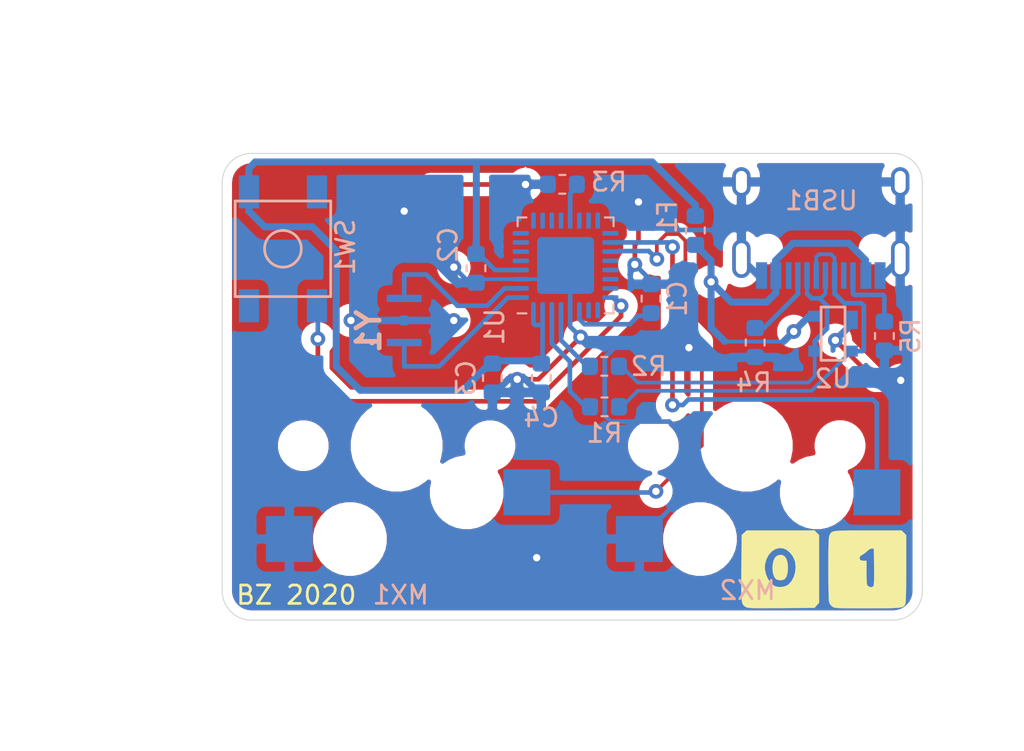
<source format=kicad_pcb>
(kicad_pcb (version 20171130) (host pcbnew "(5.1.5)-3")

  (general
    (thickness 1.6)
    (drawings 11)
    (tracks 237)
    (zones 0)
    (modules 18)
    (nets 37)
  )

  (page A4)
  (layers
    (0 F.Cu signal)
    (31 B.Cu signal)
    (32 B.Adhes user)
    (33 F.Adhes user)
    (34 B.Paste user)
    (35 F.Paste user)
    (36 B.SilkS user)
    (37 F.SilkS user)
    (38 B.Mask user)
    (39 F.Mask user)
    (40 Dwgs.User user)
    (41 Cmts.User user)
    (42 Eco1.User user)
    (43 Eco2.User user)
    (44 Edge.Cuts user)
    (45 Margin user)
    (46 B.CrtYd user)
    (47 F.CrtYd user)
    (48 B.Fab user)
    (49 F.Fab user)
  )

  (setup
    (last_trace_width 0.254)
    (user_trace_width 0.2032)
    (user_trace_width 0.254)
    (trace_clearance 0.2)
    (zone_clearance 0.508)
    (zone_45_only no)
    (trace_min 0.2)
    (via_size 0.8)
    (via_drill 0.4)
    (via_min_size 0.4)
    (via_min_drill 0.3)
    (uvia_size 0.3)
    (uvia_drill 0.1)
    (uvias_allowed no)
    (uvia_min_size 0.2)
    (uvia_min_drill 0.1)
    (edge_width 0.05)
    (segment_width 0.2)
    (pcb_text_width 0.3)
    (pcb_text_size 1.5 1.5)
    (mod_edge_width 0.12)
    (mod_text_size 1 1)
    (mod_text_width 0.15)
    (pad_size 1.524 1.524)
    (pad_drill 0.762)
    (pad_to_mask_clearance 0.051)
    (solder_mask_min_width 0.25)
    (aux_axis_origin 0 0)
    (visible_elements 7FFFFFFF)
    (pcbplotparams
      (layerselection 0x010f0_ffffffff)
      (usegerberextensions true)
      (usegerberattributes false)
      (usegerberadvancedattributes false)
      (creategerberjobfile false)
      (excludeedgelayer true)
      (linewidth 0.100000)
      (plotframeref false)
      (viasonmask false)
      (mode 1)
      (useauxorigin false)
      (hpglpennumber 1)
      (hpglpenspeed 20)
      (hpglpendiameter 15.000000)
      (psnegative false)
      (psa4output false)
      (plotreference true)
      (plotvalue true)
      (plotinvisibletext false)
      (padsonsilk false)
      (subtractmaskfromsilk true)
      (outputformat 1)
      (mirror false)
      (drillshape 0)
      (scaleselection 1)
      (outputdirectory "C:/Users/zugc22484/Documents/GitHub/binarykb/Gerbers/"))
  )

  (net 0 "")
  (net 1 GND)
  (net 2 "Net-(C1-Pad1)")
  (net 3 +5V)
  (net 4 VCC)
  (net 5 D+)
  (net 6 "Net-(R2-Pad1)")
  (net 7 D-)
  (net 8 "Net-(U1-Pad26)")
  (net 9 "Net-(U1-Pad25)")
  (net 10 "Net-(U1-Pad22)")
  (net 11 "Net-(U1-Pad21)")
  (net 12 "Net-(U1-Pad20)")
  (net 13 "Net-(U1-Pad12)")
  (net 14 "Net-(U1-Pad11)")
  (net 15 "Net-(U1-Pad10)")
  (net 16 "Net-(U1-Pad9)")
  (net 17 "Net-(U1-Pad8)")
  (net 18 "Net-(U1-Pad1)")
  (net 19 "Net-(R5-Pad2)")
  (net 20 "Net-(USB1-Pad3)")
  (net 21 "Net-(USB1-Pad9)")
  (net 22 MX1)
  (net 23 MX2)
  (net 24 "Net-(U1-Pad17)")
  (net 25 "Net-(U1-Pad16)")
  (net 26 "Net-(R1-Pad1)")
  (net 27 "Net-(R3-Pad2)")
  (net 28 "Net-(R4-Pad2)")
  (net 29 "Net-(U1-Pad23)")
  (net 30 "Net-(U1-Pad15)")
  (net 31 "Net-(U1-Pad14)")
  (net 32 "Net-(U1-Pad7)")
  (net 33 "Net-(U1-Pad6)")
  (net 34 "Net-(U1-Pad5)")
  (net 35 "Net-(U1-Pad2)")
  (net 36 "Net-(SW1-Pad2)")

  (net_class Default "This is the default net class."
    (clearance 0.2)
    (trace_width 0.254)
    (via_dia 0.8)
    (via_drill 0.4)
    (uvia_dia 0.3)
    (uvia_drill 0.1)
    (add_net D+)
    (add_net D-)
    (add_net MX1)
    (add_net MX2)
    (add_net "Net-(C1-Pad1)")
    (add_net "Net-(R1-Pad1)")
    (add_net "Net-(R2-Pad1)")
    (add_net "Net-(R3-Pad2)")
    (add_net "Net-(R4-Pad2)")
    (add_net "Net-(R5-Pad2)")
    (add_net "Net-(SW1-Pad2)")
    (add_net "Net-(U1-Pad1)")
    (add_net "Net-(U1-Pad10)")
    (add_net "Net-(U1-Pad11)")
    (add_net "Net-(U1-Pad12)")
    (add_net "Net-(U1-Pad14)")
    (add_net "Net-(U1-Pad15)")
    (add_net "Net-(U1-Pad16)")
    (add_net "Net-(U1-Pad17)")
    (add_net "Net-(U1-Pad2)")
    (add_net "Net-(U1-Pad20)")
    (add_net "Net-(U1-Pad21)")
    (add_net "Net-(U1-Pad22)")
    (add_net "Net-(U1-Pad23)")
    (add_net "Net-(U1-Pad25)")
    (add_net "Net-(U1-Pad26)")
    (add_net "Net-(U1-Pad5)")
    (add_net "Net-(U1-Pad6)")
    (add_net "Net-(U1-Pad7)")
    (add_net "Net-(U1-Pad8)")
    (add_net "Net-(U1-Pad9)")
    (add_net "Net-(USB1-Pad3)")
    (add_net "Net-(USB1-Pad9)")
  )

  (net_class power ""
    (clearance 0.2)
    (trace_width 0.381)
    (via_dia 0.8)
    (via_drill 0.4)
    (uvia_dia 0.3)
    (uvia_drill 0.1)
    (add_net +5V)
    (add_net GND)
    (add_net VCC)
  )

  (module Crystal:CSTNE16M0V51Z000R0 (layer B.Cu) (tedit 0) (tstamp 5E992D48)
    (at 51.973 125.773 270)
    (descr CSTNE16M0V51Z000R0-3)
    (tags "Crystal or Oscillator")
    (path /5E948D86)
    (attr smd)
    (fp_text reference Y1 (at 0.592 1.935 90) (layer B.SilkS)
      (effects (font (size 1.27 1.27) (thickness 0.254)) (justify mirror))
    )
    (fp_text value "16 MHz" (at 0 0.425 90) (layer B.SilkS) hide
      (effects (font (size 1.27 1.27) (thickness 0.254)) (justify mirror))
    )
    (fp_arc (start 1.2 1.75) (end 1.2 1.7) (angle 180) (layer B.SilkS) (width 0.2))
    (fp_arc (start 1.2 1.75) (end 1.2 1.8) (angle 180) (layer B.SilkS) (width 0.2))
    (fp_arc (start 1.2 1.75) (end 1.2 1.7) (angle 180) (layer B.SilkS) (width 0.2))
    (fp_line (start 1.2 1.7) (end 1.2 1.7) (layer B.SilkS) (width 0.2))
    (fp_line (start 1.2 1.8) (end 1.2 1.8) (layer B.SilkS) (width 0.2))
    (fp_line (start 1.2 1.7) (end 1.2 1.7) (layer B.SilkS) (width 0.2))
    (fp_line (start -2.6 -1.95) (end -2.6 2.8) (layer B.CrtYd) (width 0.1))
    (fp_line (start 2.6 -1.95) (end -2.6 -1.95) (layer B.CrtYd) (width 0.1))
    (fp_line (start 2.6 2.8) (end 2.6 -1.95) (layer B.CrtYd) (width 0.1))
    (fp_line (start -2.6 2.8) (end 2.6 2.8) (layer B.CrtYd) (width 0.1))
    (fp_line (start -1.6 0.65) (end -1.6 -0.65) (layer B.Fab) (width 0.2))
    (fp_line (start 1.6 0.65) (end -1.6 0.65) (layer B.Fab) (width 0.2))
    (fp_line (start 1.6 -0.65) (end 1.6 0.65) (layer B.Fab) (width 0.2))
    (fp_line (start -1.6 -0.65) (end 1.6 -0.65) (layer B.Fab) (width 0.2))
    (pad 3 smd rect (at -1.2 0 270) (size 0.4 1.9) (layers B.Cu B.Paste B.Mask)
      (net 35 "Net-(U1-Pad2)"))
    (pad 2 smd rect (at 0 0 270) (size 0.4 1.9) (layers B.Cu B.Paste B.Mask)
      (net 1 GND))
    (pad 1 smd rect (at 1.2 0 270) (size 0.4 1.9) (layers B.Cu B.Paste B.Mask)
      (net 18 "Net-(U1-Pad1)"))
  )

  (module Resistor_SMD:R_0603_1608Metric (layer B.Cu) (tedit 5B301BBD) (tstamp 5E88AAF0)
    (at 71.073 126.973 90)
    (descr "Resistor SMD 0603 (1608 Metric), square (rectangular) end terminal, IPC_7351 nominal, (Body size source: http://www.tortai-tech.com/upload/download/2011102023233369053.pdf), generated with kicad-footprint-generator")
    (tags resistor)
    (path /5E8BAB24)
    (attr smd)
    (fp_text reference R4 (at -2.186 -0.08 180) (layer B.SilkS)
      (effects (font (size 1 1) (thickness 0.15)) (justify mirror))
    )
    (fp_text value 5.1k (at 0 -1.43 90) (layer B.Fab)
      (effects (font (size 1 1) (thickness 0.15)) (justify mirror))
    )
    (fp_text user %R (at 0 0 90) (layer B.Fab)
      (effects (font (size 0.4 0.4) (thickness 0.06)) (justify mirror))
    )
    (fp_line (start 1.48 -0.73) (end -1.48 -0.73) (layer B.CrtYd) (width 0.05))
    (fp_line (start 1.48 0.73) (end 1.48 -0.73) (layer B.CrtYd) (width 0.05))
    (fp_line (start -1.48 0.73) (end 1.48 0.73) (layer B.CrtYd) (width 0.05))
    (fp_line (start -1.48 -0.73) (end -1.48 0.73) (layer B.CrtYd) (width 0.05))
    (fp_line (start -0.162779 -0.51) (end 0.162779 -0.51) (layer B.SilkS) (width 0.12))
    (fp_line (start -0.162779 0.51) (end 0.162779 0.51) (layer B.SilkS) (width 0.12))
    (fp_line (start 0.8 -0.4) (end -0.8 -0.4) (layer B.Fab) (width 0.1))
    (fp_line (start 0.8 0.4) (end 0.8 -0.4) (layer B.Fab) (width 0.1))
    (fp_line (start -0.8 0.4) (end 0.8 0.4) (layer B.Fab) (width 0.1))
    (fp_line (start -0.8 -0.4) (end -0.8 0.4) (layer B.Fab) (width 0.1))
    (pad 2 smd roundrect (at 0.7875 0 90) (size 0.875 0.95) (layers B.Cu B.Paste B.Mask) (roundrect_rratio 0.25)
      (net 28 "Net-(R4-Pad2)"))
    (pad 1 smd roundrect (at -0.7875 0 90) (size 0.875 0.95) (layers B.Cu B.Paste B.Mask) (roundrect_rratio 0.25)
      (net 1 GND))
    (model ${KISYS3DMOD}/Resistor_SMD.3dshapes/R_0603_1608Metric.wrl
      (at (xyz 0 0 0))
      (scale (xyz 1 1 1))
      (rotate (xyz 0 0 0))
    )
  )

  (module Resistor_SMD:R_0603_1608Metric (layer B.Cu) (tedit 5B301BBD) (tstamp 5E88A9A0)
    (at 78.105 126.619 90)
    (descr "Resistor SMD 0603 (1608 Metric), square (rectangular) end terminal, IPC_7351 nominal, (Body size source: http://www.tortai-tech.com/upload/download/2011102023233369053.pdf), generated with kicad-footprint-generator")
    (tags resistor)
    (path /5E8AA0C4)
    (attr smd)
    (fp_text reference R5 (at 0 1.43 90) (layer B.SilkS)
      (effects (font (size 1 1) (thickness 0.15)) (justify mirror))
    )
    (fp_text value 5.1k (at 0 -1.43 90) (layer B.Fab)
      (effects (font (size 1 1) (thickness 0.15)) (justify mirror))
    )
    (fp_text user %R (at 0 0 90) (layer B.Fab)
      (effects (font (size 0.4 0.4) (thickness 0.06)) (justify mirror))
    )
    (fp_line (start 1.48 -0.73) (end -1.48 -0.73) (layer B.CrtYd) (width 0.05))
    (fp_line (start 1.48 0.73) (end 1.48 -0.73) (layer B.CrtYd) (width 0.05))
    (fp_line (start -1.48 0.73) (end 1.48 0.73) (layer B.CrtYd) (width 0.05))
    (fp_line (start -1.48 -0.73) (end -1.48 0.73) (layer B.CrtYd) (width 0.05))
    (fp_line (start -0.162779 -0.51) (end 0.162779 -0.51) (layer B.SilkS) (width 0.12))
    (fp_line (start -0.162779 0.51) (end 0.162779 0.51) (layer B.SilkS) (width 0.12))
    (fp_line (start 0.8 -0.4) (end -0.8 -0.4) (layer B.Fab) (width 0.1))
    (fp_line (start 0.8 0.4) (end 0.8 -0.4) (layer B.Fab) (width 0.1))
    (fp_line (start -0.8 0.4) (end 0.8 0.4) (layer B.Fab) (width 0.1))
    (fp_line (start -0.8 -0.4) (end -0.8 0.4) (layer B.Fab) (width 0.1))
    (pad 2 smd roundrect (at 0.7875 0 90) (size 0.875 0.95) (layers B.Cu B.Paste B.Mask) (roundrect_rratio 0.25)
      (net 19 "Net-(R5-Pad2)"))
    (pad 1 smd roundrect (at -0.7875 0 90) (size 0.875 0.95) (layers B.Cu B.Paste B.Mask) (roundrect_rratio 0.25)
      (net 1 GND))
    (model ${KISYS3DMOD}/Resistor_SMD.3dshapes/R_0603_1608Metric.wrl
      (at (xyz 0 0 0))
      (scale (xyz 1 1 1))
      (rotate (xyz 0 0 0))
    )
  )

  (module Resistor_SMD:R_0603_1608Metric (layer B.Cu) (tedit 5B301BBD) (tstamp 5E88A9D0)
    (at 60.579 118.364)
    (descr "Resistor SMD 0603 (1608 Metric), square (rectangular) end terminal, IPC_7351 nominal, (Body size source: http://www.tortai-tech.com/upload/download/2011102023233369053.pdf), generated with kicad-footprint-generator")
    (tags resistor)
    (path /5E83B968)
    (attr smd)
    (fp_text reference R3 (at 2.54 -0.127) (layer B.SilkS)
      (effects (font (size 1 1) (thickness 0.15)) (justify mirror))
    )
    (fp_text value 10k (at 0 -1.43) (layer B.Fab)
      (effects (font (size 1 1) (thickness 0.15)) (justify mirror))
    )
    (fp_text user %R (at 0 0) (layer B.Fab)
      (effects (font (size 0.4 0.4) (thickness 0.06)) (justify mirror))
    )
    (fp_line (start 1.48 -0.73) (end -1.48 -0.73) (layer B.CrtYd) (width 0.05))
    (fp_line (start 1.48 0.73) (end 1.48 -0.73) (layer B.CrtYd) (width 0.05))
    (fp_line (start -1.48 0.73) (end 1.48 0.73) (layer B.CrtYd) (width 0.05))
    (fp_line (start -1.48 -0.73) (end -1.48 0.73) (layer B.CrtYd) (width 0.05))
    (fp_line (start -0.162779 -0.51) (end 0.162779 -0.51) (layer B.SilkS) (width 0.12))
    (fp_line (start -0.162779 0.51) (end 0.162779 0.51) (layer B.SilkS) (width 0.12))
    (fp_line (start 0.8 -0.4) (end -0.8 -0.4) (layer B.Fab) (width 0.1))
    (fp_line (start 0.8 0.4) (end 0.8 -0.4) (layer B.Fab) (width 0.1))
    (fp_line (start -0.8 0.4) (end 0.8 0.4) (layer B.Fab) (width 0.1))
    (fp_line (start -0.8 -0.4) (end -0.8 0.4) (layer B.Fab) (width 0.1))
    (pad 2 smd roundrect (at 0.7875 0) (size 0.875 0.95) (layers B.Cu B.Paste B.Mask) (roundrect_rratio 0.25)
      (net 27 "Net-(R3-Pad2)"))
    (pad 1 smd roundrect (at -0.7875 0) (size 0.875 0.95) (layers B.Cu B.Paste B.Mask) (roundrect_rratio 0.25)
      (net 1 GND))
    (model ${KISYS3DMOD}/Resistor_SMD.3dshapes/R_0603_1608Metric.wrl
      (at (xyz 0 0 0))
      (scale (xyz 1 1 1))
      (rotate (xyz 0 0 0))
    )
  )

  (module Resistor_SMD:R_0603_1608Metric (layer B.Cu) (tedit 5B301BBD) (tstamp 5E88AB20)
    (at 62.865 128.27)
    (descr "Resistor SMD 0603 (1608 Metric), square (rectangular) end terminal, IPC_7351 nominal, (Body size source: http://www.tortai-tech.com/upload/download/2011102023233369053.pdf), generated with kicad-footprint-generator")
    (tags resistor)
    (path /5E83CEFE)
    (attr smd)
    (fp_text reference R2 (at 2.413 0) (layer B.SilkS)
      (effects (font (size 1 1) (thickness 0.15)) (justify mirror))
    )
    (fp_text value 22k (at 0 -1.43) (layer B.Fab)
      (effects (font (size 1 1) (thickness 0.15)) (justify mirror))
    )
    (fp_text user %R (at 0 0) (layer B.Fab)
      (effects (font (size 0.4 0.4) (thickness 0.06)) (justify mirror))
    )
    (fp_line (start 1.48 -0.73) (end -1.48 -0.73) (layer B.CrtYd) (width 0.05))
    (fp_line (start 1.48 0.73) (end 1.48 -0.73) (layer B.CrtYd) (width 0.05))
    (fp_line (start -1.48 0.73) (end 1.48 0.73) (layer B.CrtYd) (width 0.05))
    (fp_line (start -1.48 -0.73) (end -1.48 0.73) (layer B.CrtYd) (width 0.05))
    (fp_line (start -0.162779 -0.51) (end 0.162779 -0.51) (layer B.SilkS) (width 0.12))
    (fp_line (start -0.162779 0.51) (end 0.162779 0.51) (layer B.SilkS) (width 0.12))
    (fp_line (start 0.8 -0.4) (end -0.8 -0.4) (layer B.Fab) (width 0.1))
    (fp_line (start 0.8 0.4) (end 0.8 -0.4) (layer B.Fab) (width 0.1))
    (fp_line (start -0.8 0.4) (end 0.8 0.4) (layer B.Fab) (width 0.1))
    (fp_line (start -0.8 -0.4) (end -0.8 0.4) (layer B.Fab) (width 0.1))
    (pad 2 smd roundrect (at 0.7875 0) (size 0.875 0.95) (layers B.Cu B.Paste B.Mask) (roundrect_rratio 0.25)
      (net 5 D+))
    (pad 1 smd roundrect (at -0.7875 0) (size 0.875 0.95) (layers B.Cu B.Paste B.Mask) (roundrect_rratio 0.25)
      (net 6 "Net-(R2-Pad1)"))
    (model ${KISYS3DMOD}/Resistor_SMD.3dshapes/R_0603_1608Metric.wrl
      (at (xyz 0 0 0))
      (scale (xyz 1 1 1))
      (rotate (xyz 0 0 0))
    )
  )

  (module Resistor_SMD:R_0603_1608Metric (layer B.Cu) (tedit 5B301BBD) (tstamp 5E88AA00)
    (at 62.873 130.473)
    (descr "Resistor SMD 0603 (1608 Metric), square (rectangular) end terminal, IPC_7351 nominal, (Body size source: http://www.tortai-tech.com/upload/download/2011102023233369053.pdf), generated with kicad-footprint-generator")
    (tags resistor)
    (path /5E83D0AD)
    (attr smd)
    (fp_text reference R1 (at 0 1.43) (layer B.SilkS)
      (effects (font (size 1 1) (thickness 0.15)) (justify mirror))
    )
    (fp_text value 22k (at 0 -1.43) (layer B.Fab)
      (effects (font (size 1 1) (thickness 0.15)) (justify mirror))
    )
    (fp_text user %R (at 0 0) (layer B.Fab)
      (effects (font (size 0.4 0.4) (thickness 0.06)) (justify mirror))
    )
    (fp_line (start 1.48 -0.73) (end -1.48 -0.73) (layer B.CrtYd) (width 0.05))
    (fp_line (start 1.48 0.73) (end 1.48 -0.73) (layer B.CrtYd) (width 0.05))
    (fp_line (start -1.48 0.73) (end 1.48 0.73) (layer B.CrtYd) (width 0.05))
    (fp_line (start -1.48 -0.73) (end -1.48 0.73) (layer B.CrtYd) (width 0.05))
    (fp_line (start -0.162779 -0.51) (end 0.162779 -0.51) (layer B.SilkS) (width 0.12))
    (fp_line (start -0.162779 0.51) (end 0.162779 0.51) (layer B.SilkS) (width 0.12))
    (fp_line (start 0.8 -0.4) (end -0.8 -0.4) (layer B.Fab) (width 0.1))
    (fp_line (start 0.8 0.4) (end 0.8 -0.4) (layer B.Fab) (width 0.1))
    (fp_line (start -0.8 0.4) (end 0.8 0.4) (layer B.Fab) (width 0.1))
    (fp_line (start -0.8 -0.4) (end -0.8 0.4) (layer B.Fab) (width 0.1))
    (pad 2 smd roundrect (at 0.7875 0) (size 0.875 0.95) (layers B.Cu B.Paste B.Mask) (roundrect_rratio 0.25)
      (net 7 D-))
    (pad 1 smd roundrect (at -0.7875 0) (size 0.875 0.95) (layers B.Cu B.Paste B.Mask) (roundrect_rratio 0.25)
      (net 26 "Net-(R1-Pad1)"))
    (model ${KISYS3DMOD}/Resistor_SMD.3dshapes/R_0603_1608Metric.wrl
      (at (xyz 0 0 0))
      (scale (xyz 1 1 1))
      (rotate (xyz 0 0 0))
    )
  )

  (module Fuse:Fuse_0603_1608Metric (layer B.Cu) (tedit 5B301BBE) (tstamp 5E88AB50)
    (at 67.818 120.873 270)
    (descr "Fuse SMD 0603 (1608 Metric), square (rectangular) end terminal, IPC_7351 nominal, (Body size source: http://www.tortai-tech.com/upload/download/2011102023233369053.pdf), generated with kicad-footprint-generator")
    (tags resistor)
    (path /5E856C7C)
    (attr smd)
    (fp_text reference F1 (at -0.731 1.524 90) (layer B.SilkS)
      (effects (font (size 1 1) (thickness 0.15)) (justify mirror))
    )
    (fp_text value 500mA (at 0 -1.43 90) (layer B.Fab)
      (effects (font (size 1 1) (thickness 0.15)) (justify mirror))
    )
    (fp_text user %R (at 0 0 90) (layer B.Fab)
      (effects (font (size 0.4 0.4) (thickness 0.06)) (justify mirror))
    )
    (fp_line (start 1.48 -0.73) (end -1.48 -0.73) (layer B.CrtYd) (width 0.05))
    (fp_line (start 1.48 0.73) (end 1.48 -0.73) (layer B.CrtYd) (width 0.05))
    (fp_line (start -1.48 0.73) (end 1.48 0.73) (layer B.CrtYd) (width 0.05))
    (fp_line (start -1.48 -0.73) (end -1.48 0.73) (layer B.CrtYd) (width 0.05))
    (fp_line (start -0.162779 -0.51) (end 0.162779 -0.51) (layer B.SilkS) (width 0.12))
    (fp_line (start -0.162779 0.51) (end 0.162779 0.51) (layer B.SilkS) (width 0.12))
    (fp_line (start 0.8 -0.4) (end -0.8 -0.4) (layer B.Fab) (width 0.1))
    (fp_line (start 0.8 0.4) (end 0.8 -0.4) (layer B.Fab) (width 0.1))
    (fp_line (start -0.8 0.4) (end 0.8 0.4) (layer B.Fab) (width 0.1))
    (fp_line (start -0.8 -0.4) (end -0.8 0.4) (layer B.Fab) (width 0.1))
    (pad 2 smd roundrect (at 0.7875 0 270) (size 0.875 0.95) (layers B.Cu B.Paste B.Mask) (roundrect_rratio 0.25)
      (net 4 VCC))
    (pad 1 smd roundrect (at -0.7875 0 270) (size 0.875 0.95) (layers B.Cu B.Paste B.Mask) (roundrect_rratio 0.25)
      (net 3 +5V))
    (model ${KISYS3DMOD}/Fuse.3dshapes/Fuse_0603_1608Metric.wrl
      (at (xyz 0 0 0))
      (scale (xyz 1 1 1))
      (rotate (xyz 0 0 0))
    )
  )

  (module Capacitor_SMD:C_0603_1608Metric (layer B.Cu) (tedit 5B301BBE) (tstamp 5E88AA30)
    (at 59.436 128.905 270)
    (descr "Capacitor SMD 0603 (1608 Metric), square (rectangular) end terminal, IPC_7351 nominal, (Body size source: http://www.tortai-tech.com/upload/download/2011102023233369053.pdf), generated with kicad-footprint-generator")
    (tags capacitor)
    (path /5E889AD8)
    (attr smd)
    (fp_text reference C4 (at 2.159 0 180) (layer B.SilkS)
      (effects (font (size 1 1) (thickness 0.15)) (justify mirror))
    )
    (fp_text value 4.7uF (at 0 -1.43 90) (layer B.Fab)
      (effects (font (size 1 1) (thickness 0.15)) (justify mirror))
    )
    (fp_text user %R (at 0 0 90) (layer B.Fab)
      (effects (font (size 0.4 0.4) (thickness 0.06)) (justify mirror))
    )
    (fp_line (start 1.48 -0.73) (end -1.48 -0.73) (layer B.CrtYd) (width 0.05))
    (fp_line (start 1.48 0.73) (end 1.48 -0.73) (layer B.CrtYd) (width 0.05))
    (fp_line (start -1.48 0.73) (end 1.48 0.73) (layer B.CrtYd) (width 0.05))
    (fp_line (start -1.48 -0.73) (end -1.48 0.73) (layer B.CrtYd) (width 0.05))
    (fp_line (start -0.162779 -0.51) (end 0.162779 -0.51) (layer B.SilkS) (width 0.12))
    (fp_line (start -0.162779 0.51) (end 0.162779 0.51) (layer B.SilkS) (width 0.12))
    (fp_line (start 0.8 -0.4) (end -0.8 -0.4) (layer B.Fab) (width 0.1))
    (fp_line (start 0.8 0.4) (end 0.8 -0.4) (layer B.Fab) (width 0.1))
    (fp_line (start -0.8 0.4) (end 0.8 0.4) (layer B.Fab) (width 0.1))
    (fp_line (start -0.8 -0.4) (end -0.8 0.4) (layer B.Fab) (width 0.1))
    (pad 2 smd roundrect (at 0.7875 0 270) (size 0.875 0.95) (layers B.Cu B.Paste B.Mask) (roundrect_rratio 0.25)
      (net 1 GND))
    (pad 1 smd roundrect (at -0.7875 0 270) (size 0.875 0.95) (layers B.Cu B.Paste B.Mask) (roundrect_rratio 0.25)
      (net 3 +5V))
    (model ${KISYS3DMOD}/Capacitor_SMD.3dshapes/C_0603_1608Metric.wrl
      (at (xyz 0 0 0))
      (scale (xyz 1 1 1))
      (rotate (xyz 0 0 0))
    )
  )

  (module Capacitor_SMD:C_0603_1608Metric (layer B.Cu) (tedit 5B301BBE) (tstamp 5E88AA60)
    (at 56.773 128.905 270)
    (descr "Capacitor SMD 0603 (1608 Metric), square (rectangular) end terminal, IPC_7351 nominal, (Body size source: http://www.tortai-tech.com/upload/download/2011102023233369053.pdf), generated with kicad-footprint-generator")
    (tags capacitor)
    (path /5E842E57)
    (attr smd)
    (fp_text reference C3 (at 0 1.43 90) (layer B.SilkS)
      (effects (font (size 1 1) (thickness 0.15)) (justify mirror))
    )
    (fp_text value 0.1uF (at 0 -1.43 90) (layer B.Fab)
      (effects (font (size 1 1) (thickness 0.15)) (justify mirror))
    )
    (fp_text user %R (at 0 0 90) (layer B.Fab)
      (effects (font (size 0.4 0.4) (thickness 0.06)) (justify mirror))
    )
    (fp_line (start 1.48 -0.73) (end -1.48 -0.73) (layer B.CrtYd) (width 0.05))
    (fp_line (start 1.48 0.73) (end 1.48 -0.73) (layer B.CrtYd) (width 0.05))
    (fp_line (start -1.48 0.73) (end 1.48 0.73) (layer B.CrtYd) (width 0.05))
    (fp_line (start -1.48 -0.73) (end -1.48 0.73) (layer B.CrtYd) (width 0.05))
    (fp_line (start -0.162779 -0.51) (end 0.162779 -0.51) (layer B.SilkS) (width 0.12))
    (fp_line (start -0.162779 0.51) (end 0.162779 0.51) (layer B.SilkS) (width 0.12))
    (fp_line (start 0.8 -0.4) (end -0.8 -0.4) (layer B.Fab) (width 0.1))
    (fp_line (start 0.8 0.4) (end 0.8 -0.4) (layer B.Fab) (width 0.1))
    (fp_line (start -0.8 0.4) (end 0.8 0.4) (layer B.Fab) (width 0.1))
    (fp_line (start -0.8 -0.4) (end -0.8 0.4) (layer B.Fab) (width 0.1))
    (pad 2 smd roundrect (at 0.7875 0 270) (size 0.875 0.95) (layers B.Cu B.Paste B.Mask) (roundrect_rratio 0.25)
      (net 1 GND))
    (pad 1 smd roundrect (at -0.7875 0 270) (size 0.875 0.95) (layers B.Cu B.Paste B.Mask) (roundrect_rratio 0.25)
      (net 3 +5V))
    (model ${KISYS3DMOD}/Capacitor_SMD.3dshapes/C_0603_1608Metric.wrl
      (at (xyz 0 0 0))
      (scale (xyz 1 1 1))
      (rotate (xyz 0 0 0))
    )
  )

  (module Capacitor_SMD:C_0603_1608Metric (layer B.Cu) (tedit 5B301BBE) (tstamp 5E88AA90)
    (at 55.88 122.936 270)
    (descr "Capacitor SMD 0603 (1608 Metric), square (rectangular) end terminal, IPC_7351 nominal, (Body size source: http://www.tortai-tech.com/upload/download/2011102023233369053.pdf), generated with kicad-footprint-generator")
    (tags capacitor)
    (path /5E841F9C)
    (attr smd)
    (fp_text reference C2 (at -1.27 1.524 90) (layer B.SilkS)
      (effects (font (size 1 1) (thickness 0.15)) (justify mirror))
    )
    (fp_text value 0.1uF (at 0 -1.43 90) (layer B.Fab)
      (effects (font (size 1 1) (thickness 0.15)) (justify mirror))
    )
    (fp_text user %R (at 0 0 90) (layer B.Fab)
      (effects (font (size 0.4 0.4) (thickness 0.06)) (justify mirror))
    )
    (fp_line (start 1.48 -0.73) (end -1.48 -0.73) (layer B.CrtYd) (width 0.05))
    (fp_line (start 1.48 0.73) (end 1.48 -0.73) (layer B.CrtYd) (width 0.05))
    (fp_line (start -1.48 0.73) (end 1.48 0.73) (layer B.CrtYd) (width 0.05))
    (fp_line (start -1.48 -0.73) (end -1.48 0.73) (layer B.CrtYd) (width 0.05))
    (fp_line (start -0.162779 -0.51) (end 0.162779 -0.51) (layer B.SilkS) (width 0.12))
    (fp_line (start -0.162779 0.51) (end 0.162779 0.51) (layer B.SilkS) (width 0.12))
    (fp_line (start 0.8 -0.4) (end -0.8 -0.4) (layer B.Fab) (width 0.1))
    (fp_line (start 0.8 0.4) (end 0.8 -0.4) (layer B.Fab) (width 0.1))
    (fp_line (start -0.8 0.4) (end 0.8 0.4) (layer B.Fab) (width 0.1))
    (fp_line (start -0.8 -0.4) (end -0.8 0.4) (layer B.Fab) (width 0.1))
    (pad 2 smd roundrect (at 0.7875 0 270) (size 0.875 0.95) (layers B.Cu B.Paste B.Mask) (roundrect_rratio 0.25)
      (net 1 GND))
    (pad 1 smd roundrect (at -0.7875 0 270) (size 0.875 0.95) (layers B.Cu B.Paste B.Mask) (roundrect_rratio 0.25)
      (net 3 +5V))
    (model ${KISYS3DMOD}/Capacitor_SMD.3dshapes/C_0603_1608Metric.wrl
      (at (xyz 0 0 0))
      (scale (xyz 1 1 1))
      (rotate (xyz 0 0 0))
    )
  )

  (module Capacitor_SMD:C_0603_1608Metric (layer B.Cu) (tedit 5B301BBE) (tstamp 5E88AAC0)
    (at 65.405 124.587 90)
    (descr "Capacitor SMD 0603 (1608 Metric), square (rectangular) end terminal, IPC_7351 nominal, (Body size source: http://www.tortai-tech.com/upload/download/2011102023233369053.pdf), generated with kicad-footprint-generator")
    (tags capacitor)
    (path /5E83F422)
    (attr smd)
    (fp_text reference C1 (at 0 1.43 90) (layer B.SilkS)
      (effects (font (size 1 1) (thickness 0.15)) (justify mirror))
    )
    (fp_text value 1uF (at 0 -1.43 90) (layer B.Fab)
      (effects (font (size 1 1) (thickness 0.15)) (justify mirror))
    )
    (fp_text user %R (at 0 0 90) (layer B.Fab)
      (effects (font (size 0.4 0.4) (thickness 0.06)) (justify mirror))
    )
    (fp_line (start 1.48 -0.73) (end -1.48 -0.73) (layer B.CrtYd) (width 0.05))
    (fp_line (start 1.48 0.73) (end 1.48 -0.73) (layer B.CrtYd) (width 0.05))
    (fp_line (start -1.48 0.73) (end 1.48 0.73) (layer B.CrtYd) (width 0.05))
    (fp_line (start -1.48 -0.73) (end -1.48 0.73) (layer B.CrtYd) (width 0.05))
    (fp_line (start -0.162779 -0.51) (end 0.162779 -0.51) (layer B.SilkS) (width 0.12))
    (fp_line (start -0.162779 0.51) (end 0.162779 0.51) (layer B.SilkS) (width 0.12))
    (fp_line (start 0.8 -0.4) (end -0.8 -0.4) (layer B.Fab) (width 0.1))
    (fp_line (start 0.8 0.4) (end 0.8 -0.4) (layer B.Fab) (width 0.1))
    (fp_line (start -0.8 0.4) (end 0.8 0.4) (layer B.Fab) (width 0.1))
    (fp_line (start -0.8 -0.4) (end -0.8 0.4) (layer B.Fab) (width 0.1))
    (pad 2 smd roundrect (at 0.7875 0 90) (size 0.875 0.95) (layers B.Cu B.Paste B.Mask) (roundrect_rratio 0.25)
      (net 1 GND))
    (pad 1 smd roundrect (at -0.7875 0 90) (size 0.875 0.95) (layers B.Cu B.Paste B.Mask) (roundrect_rratio 0.25)
      (net 2 "Net-(C1-Pad1)"))
    (model ${KISYS3DMOD}/Capacitor_SMD.3dshapes/C_0603_1608Metric.wrl
      (at (xyz 0 0 0))
      (scale (xyz 1 1 1))
      (rotate (xyz 0 0 0))
    )
  )

  (module MX_Only:MXOnly-1U-Hotswap (layer F.Cu) (tedit 5E87BC71) (tstamp 5E88AF36)
    (at 51.562 132.588 180)
    (path /5E8621CA)
    (attr smd)
    (fp_text reference MX1 (at 0.01125 -3.018) (layer B.CrtYd)
      (effects (font (size 1 1) (thickness 0.15)) (justify mirror))
    )
    (fp_text value MX-NoLED (at 0 -7.9375) (layer Dwgs.User)
      (effects (font (size 1 1) (thickness 0.15)))
    )
    (fp_line (start -5.842 -1.27) (end -5.842 -3.81) (layer B.CrtYd) (width 0.15))
    (fp_line (start -8.382 -1.27) (end -5.842 -1.27) (layer B.CrtYd) (width 0.15))
    (fp_line (start -8.382 -3.81) (end -8.382 -1.27) (layer B.CrtYd) (width 0.15))
    (fp_line (start -5.842 -3.81) (end -8.382 -3.81) (layer B.CrtYd) (width 0.15))
    (fp_line (start 4.572 -3.81) (end 4.572 -6.35) (layer B.CrtYd) (width 0.15))
    (fp_line (start 7.112 -3.81) (end 4.572 -3.81) (layer B.CrtYd) (width 0.15))
    (fp_line (start 7.112 -6.35) (end 7.112 -3.81) (layer B.CrtYd) (width 0.15))
    (fp_line (start 4.572 -6.35) (end 7.112 -6.35) (layer B.CrtYd) (width 0.15))
    (fp_circle (center -3.81 -2.54) (end -3.81 -4.064) (layer B.CrtYd) (width 0.15))
    (fp_circle (center 2.54 -5.08) (end 2.54 -6.604) (layer B.CrtYd) (width 0.15))
    (fp_text user %R (at -0.22225 -8.121) (layer B.SilkS)
      (effects (font (size 1 1) (thickness 0.15)) (justify mirror))
    )
    (fp_line (start -9.525 9.525) (end -9.525 -9.525) (layer Dwgs.User) (width 0.15))
    (fp_line (start 9.525 9.525) (end -9.525 9.525) (layer Dwgs.User) (width 0.15))
    (fp_line (start 9.525 -9.525) (end 9.525 9.525) (layer Dwgs.User) (width 0.15))
    (fp_line (start -9.525 -9.525) (end 9.525 -9.525) (layer Dwgs.User) (width 0.15))
    (fp_line (start -7 -7) (end -7 -5) (layer Dwgs.User) (width 0.15))
    (fp_line (start -5 -7) (end -7 -7) (layer Dwgs.User) (width 0.15))
    (fp_line (start -7 7) (end -5 7) (layer Dwgs.User) (width 0.15))
    (fp_line (start -7 5) (end -7 7) (layer Dwgs.User) (width 0.15))
    (fp_line (start 7 7) (end 7 5) (layer Dwgs.User) (width 0.15))
    (fp_line (start 5 7) (end 7 7) (layer Dwgs.User) (width 0.15))
    (fp_line (start 7 -7) (end 7 -5) (layer Dwgs.User) (width 0.15))
    (fp_line (start 5 -7) (end 7 -7) (layer Dwgs.User) (width 0.15))
    (pad 2 smd rect (at 5.842 -5.08 180) (size 2.55 2.5) (layers B.Cu B.Paste B.Mask)
      (net 1 GND))
    (pad 1 smd rect (at -7.085 -2.54 180) (size 2.55 2.5) (layers B.Cu B.Paste B.Mask)
      (net 22 MX1))
    (pad "" np_thru_hole circle (at 5.08 0 228.0996) (size 1.75 1.75) (drill 1.75) (layers *.Cu *.Mask))
    (pad "" np_thru_hole circle (at -5.08 0 228.0996) (size 1.75 1.75) (drill 1.75) (layers *.Cu *.Mask))
    (pad "" np_thru_hole circle (at -3.81 -2.54 180) (size 3 3) (drill 3) (layers *.Cu *.Mask))
    (pad "" np_thru_hole circle (at 0 0 180) (size 3.9878 3.9878) (drill 3.9878) (layers *.Cu *.Mask))
    (pad "" np_thru_hole circle (at 2.54 -5.08 180) (size 3 3) (drill 3) (layers *.Cu *.Mask))
    (model "C:/Users/zugc22484/Downloads/kailh-hotswap-mx-1.snapshot.2/Kailh Hotswap MX/Kailh Hotswap MX v8.step"
      (offset (xyz -0.65 4.8 -3.5))
      (scale (xyz 1 1 1))
      (rotate (xyz 0 0 180))
    )
  )

  (module MX_Only:MXOnly-1U-Hotswap (layer F.Cu) (tedit 5E87BC71) (tstamp 5E88AF99)
    (at 70.612 132.588 180)
    (path /5E866005)
    (attr smd)
    (fp_text reference MX2 (at -0.03875 -2.958) (layer B.CrtYd)
      (effects (font (size 1 1) (thickness 0.15)) (justify mirror))
    )
    (fp_text value MX-NoLED (at 0 -7.9375) (layer Dwgs.User)
      (effects (font (size 1 1) (thickness 0.15)))
    )
    (fp_line (start -5.842 -1.27) (end -5.842 -3.81) (layer B.CrtYd) (width 0.15))
    (fp_line (start -8.382 -1.27) (end -5.842 -1.27) (layer B.CrtYd) (width 0.15))
    (fp_line (start -8.382 -3.81) (end -8.382 -1.27) (layer B.CrtYd) (width 0.15))
    (fp_line (start -5.842 -3.81) (end -8.382 -3.81) (layer B.CrtYd) (width 0.15))
    (fp_line (start 4.572 -3.81) (end 4.572 -6.35) (layer B.CrtYd) (width 0.15))
    (fp_line (start 7.112 -3.81) (end 4.572 -3.81) (layer B.CrtYd) (width 0.15))
    (fp_line (start 7.112 -6.35) (end 7.112 -3.81) (layer B.CrtYd) (width 0.15))
    (fp_line (start 4.572 -6.35) (end 7.112 -6.35) (layer B.CrtYd) (width 0.15))
    (fp_circle (center -3.81 -2.54) (end -3.81 -4.064) (layer B.CrtYd) (width 0.15))
    (fp_circle (center 2.54 -5.08) (end 2.54 -6.604) (layer B.CrtYd) (width 0.15))
    (fp_text user %R (at -0.04875 -7.874) (layer B.SilkS)
      (effects (font (size 1 1) (thickness 0.15)) (justify mirror))
    )
    (fp_line (start -9.525 9.525) (end -9.525 -9.525) (layer Dwgs.User) (width 0.15))
    (fp_line (start 9.525 9.525) (end -9.525 9.525) (layer Dwgs.User) (width 0.15))
    (fp_line (start 9.525 -9.525) (end 9.525 9.525) (layer Dwgs.User) (width 0.15))
    (fp_line (start -9.525 -9.525) (end 9.525 -9.525) (layer Dwgs.User) (width 0.15))
    (fp_line (start -7 -7) (end -7 -5) (layer Dwgs.User) (width 0.15))
    (fp_line (start -5 -7) (end -7 -7) (layer Dwgs.User) (width 0.15))
    (fp_line (start -7 7) (end -5 7) (layer Dwgs.User) (width 0.15))
    (fp_line (start -7 5) (end -7 7) (layer Dwgs.User) (width 0.15))
    (fp_line (start 7 7) (end 7 5) (layer Dwgs.User) (width 0.15))
    (fp_line (start 5 7) (end 7 7) (layer Dwgs.User) (width 0.15))
    (fp_line (start 7 -7) (end 7 -5) (layer Dwgs.User) (width 0.15))
    (fp_line (start 5 -7) (end 7 -7) (layer Dwgs.User) (width 0.15))
    (pad 2 smd rect (at 5.842 -5.08 180) (size 2.55 2.5) (layers B.Cu B.Paste B.Mask)
      (net 1 GND))
    (pad 1 smd rect (at -7.085 -2.54 180) (size 2.55 2.5) (layers B.Cu B.Paste B.Mask)
      (net 23 MX2))
    (pad "" np_thru_hole circle (at 5.08 0 228.0996) (size 1.75 1.75) (drill 1.75) (layers *.Cu *.Mask))
    (pad "" np_thru_hole circle (at -5.08 0 228.0996) (size 1.75 1.75) (drill 1.75) (layers *.Cu *.Mask))
    (pad "" np_thru_hole circle (at -3.81 -2.54 180) (size 3 3) (drill 3) (layers *.Cu *.Mask))
    (pad "" np_thru_hole circle (at 0 0 180) (size 3.9878 3.9878) (drill 3.9878) (layers *.Cu *.Mask))
    (pad "" np_thru_hole circle (at 2.54 -5.08 180) (size 3 3) (drill 3) (layers *.Cu *.Mask))
    (model "C:/Users/zugc22484/Downloads/kailh-hotswap-mx-1.snapshot.2/Kailh Hotswap MX/Kailh Hotswap MX v8.step"
      (offset (xyz -0.65 4.8 -3.5))
      (scale (xyz 1 1 1))
      (rotate (xyz 0 0 180))
    )
  )

  (module Type-C:HRO-TYPE-C-31-M-12 (layer B.Cu) (tedit 5E876BB7) (tstamp 5E88AEE3)
    (at 74.64425 115.6335)
    (path /5E891AC0)
    (attr smd)
    (fp_text reference USB1 (at 0.03175 3.6195) (layer B.SilkS)
      (effects (font (size 1 1) (thickness 0.15)) (justify mirror))
    )
    (fp_text value HRO-TYPE-C-31-M-12 (at 0 -1.15) (layer Dwgs.User)
      (effects (font (size 1 1) (thickness 0.15)))
    )
    (fp_line (start -4.47 0) (end 4.47 0) (layer Dwgs.User) (width 0.15))
    (fp_line (start -4.47 0) (end -4.47 7.3) (layer Dwgs.User) (width 0.15))
    (fp_line (start 4.47 0) (end 4.47 7.3) (layer Dwgs.User) (width 0.15))
    (fp_line (start -4.47 7.3) (end 4.47 7.3) (layer Dwgs.User) (width 0.15))
    (pad 12 smd rect (at 3.225 7.695) (size 0.6 1.45) (layers B.Cu B.Paste B.Mask)
      (net 1 GND))
    (pad 1 smd rect (at -3.225 7.695) (size 0.6 1.45) (layers B.Cu B.Paste B.Mask)
      (net 1 GND))
    (pad 11 smd rect (at 2.45 7.695) (size 0.6 1.45) (layers B.Cu B.Paste B.Mask)
      (net 4 VCC))
    (pad 2 smd rect (at -2.45 7.695) (size 0.6 1.45) (layers B.Cu B.Paste B.Mask)
      (net 4 VCC))
    (pad 3 smd rect (at -1.75 7.695) (size 0.3 1.45) (layers B.Cu B.Paste B.Mask)
      (net 20 "Net-(USB1-Pad3)"))
    (pad 10 smd rect (at 1.75 7.695) (size 0.3 1.45) (layers B.Cu B.Paste B.Mask)
      (net 19 "Net-(R5-Pad2)"))
    (pad 4 smd rect (at -1.25 7.695) (size 0.3 1.45) (layers B.Cu B.Paste B.Mask)
      (net 28 "Net-(R4-Pad2)"))
    (pad 9 smd rect (at 1.25 7.695) (size 0.3 1.45) (layers B.Cu B.Paste B.Mask)
      (net 21 "Net-(USB1-Pad9)"))
    (pad 5 smd rect (at -0.75 7.695) (size 0.3 1.45) (layers B.Cu B.Paste B.Mask)
      (net 5 D+))
    (pad 8 smd rect (at 0.75 7.695) (size 0.3 1.45) (layers B.Cu B.Paste B.Mask)
      (net 7 D-))
    (pad 7 smd rect (at 0.25 7.695) (size 0.3 1.45) (layers B.Cu B.Paste B.Mask)
      (net 5 D+))
    (pad 6 smd rect (at -0.25 7.695) (size 0.3 1.45) (layers B.Cu B.Paste B.Mask)
      (net 7 D-))
    (pad "" np_thru_hole circle (at 2.89 6.25) (size 0.65 0.65) (drill 0.65) (layers *.Cu *.Mask))
    (pad "" np_thru_hole circle (at -2.89 6.25) (size 0.65 0.65) (drill 0.65) (layers *.Cu *.Mask))
    (pad 13 thru_hole oval (at -4.32 6.78) (size 1 2.1) (drill oval 0.6 1.7) (layers *.Cu F.Mask)
      (net 1 GND))
    (pad 13 thru_hole oval (at 4.32 6.78) (size 1 2.1) (drill oval 0.6 1.7) (layers *.Cu F.Mask)
      (net 1 GND))
    (pad 13 thru_hole oval (at -4.32 2.6) (size 1 1.6) (drill oval 0.6 1.2) (layers *.Cu F.Mask)
      (net 1 GND))
    (pad 13 thru_hole oval (at 4.32 2.6) (size 1 1.6) (drill oval 0.6 1.2) (layers *.Cu F.Mask)
      (net 1 GND))
    (model "${KIPRJMOD}/Type-C.pretty/HRO  TYPE-C-31-M-12.step"
      (offset (xyz -4.47 0 0))
      (scale (xyz 1 1 1))
      (rotate (xyz 90 180 180))
    )
  )

  (module binarykb:binarykblogoFP (layer F.Cu) (tedit 0) (tstamp 5E86BC9C)
    (at 74.803 139.319)
    (fp_text reference G*** (at 0 0) (layer F.SilkS) hide
      (effects (font (size 1.524 1.524) (thickness 0.3)))
    )
    (fp_text value LOGO (at 0.75 0) (layer F.SilkS) hide
      (effects (font (size 1.524 1.524) (thickness 0.3)))
    )
    (fp_poly (pts (xy -2.137543 -0.719014) (xy -2.03521 -0.579471) (xy -1.970927 -0.372029) (xy -1.947392 -0.100453)
      (xy -1.947333 -0.084666) (xy -1.965508 0.174771) (xy -2.018139 0.375732) (xy -2.102385 0.50948)
      (xy -2.152633 0.546926) (xy -2.293547 0.588454) (xy -2.449239 0.585433) (xy -2.582247 0.54079)
      (xy -2.622434 0.510233) (xy -2.709487 0.372666) (xy -2.766066 0.175313) (xy -2.78746 -0.060957)
      (xy -2.782585 -0.199142) (xy -2.739939 -0.452878) (xy -2.657026 -0.634256) (xy -2.532072 -0.74633)
      (xy -2.445557 -0.779344) (xy -2.275225 -0.786893) (xy -2.137543 -0.719014)) (layer F.SilkS) (width 0.01))
    (fp_poly (pts (xy 2.404509 -2.116667) (xy 4.239846 -2.116666) (xy 4.36359 -1.992923) (xy 4.487333 -1.869179)
      (xy 4.487333 -0.047581) (xy 4.486429 0.456081) (xy 4.483661 0.8783) (xy 4.478951 1.222282)
      (xy 4.472218 1.49123) (xy 4.463381 1.688349) (xy 4.452362 1.816845) (xy 4.439134 1.879801)
      (xy 4.411285 1.935119) (xy 4.37762 1.981085) (xy 4.330568 2.018563) (xy 4.262554 2.048416)
      (xy 4.166005 2.07151) (xy 4.03335 2.088707) (xy 3.857014 2.100871) (xy 3.629425 2.108868)
      (xy 3.343009 2.11356) (xy 2.990194 2.115812) (xy 2.563406 2.116487) (xy 2.364269 2.116509)
      (xy 1.931574 2.116278) (xy 1.575362 2.115439) (xy 1.287448 2.11364) (xy 1.059649 2.11053)
      (xy 0.88378 2.105759) (xy 0.751659 2.098976) (xy 0.6551 2.08983) (xy 0.585919 2.077971)
      (xy 0.535934 2.063047) (xy 0.49696 2.044709) (xy 0.48178 2.035828) (xy 0.376683 1.941302)
      (xy 0.303736 1.823167) (xy 0.301864 1.818002) (xy 0.287792 1.736813) (xy 0.276226 1.580121)
      (xy 0.267124 1.346223) (xy 0.26044 1.033417) (xy 0.25613 0.639999) (xy 0.25415 0.164267)
      (xy 0.254 -0.029586) (xy 0.254424 -0.467552) (xy 0.255025 -0.617275) (xy 1.947333 -0.617275)
      (xy 1.97297 -0.528225) (xy 2.057116 -0.479823) (xy 2.204796 -0.465666) (xy 2.328333 -0.465666)
      (xy 2.328333 0.176583) (xy 2.329693 0.43186) (xy 2.334652 0.616083) (xy 2.344535 0.742835)
      (xy 2.360662 0.825698) (xy 2.384357 0.878254) (xy 2.398394 0.89625) (xy 2.499604 0.960149)
      (xy 2.613726 0.967251) (xy 2.704943 0.915457) (xy 2.721975 0.861053) (xy 2.734104 0.741802)
      (xy 2.741497 0.553014) (xy 2.744318 0.290003) (xy 2.742732 -0.05192) (xy 2.741876 -0.132293)
      (xy 2.7305 -1.121833) (xy 2.630151 -1.136029) (xy 2.525988 -1.115801) (xy 2.398968 -1.024403)
      (xy 2.376151 -1.00311) (xy 2.253519 -0.898781) (xy 2.126677 -0.810244) (xy 2.084917 -0.786744)
      (xy 1.979721 -0.710147) (xy 1.947333 -0.617275) (xy 0.255025 -0.617275) (xy 0.255876 -0.828682)
      (xy 0.258627 -1.120805) (xy 0.262946 -1.351747) (xy 0.269104 -1.529336) (xy 0.277371 -1.6614)
      (xy 0.288017 -1.755767) (xy 0.301313 -1.820264) (xy 0.317258 -1.862199) (xy 0.348064 -1.921669)
      (xy 0.378548 -1.971074) (xy 0.416356 -2.011347) (xy 0.469134 -2.04342) (xy 0.544529 -2.068225)
      (xy 0.650188 -2.086694) (xy 0.793756 -2.099761) (xy 0.982881 -2.108356) (xy 1.225208 -2.113412)
      (xy 1.528384 -2.115861) (xy 1.900055 -2.116636) (xy 2.347868 -2.116668) (xy 2.404509 -2.116667)) (layer F.SilkS) (width 0.01))
    (fp_poly (pts (xy -2.345576 -2.116666) (xy -0.501487 -2.116666) (xy -0.254 -1.869179) (xy -0.254 1.818998)
      (xy -0.377496 1.957249) (xy -0.500993 2.0955) (xy -2.314246 2.106667) (xy -2.754911 2.109212)
      (xy -3.118928 2.110724) (xy -3.414313 2.110919) (xy -3.649084 2.109512) (xy -3.831255 2.106218)
      (xy -3.968842 2.100751) (xy -4.069863 2.092828) (xy -4.142332 2.082163) (xy -4.194266 2.068471)
      (xy -4.233681 2.051467) (xy -4.257874 2.03759) (xy -4.312235 2.002389) (xy -4.357365 1.964588)
      (xy -4.394064 1.916495) (xy -4.423132 1.85042) (xy -4.445369 1.758675) (xy -4.461575 1.633568)
      (xy -4.472551 1.46741) (xy -4.479096 1.252511) (xy -4.482011 0.98118) (xy -4.482095 0.645727)
      (xy -4.48015 0.238463) (xy -4.478105 -0.079043) (xy -4.477098 -0.230147) (xy -3.198907 -0.230147)
      (xy -3.198148 0.02368) (xy -3.139966 0.281533) (xy -3.033957 0.523422) (xy -2.88972 0.729356)
      (xy -2.71685 0.879344) (xy -2.648531 0.916215) (xy -2.457008 0.962974) (xy -2.241278 0.9541)
      (xy -2.036979 0.89385) (xy -1.928603 0.830229) (xy -1.758682 0.651036) (xy -1.631842 0.416412)
      (xy -1.553264 0.146637) (xy -1.528131 -0.138009) (xy -1.561623 -0.417246) (xy -1.587046 -0.506634)
      (xy -1.692097 -0.725751) (xy -1.844664 -0.9189) (xy -2.025439 -1.065874) (xy -2.193506 -1.141234)
      (xy -2.417584 -1.160825) (xy -2.631055 -1.104296) (xy -2.824495 -0.980188) (xy -2.98848 -0.797041)
      (xy -3.113588 -0.563393) (xy -3.190394 -0.287785) (xy -3.198907 -0.230147) (xy -4.477098 -0.230147)
      (xy -4.466167 -1.869676) (xy -4.327916 -1.993171) (xy -4.189664 -2.116667) (xy -2.345576 -2.116666)) (layer F.SilkS) (width 0.01))
  )

  (module random-keyboard-parts:SKQG-1155865 (layer B.Cu) (tedit 5E62B398) (tstamp 5E88AD8E)
    (at 45.373 121.873 90)
    (path /5E8A8638)
    (attr smd)
    (fp_text reference SW1 (at 0.1 3.4 90) (layer B.SilkS)
      (effects (font (size 1 1) (thickness 0.15)) (justify mirror))
    )
    (fp_text value SW_PUSH (at 0 4.064 90) (layer B.Fab)
      (effects (font (size 1 1) (thickness 0.15)) (justify mirror))
    )
    (fp_line (start -2.6 2.6) (end 2.6 2.6) (layer B.SilkS) (width 0.15))
    (fp_line (start 2.6 2.6) (end 2.6 -2.6) (layer B.SilkS) (width 0.15))
    (fp_line (start 2.6 -2.6) (end -2.6 -2.6) (layer B.SilkS) (width 0.15))
    (fp_line (start -2.6 -2.6) (end -2.6 2.6) (layer B.SilkS) (width 0.15))
    (fp_circle (center 0 0) (end 1 0) (layer B.SilkS) (width 0.15))
    (fp_line (start -4.2 2.6) (end 4.2 2.6) (layer B.Fab) (width 0.15))
    (fp_line (start 4.2 2.6) (end 4.2 1.2) (layer B.Fab) (width 0.15))
    (fp_line (start 4.2 1.1) (end 2.6 1.1) (layer B.Fab) (width 0.15))
    (fp_line (start 2.6 1.1) (end 2.6 -1.1) (layer B.Fab) (width 0.15))
    (fp_line (start 2.6 -1.1) (end 4.2 -1.1) (layer B.Fab) (width 0.15))
    (fp_line (start 4.2 -1.1) (end 4.2 -2.6) (layer B.Fab) (width 0.15))
    (fp_line (start 4.2 -2.6) (end -4.2 -2.6) (layer B.Fab) (width 0.15))
    (fp_line (start -4.2 -2.6) (end -4.2 -1.1) (layer B.Fab) (width 0.15))
    (fp_line (start -4.2 -1.1) (end -2.6 -1.1) (layer B.Fab) (width 0.15))
    (fp_line (start -2.6 -1.1) (end -2.6 1.1) (layer B.Fab) (width 0.15))
    (fp_line (start -2.6 1.1) (end -4.2 1.1) (layer B.Fab) (width 0.15))
    (fp_line (start -4.2 1.1) (end -4.2 2.6) (layer B.Fab) (width 0.15))
    (fp_circle (center 0 0) (end 1 0) (layer B.Fab) (width 0.15))
    (fp_line (start -2.6 1.1) (end -1.1 2.6) (layer B.Fab) (width 0.15))
    (fp_line (start 2.6 1.1) (end 1.1 2.6) (layer B.Fab) (width 0.15))
    (fp_line (start 2.6 -1.1) (end 1.1 -2.6) (layer B.Fab) (width 0.15))
    (fp_line (start -2.6 -1.1) (end -1.1 -2.6) (layer B.Fab) (width 0.15))
    (pad 4 smd rect (at -3.1 -1.85 90) (size 1.8 1.1) (layers B.Cu B.Paste B.Mask))
    (pad 3 smd rect (at 3.1 1.85 90) (size 1.8 1.1) (layers B.Cu B.Paste B.Mask))
    (pad 2 smd rect (at -3.1 1.85 90) (size 1.8 1.1) (layers B.Cu B.Paste B.Mask)
      (net 36 "Net-(SW1-Pad2)"))
    (pad 1 smd rect (at 3.1 -1.85 90) (size 1.8 1.1) (layers B.Cu B.Paste B.Mask)
      (net 3 +5V))
    (model ${KISYS3DMOD}/Button_Switch_SMD.3dshapes/SW_SPST_TL3342.step
      (at (xyz 0 0 0))
      (scale (xyz 1 1 1))
      (rotate (xyz 0 0 0))
    )
  )

  (module random-keyboard-parts:SOT143B (layer B.Cu) (tedit 5E62B3A6) (tstamp 5E88AFF0)
    (at 75.311 126.492 180)
    (path /5E8A74B6)
    (attr smd)
    (fp_text reference U2 (at 0 -2.45) (layer B.SilkS)
      (effects (font (size 1 1) (thickness 0.15)) (justify mirror))
    )
    (fp_text value PRTR5V0U2X (at 0 2.3) (layer B.Fab)
      (effects (font (size 1 1) (thickness 0.15)) (justify mirror))
    )
    (fp_line (start 0.65 1.45) (end 0.65 -1.45) (layer B.SilkS) (width 0.15))
    (fp_line (start 0.65 1.45) (end -0.65 1.45) (layer B.SilkS) (width 0.15))
    (fp_line (start -0.65 1.45) (end -0.65 -1.45) (layer B.SilkS) (width 0.15))
    (fp_line (start -0.65 -1.45) (end 0.65 -1.45) (layer B.SilkS) (width 0.15))
    (fp_line (start 1.45 1.45) (end 1.45 -1.45) (layer B.Fab) (width 0.15))
    (fp_line (start 1.45 -1.45) (end -1.45 -1.45) (layer B.Fab) (width 0.15))
    (fp_line (start -1.45 -1.45) (end -1.45 1.45) (layer B.Fab) (width 0.15))
    (fp_line (start -1.45 1.45) (end 1.45 1.45) (layer B.Fab) (width 0.15))
    (fp_line (start 0.65 1.45) (end 0.65 -1.45) (layer B.Fab) (width 0.15))
    (fp_line (start -0.65 -1.45) (end -0.65 1.45) (layer B.Fab) (width 0.15))
    (fp_line (start -0.65 0.1) (end -1.45 0.1) (layer B.Fab) (width 0.15))
    (fp_line (start -1.45 -0.55) (end -0.65 -0.55) (layer B.Fab) (width 0.15))
    (fp_line (start 0.65 0.55) (end 1.45 0.55) (layer B.Fab) (width 0.15))
    (fp_line (start 1.45 -0.55) (end 0.65 -0.55) (layer B.Fab) (width 0.15))
    (pad 1 smd rect (at -1 0.75 270) (size 1 0.7) (layers B.Cu B.Paste B.Mask)
      (net 1 GND))
    (pad 4 smd rect (at 1 0.95 270) (size 0.6 0.7) (layers B.Cu B.Paste B.Mask)
      (net 4 VCC))
    (pad 2 smd rect (at -1 -0.95 270) (size 0.6 0.7) (layers B.Cu B.Paste B.Mask)
      (net 7 D-))
    (pad 3 smd rect (at 1 -0.95 270) (size 0.6 0.7) (layers B.Cu B.Paste B.Mask)
      (net 5 D+))
    (model ${KISYS3DMOD}/Package_TO_SOT_SMD.3dshapes/SOT-143.step
      (at (xyz 0 0 0))
      (scale (xyz 1 1 1))
      (rotate (xyz 0 0 0))
    )
  )

  (module Package_DFN_QFN:QFN-32-1EP_5x5mm_P0.5mm_EP3.1x3.1mm (layer B.Cu) (tedit 5B4E60CE) (tstamp 5E88AE4E)
    (at 60.7555 122.77725)
    (descr "QFN, 32 Pin (http://ww1.microchip.com/downloads/en/DeviceDoc/8008S.pdf (Page 20)), generated with kicad-footprint-generator ipc_dfn_qfn_generator.py")
    (tags "QFN DFN_QFN")
    (path /5E859491)
    (attr smd)
    (fp_text reference U1 (at -3.8595 3.33375 90) (layer B.SilkS)
      (effects (font (size 1 1) (thickness 0.15)) (justify mirror))
    )
    (fp_text value ATmega32U2-MU (at 0 -3.82) (layer B.Fab)
      (effects (font (size 1 1) (thickness 0.15)) (justify mirror))
    )
    (fp_text user %R (at 0 0) (layer B.Fab)
      (effects (font (size 1 1) (thickness 0.15)) (justify mirror))
    )
    (fp_line (start 3.12 3.12) (end -3.12 3.12) (layer B.CrtYd) (width 0.05))
    (fp_line (start 3.12 -3.12) (end 3.12 3.12) (layer B.CrtYd) (width 0.05))
    (fp_line (start -3.12 -3.12) (end 3.12 -3.12) (layer B.CrtYd) (width 0.05))
    (fp_line (start -3.12 3.12) (end -3.12 -3.12) (layer B.CrtYd) (width 0.05))
    (fp_line (start -2.5 1.5) (end -1.5 2.5) (layer B.Fab) (width 0.1))
    (fp_line (start -2.5 -2.5) (end -2.5 1.5) (layer B.Fab) (width 0.1))
    (fp_line (start 2.5 -2.5) (end -2.5 -2.5) (layer B.Fab) (width 0.1))
    (fp_line (start 2.5 2.5) (end 2.5 -2.5) (layer B.Fab) (width 0.1))
    (fp_line (start -1.5 2.5) (end 2.5 2.5) (layer B.Fab) (width 0.1))
    (fp_line (start -2.135 2.61) (end -2.61 2.61) (layer B.SilkS) (width 0.12))
    (fp_line (start 2.61 -2.61) (end 2.61 -2.135) (layer B.SilkS) (width 0.12))
    (fp_line (start 2.135 -2.61) (end 2.61 -2.61) (layer B.SilkS) (width 0.12))
    (fp_line (start -2.61 -2.61) (end -2.61 -2.135) (layer B.SilkS) (width 0.12))
    (fp_line (start -2.135 -2.61) (end -2.61 -2.61) (layer B.SilkS) (width 0.12))
    (fp_line (start 2.61 2.61) (end 2.61 2.135) (layer B.SilkS) (width 0.12))
    (fp_line (start 2.135 2.61) (end 2.61 2.61) (layer B.SilkS) (width 0.12))
    (pad 32 smd roundrect (at -1.75 2.4375) (size 0.25 0.875) (layers B.Cu B.Paste B.Mask) (roundrect_rratio 0.25)
      (net 3 +5V))
    (pad 31 smd roundrect (at -1.25 2.4375) (size 0.25 0.875) (layers B.Cu B.Paste B.Mask) (roundrect_rratio 0.25)
      (net 3 +5V))
    (pad 30 smd roundrect (at -0.75 2.4375) (size 0.25 0.875) (layers B.Cu B.Paste B.Mask) (roundrect_rratio 0.25)
      (net 26 "Net-(R1-Pad1)"))
    (pad 29 smd roundrect (at -0.25 2.4375) (size 0.25 0.875) (layers B.Cu B.Paste B.Mask) (roundrect_rratio 0.25)
      (net 6 "Net-(R2-Pad1)"))
    (pad 28 smd roundrect (at 0.25 2.4375) (size 0.25 0.875) (layers B.Cu B.Paste B.Mask) (roundrect_rratio 0.25)
      (net 1 GND))
    (pad 27 smd roundrect (at 0.75 2.4375) (size 0.25 0.875) (layers B.Cu B.Paste B.Mask) (roundrect_rratio 0.25)
      (net 2 "Net-(C1-Pad1)"))
    (pad 26 smd roundrect (at 1.25 2.4375) (size 0.25 0.875) (layers B.Cu B.Paste B.Mask) (roundrect_rratio 0.25)
      (net 8 "Net-(U1-Pad26)"))
    (pad 25 smd roundrect (at 1.75 2.4375) (size 0.25 0.875) (layers B.Cu B.Paste B.Mask) (roundrect_rratio 0.25)
      (net 9 "Net-(U1-Pad25)"))
    (pad 24 smd roundrect (at 2.4375 1.75) (size 0.875 0.25) (layers B.Cu B.Paste B.Mask) (roundrect_rratio 0.25)
      (net 36 "Net-(SW1-Pad2)"))
    (pad 23 smd roundrect (at 2.4375 1.25) (size 0.875 0.25) (layers B.Cu B.Paste B.Mask) (roundrect_rratio 0.25)
      (net 29 "Net-(U1-Pad23)"))
    (pad 22 smd roundrect (at 2.4375 0.75) (size 0.875 0.25) (layers B.Cu B.Paste B.Mask) (roundrect_rratio 0.25)
      (net 10 "Net-(U1-Pad22)"))
    (pad 21 smd roundrect (at 2.4375 0.25) (size 0.875 0.25) (layers B.Cu B.Paste B.Mask) (roundrect_rratio 0.25)
      (net 11 "Net-(U1-Pad21)"))
    (pad 20 smd roundrect (at 2.4375 -0.25) (size 0.875 0.25) (layers B.Cu B.Paste B.Mask) (roundrect_rratio 0.25)
      (net 12 "Net-(U1-Pad20)"))
    (pad 19 smd roundrect (at 2.4375 -0.75) (size 0.875 0.25) (layers B.Cu B.Paste B.Mask) (roundrect_rratio 0.25)
      (net 22 MX1))
    (pad 18 smd roundrect (at 2.4375 -1.25) (size 0.875 0.25) (layers B.Cu B.Paste B.Mask) (roundrect_rratio 0.25)
      (net 23 MX2))
    (pad 17 smd roundrect (at 2.4375 -1.75) (size 0.875 0.25) (layers B.Cu B.Paste B.Mask) (roundrect_rratio 0.25)
      (net 24 "Net-(U1-Pad17)"))
    (pad 16 smd roundrect (at 1.75 -2.4375) (size 0.25 0.875) (layers B.Cu B.Paste B.Mask) (roundrect_rratio 0.25)
      (net 25 "Net-(U1-Pad16)"))
    (pad 15 smd roundrect (at 1.25 -2.4375) (size 0.25 0.875) (layers B.Cu B.Paste B.Mask) (roundrect_rratio 0.25)
      (net 30 "Net-(U1-Pad15)"))
    (pad 14 smd roundrect (at 0.75 -2.4375) (size 0.25 0.875) (layers B.Cu B.Paste B.Mask) (roundrect_rratio 0.25)
      (net 31 "Net-(U1-Pad14)"))
    (pad 13 smd roundrect (at 0.25 -2.4375) (size 0.25 0.875) (layers B.Cu B.Paste B.Mask) (roundrect_rratio 0.25)
      (net 27 "Net-(R3-Pad2)"))
    (pad 12 smd roundrect (at -0.25 -2.4375) (size 0.25 0.875) (layers B.Cu B.Paste B.Mask) (roundrect_rratio 0.25)
      (net 13 "Net-(U1-Pad12)"))
    (pad 11 smd roundrect (at -0.75 -2.4375) (size 0.25 0.875) (layers B.Cu B.Paste B.Mask) (roundrect_rratio 0.25)
      (net 14 "Net-(U1-Pad11)"))
    (pad 10 smd roundrect (at -1.25 -2.4375) (size 0.25 0.875) (layers B.Cu B.Paste B.Mask) (roundrect_rratio 0.25)
      (net 15 "Net-(U1-Pad10)"))
    (pad 9 smd roundrect (at -1.75 -2.4375) (size 0.25 0.875) (layers B.Cu B.Paste B.Mask) (roundrect_rratio 0.25)
      (net 16 "Net-(U1-Pad9)"))
    (pad 8 smd roundrect (at -2.4375 -1.75) (size 0.875 0.25) (layers B.Cu B.Paste B.Mask) (roundrect_rratio 0.25)
      (net 17 "Net-(U1-Pad8)"))
    (pad 7 smd roundrect (at -2.4375 -1.25) (size 0.875 0.25) (layers B.Cu B.Paste B.Mask) (roundrect_rratio 0.25)
      (net 32 "Net-(U1-Pad7)"))
    (pad 6 smd roundrect (at -2.4375 -0.75) (size 0.875 0.25) (layers B.Cu B.Paste B.Mask) (roundrect_rratio 0.25)
      (net 33 "Net-(U1-Pad6)"))
    (pad 5 smd roundrect (at -2.4375 -0.25) (size 0.875 0.25) (layers B.Cu B.Paste B.Mask) (roundrect_rratio 0.25)
      (net 34 "Net-(U1-Pad5)"))
    (pad 4 smd roundrect (at -2.4375 0.25) (size 0.875 0.25) (layers B.Cu B.Paste B.Mask) (roundrect_rratio 0.25)
      (net 3 +5V))
    (pad 3 smd roundrect (at -2.4375 0.75) (size 0.875 0.25) (layers B.Cu B.Paste B.Mask) (roundrect_rratio 0.25)
      (net 1 GND))
    (pad 2 smd roundrect (at -2.4375 1.25) (size 0.875 0.25) (layers B.Cu B.Paste B.Mask) (roundrect_rratio 0.25)
      (net 35 "Net-(U1-Pad2)"))
    (pad 1 smd roundrect (at -2.4375 1.75) (size 0.875 0.25) (layers B.Cu B.Paste B.Mask) (roundrect_rratio 0.25)
      (net 18 "Net-(U1-Pad1)"))
    (pad "" smd roundrect (at 1.03 -1.03) (size 0.83 0.83) (layers B.Paste) (roundrect_rratio 0.25))
    (pad "" smd roundrect (at 1.03 0) (size 0.83 0.83) (layers B.Paste) (roundrect_rratio 0.25))
    (pad "" smd roundrect (at 1.03 1.03) (size 0.83 0.83) (layers B.Paste) (roundrect_rratio 0.25))
    (pad "" smd roundrect (at 0 -1.03) (size 0.83 0.83) (layers B.Paste) (roundrect_rratio 0.25))
    (pad "" smd roundrect (at 0 0) (size 0.83 0.83) (layers B.Paste) (roundrect_rratio 0.25))
    (pad "" smd roundrect (at 0 1.03) (size 0.83 0.83) (layers B.Paste) (roundrect_rratio 0.25))
    (pad "" smd roundrect (at -1.03 -1.03) (size 0.83 0.83) (layers B.Paste) (roundrect_rratio 0.25))
    (pad "" smd roundrect (at -1.03 0) (size 0.83 0.83) (layers B.Paste) (roundrect_rratio 0.25))
    (pad "" smd roundrect (at -1.03 1.03) (size 0.83 0.83) (layers B.Paste) (roundrect_rratio 0.25))
    (pad 33 smd roundrect (at 0 0) (size 3.1 3.1) (layers B.Cu B.Mask) (roundrect_rratio 0.08064499999999999)
      (net 1 GND))
    (model ${KISYS3DMOD}/Package_DFN_QFN.3dshapes/QFN-32-1EP_5x5mm_P0.5mm_EP3.1x3.1mm.wrl
      (at (xyz 0 0 0))
      (scale (xyz 1 1 1))
      (rotate (xyz 0 0 0))
    )
  )

  (dimension 25.43177 (width 0.15) (layer Dwgs.User)
    (gr_text "25.432 mm" (at 33.640848 129.386623 89.92846973) (layer Dwgs.User)
      (effects (font (size 1 1) (thickness 0.15)))
    )
    (feature1 (pts (xy 42.037 142.113) (xy 34.338551 142.103389)))
    (feature2 (pts (xy 42.06875 116.68125) (xy 34.370301 116.671639)))
    (crossbar (pts (xy 34.956722 116.672371) (xy 34.924972 142.104121)))
    (arrow1a (pts (xy 34.924972 142.104121) (xy 34.339958 140.976886)))
    (arrow1b (pts (xy 34.924972 142.104121) (xy 35.512799 140.97835)))
    (arrow2a (pts (xy 34.956722 116.672371) (xy 34.368895 117.798142)))
    (arrow2b (pts (xy 34.956722 116.672371) (xy 35.541736 117.799606)))
  )
  (dimension 38.1 (width 0.15) (layer Dwgs.User)
    (gr_text "38.100 mm" (at 61.11875 109.03125) (layer Dwgs.User)
      (effects (font (size 1 1) (thickness 0.15)))
    )
    (feature1 (pts (xy 42.06875 116.68125) (xy 42.06875 109.744829)))
    (feature2 (pts (xy 80.16875 116.68125) (xy 80.16875 109.744829)))
    (crossbar (pts (xy 80.16875 110.33125) (xy 42.06875 110.33125)))
    (arrow1a (pts (xy 42.06875 110.33125) (xy 43.195254 109.744829)))
    (arrow1b (pts (xy 42.06875 110.33125) (xy 43.195254 110.917671)))
    (arrow2a (pts (xy 80.16875 110.33125) (xy 79.042246 109.744829)))
    (arrow2b (pts (xy 80.16875 110.33125) (xy 79.042246 110.917671)))
  )
  (gr_line (start 43.65625 116.68125) (end 78.58125 116.68125) (layer Edge.Cuts) (width 0.05) (tstamp 5E88A988))
  (gr_line (start 42.06875 140.49375) (end 42.06875 118.26875) (layer Edge.Cuts) (width 0.05) (tstamp 5E88A98B))
  (gr_line (start 78.58125 142.08125) (end 43.65625 142.08125) (layer Edge.Cuts) (width 0.05) (tstamp 5E88A979))
  (gr_line (start 80.16875 118.26875) (end 80.16875 140.49375) (layer Edge.Cuts) (width 0.05) (tstamp 5E88A97C))
  (gr_arc (start 43.65625 118.26875) (end 43.65625 116.68125) (angle -90) (layer Edge.Cuts) (width 0.05) (tstamp 5E88A982))
  (gr_arc (start 43.65625 140.49375) (end 42.06875 140.49375) (angle -90) (layer Edge.Cuts) (width 0.05) (tstamp 5E88A985))
  (gr_arc (start 78.58125 118.26875) (end 80.16875 118.26875) (angle -90) (layer Edge.Cuts) (width 0.05) (tstamp 5E88A97F))
  (gr_arc (start 78.58125 140.49375) (end 78.58125 142.08125) (angle -90) (layer Edge.Cuts) (width 0.05) (tstamp 5E88A98E))
  (gr_text "BZ 2020" (at 46.101 140.716) (layer F.SilkS) (tstamp 5E88AB83)
    (effects (font (size 1 1) (thickness 0.15)))
  )

  (segment (start 59.055 138.43) (end 59.055 138.557) (width 0.254) (layer B.Cu) (net 1) (tstamp 5E88A925))
  (via (at 59.182 138.684) (size 0.8) (drill 0.4) (layers F.Cu B.Cu) (net 1) (tstamp 5E88AB80))
  (segment (start 59.055 138.557) (end 59.182 138.684) (width 0.254) (layer B.Cu) (net 1) (tstamp 5E88A91F))
  (segment (start 59.182 138.684) (end 59.436 138.938) (width 0.254) (layer F.Cu) (net 1) (tstamp 5E88A922))
  (segment (start 65.405 123.6495) (end 65.405 123.79384) (width 0.381) (layer B.Cu) (net 1) (tstamp 5E88AD00))
  (segment (start 60.0055 123.52725) (end 60.7555 122.77725) (width 0.2032) (layer B.Cu) (net 1) (tstamp 5E88AD6F))
  (segment (start 58.318 123.52725) (end 60.0055 123.52725) (width 0.2032) (layer B.Cu) (net 1) (tstamp 5E88AD36))
  (segment (start 56.22625 123.52725) (end 55.88 123.8735) (width 0.2032) (layer B.Cu) (net 1) (tstamp 5E88ACF1))
  (segment (start 58.318 123.52725) (end 56.22625 123.52725) (width 0.2032) (layer B.Cu) (net 1) (tstamp 5E88ACFA))
  (segment (start 61.0055 123.02725) (end 60.7555 122.77725) (width 0.254) (layer B.Cu) (net 1) (tstamp 5E88ACFD))
  (segment (start 61.0055 125.21475) (end 61.0055 123.02725) (width 0.254) (layer B.Cu) (net 1) (tstamp 5E88AD15))
  (via (at 54.673 125.773) (size 0.8) (drill 0.4) (layers F.Cu B.Cu) (net 1) (tstamp 5E88ABBF))
  (via (at 49.073 125.773) (size 0.8) (drill 0.4) (layers F.Cu B.Cu) (net 1) (tstamp 5E88ABBC))
  (segment (start 61.0055 126.108703) (end 61.57226 126.675463) (width 0.254) (layer B.Cu) (net 1) (tstamp 5E88ACEB))
  (segment (start 61.0055 125.21475) (end 61.0055 126.108703) (width 0.254) (layer B.Cu) (net 1) (tstamp 5E88AD39))
  (via (at 61.57226 126.675463) (size 0.8) (drill 0.4) (layers F.Cu B.Cu) (net 1) (tstamp 5E88ABB9))
  (via (at 58.573 118.373) (size 0.8) (drill 0.4) (layers F.Cu B.Cu) (net 1) (tstamp 5E88AB98))
  (segment (start 58.582 118.364) (end 58.573 118.373) (width 0.254) (layer B.Cu) (net 1) (tstamp 5E88AD63))
  (segment (start 59.6415 118.364) (end 58.582 118.364) (width 0.254) (layer B.Cu) (net 1) (tstamp 5E88AD6C))
  (segment (start 71.23925 123.3285) (end 70.32425 122.4135) (width 0.381) (layer B.Cu) (net 1) (tstamp 5E88ACF7))
  (segment (start 71.41925 123.3285) (end 71.23925 123.3285) (width 0.381) (layer B.Cu) (net 1) (tstamp 5E88AD69))
  (segment (start 78.04925 123.3285) (end 78.96425 122.4135) (width 0.381) (layer B.Cu) (net 1) (tstamp 5E88ACF4))
  (segment (start 77.86925 123.3285) (end 78.04925 123.3285) (width 0.381) (layer B.Cu) (net 1) (tstamp 5E88AD66))
  (via (at 75.435542 126.852352) (size 0.8) (drill 0.4) (layers F.Cu B.Cu) (net 1) (tstamp 5E88AB92))
  (segment (start 76.311 125.976894) (end 75.435542 126.852352) (width 0.381) (layer B.Cu) (net 1) (tstamp 5E88AD60))
  (segment (start 76.311 125.742) (end 76.311 125.976894) (width 0.381) (layer B.Cu) (net 1) (tstamp 5E88ACEE))
  (segment (start 55.6735 123.8735) (end 54.673 122.873) (width 0.254) (layer B.Cu) (net 1) (tstamp 5E88AD5D))
  (segment (start 55.88 123.8735) (end 55.6735 123.8735) (width 0.254) (layer B.Cu) (net 1) (tstamp 5E88ACE8))
  (via (at 54.673 122.873) (size 0.8) (drill 0.4) (layers F.Cu B.Cu) (net 1) (tstamp 5E88AB9E))
  (segment (start 56.773 129.8425) (end 57.642498 128.973002) (width 0.381) (layer B.Cu) (net 1) (tstamp 5E88AD2D))
  (segment (start 57.642498 128.973002) (end 58.123 128.973002) (width 0.381) (layer B.Cu) (net 1) (tstamp 5E88AD0C))
  (segment (start 58.566502 128.973002) (end 58.123 128.973002) (width 0.381) (layer B.Cu) (net 1) (tstamp 5E88AD42))
  (via (at 58.123 128.973002) (size 0.8) (drill 0.4) (layers F.Cu B.Cu) (net 1) (tstamp 5E88ABA1))
  (segment (start 59.436 129.8425) (end 58.566502 128.973002) (width 0.381) (layer B.Cu) (net 1) (tstamp 5E88AD5A))
  (segment (start 65.405 123.605) (end 64.523 122.723) (width 0.254) (layer B.Cu) (net 1) (tstamp 5E88AD12))
  (via (at 64.523 122.723) (size 0.8) (drill 0.4) (layers F.Cu B.Cu) (net 1) (tstamp 5E88ABB3))
  (segment (start 65.405 123.6495) (end 65.405 123.605) (width 0.254) (layer B.Cu) (net 1) (tstamp 5E88AD21))
  (via (at 67.46875 127.254) (size 0.8) (drill 0.4) (layers F.Cu B.Cu) (net 1) (tstamp 5E88AB89))
  (segment (start 69.5105 127.9105) (end 69.473 127.873) (width 0.254) (layer B.Cu) (net 1) (tstamp 5E88AD3F))
  (segment (start 71.073 127.9105) (end 69.5105 127.9105) (width 0.254) (layer B.Cu) (net 1) (tstamp 5E88AD3C))
  (via (at 78.994 129.032) (size 0.8) (drill 0.4) (layers F.Cu B.Cu) (net 1) (tstamp 5E88ABB0))
  (via (at 51.973 119.823) (size 0.8) (drill 0.4) (layers F.Cu B.Cu) (net 1) (tstamp 5E88AB9B))
  (via (at 64.723 119.323) (size 0.8) (drill 0.4) (layers F.Cu B.Cu) (net 1) (tstamp 5E88AB95))
  (segment (start 64.523 122.723) (end 64.523 121.673) (width 0.254) (layer F.Cu) (net 1) (tstamp 5E88A934))
  (segment (start 64.723 121.473) (end 64.723 119.323) (width 0.254) (layer F.Cu) (net 1) (tstamp 5E88A8F8))
  (segment (start 64.523 121.673) (end 64.723 121.473) (width 0.254) (layer F.Cu) (net 1) (tstamp 5E88A8F5))
  (segment (start 53.423 118.373) (end 51.973 119.823) (width 0.254) (layer F.Cu) (net 1) (tstamp 5E88A931))
  (segment (start 58.573 118.373) (end 53.423 118.373) (width 0.254) (layer F.Cu) (net 1) (tstamp 5E88A928))
  (segment (start 59.274721 128.973002) (end 58.123 128.973002) (width 0.254) (layer F.Cu) (net 1) (tstamp 5E88A8FE))
  (segment (start 61.57226 126.675463) (end 59.274721 128.973002) (width 0.254) (layer F.Cu) (net 1) (tstamp 5E88A8FB))
  (segment (start 77.61519 129.032) (end 78.994 129.032) (width 0.254) (layer F.Cu) (net 1) (tstamp 5E88A92E))
  (segment (start 75.435542 126.852352) (end 77.61519 129.032) (width 0.254) (layer F.Cu) (net 1) (tstamp 5E88A92B))
  (segment (start 65.122999 119.722999) (end 64.723 119.323) (width 0.254) (layer B.Cu) (net 1) (tstamp 5E88AB74))
  (segment (start 66.25001 120.85001) (end 65.122999 119.722999) (width 0.254) (layer B.Cu) (net 1) (tstamp 5E88AB77))
  (segment (start 70.06476 120.85001) (end 66.25001 120.85001) (width 0.254) (layer B.Cu) (net 1) (tstamp 5E88AB7D))
  (segment (start 70.32425 121.1095) (end 70.06476 120.85001) (width 0.254) (layer B.Cu) (net 1) (tstamp 5E88AB7A))
  (segment (start 70.32425 122.4135) (end 70.32425 121.1095) (width 0.254) (layer B.Cu) (net 1) (tstamp 5E88AB71))
  (segment (start 63.421676 127.254) (end 66.617315 127.254) (width 0.254) (layer B.Cu) (net 1) (tstamp 5E88A90A))
  (segment (start 62.88799 127.787686) (end 63.421676 127.254) (width 0.254) (layer B.Cu) (net 1) (tstamp 5E88A904))
  (segment (start 62.88799 130.947314) (end 62.88799 127.787686) (width 0.254) (layer B.Cu) (net 1) (tstamp 5E88A907))
  (segment (start 63.215686 131.27501) (end 62.88799 130.947314) (width 0.254) (layer B.Cu) (net 1) (tstamp 5E88A91C))
  (segment (start 66.399048 131.27501) (end 63.215686 131.27501) (width 0.254) (layer B.Cu) (net 1) (tstamp 5E88A901))
  (segment (start 67.691 132.566962) (end 66.399048 131.27501) (width 0.254) (layer B.Cu) (net 1) (tstamp 5E88A919))
  (segment (start 67.691 134.772) (end 67.691 132.566962) (width 0.254) (layer B.Cu) (net 1) (tstamp 5E88A916))
  (segment (start 64.795 137.668) (end 67.691 134.772) (width 0.254) (layer B.Cu) (net 1) (tstamp 5E88A913))
  (segment (start 64.77 137.668) (end 64.795 137.668) (width 0.254) (layer B.Cu) (net 1) (tstamp 5E88A910))
  (segment (start 49.073 125.773) (end 51.973 125.773) (width 0.381) (layer B.Cu) (net 1))
  (segment (start 54.673 125.773) (end 51.973 125.773) (width 0.381) (layer B.Cu) (net 1))
  (segment (start 61.5055 125.703102) (end 61.5055 125.65225) (width 0.254) (layer B.Cu) (net 2) (tstamp 5E88AD4B))
  (segment (start 64.25024 125.97926) (end 61.781658 125.97926) (width 0.254) (layer B.Cu) (net 2) (tstamp 5E88AD57))
  (segment (start 65.405 125.5245) (end 64.705 125.5245) (width 0.254) (layer B.Cu) (net 2) (tstamp 5E88AD2A))
  (segment (start 61.5055 125.65225) (end 61.5055 125.21475) (width 0.254) (layer B.Cu) (net 2) (tstamp 5E88AD4E))
  (segment (start 61.781658 125.97926) (end 61.5055 125.703102) (width 0.254) (layer B.Cu) (net 2) (tstamp 5E88AD1B))
  (segment (start 64.705 125.5245) (end 64.25024 125.97926) (width 0.254) (layer B.Cu) (net 2) (tstamp 5E88AD54))
  (segment (start 55.88 121.511) (end 55.88 121.9985) (width 0.381) (layer B.Cu) (net 3) (tstamp 5E88AD51))
  (segment (start 55.88 121.973) (end 55.88 121.9985) (width 0.381) (layer B.Cu) (net 3) (tstamp 5E88AD48))
  (segment (start 55.89951 121.95349) (end 55.88 121.973) (width 0.381) (layer B.Cu) (net 3) (tstamp 5E88AD33))
  (segment (start 55.89951 117.14649) (end 55.89951 121.95349) (width 0.381) (layer B.Cu) (net 3) (tstamp 5E88AD30))
  (segment (start 56.90875 123.02725) (end 55.88 121.9985) (width 0.254) (layer B.Cu) (net 3) (tstamp 5E88AD45))
  (segment (start 58.318 123.02725) (end 56.90875 123.02725) (width 0.254) (layer B.Cu) (net 3) (tstamp 5E88AD1E))
  (segment (start 56.773 127.9675) (end 59.436 127.9675) (width 0.381) (layer B.Cu) (net 3) (tstamp 5E88AD18))
  (segment (start 43.523 117.492) (end 43.523 118.773) (width 0.381) (layer B.Cu) (net 3) (tstamp 5E88AD0F))
  (segment (start 43.86851 117.14649) (end 43.523 117.492) (width 0.381) (layer B.Cu) (net 3) (tstamp 5E88AD09))
  (segment (start 55.89951 117.14649) (end 43.86851 117.14649) (width 0.381) (layer B.Cu) (net 3) (tstamp 5E88AD06))
  (segment (start 43.523 119.823) (end 43.523 118.773) (width 0.381) (layer B.Cu) (net 3) (tstamp 5E88AD03))
  (segment (start 46.973 120.673) (end 44.373 120.673) (width 0.381) (layer B.Cu) (net 3) (tstamp 5E88ACA3))
  (segment (start 48.273 121.973) (end 46.973 120.673) (width 0.381) (layer B.Cu) (net 3) (tstamp 5E88ACA9))
  (segment (start 56.773 127.9675) (end 55.1675 129.573) (width 0.381) (layer B.Cu) (net 3) (tstamp 5E88ACDF))
  (segment (start 44.373 120.673) (end 43.523 119.823) (width 0.381) (layer B.Cu) (net 3) (tstamp 5E88AC88))
  (segment (start 55.1675 129.573) (end 49.573 129.573) (width 0.381) (layer B.Cu) (net 3) (tstamp 5E88AC9A))
  (segment (start 49.573 129.573) (end 48.273 128.273) (width 0.381) (layer B.Cu) (net 3) (tstamp 5E88ACE5))
  (segment (start 48.273 128.273) (end 48.273 121.973) (width 0.381) (layer B.Cu) (net 3) (tstamp 5E88ACCA))
  (segment (start 59.5055 127.898) (end 59.436 127.9675) (width 0.254) (layer B.Cu) (net 3) (tstamp 5E88AC85))
  (segment (start 59.0055 125.21475) (end 59.0055 125.4155) (width 0.254) (layer B.Cu) (net 3) (tstamp 5E88ACA6))
  (segment (start 59.0055 125.4155) (end 59.003 125.418) (width 0.254) (layer B.Cu) (net 3) (tstamp 5E88ACCD))
  (segment (start 59.003 125.418) (end 59.003 125.923) (width 0.254) (layer B.Cu) (net 3) (tstamp 5E88ACC7))
  (segment (start 59.003 125.923) (end 59.103 126.023) (width 0.254) (layer B.Cu) (net 3) (tstamp 5E88AC8E))
  (segment (start 59.103 126.023) (end 59.503 126.023) (width 0.254) (layer B.Cu) (net 3) (tstamp 5E88AC82))
  (segment (start 59.503 126.023) (end 59.5055 127.898) (width 0.254) (layer B.Cu) (net 3) (tstamp 5E88AC7F))
  (segment (start 59.5055 125.21475) (end 59.503 126.023) (width 0.254) (layer B.Cu) (net 3) (tstamp 5E88ACDC))
  (segment (start 67.818 119.493) (end 67.818 120.0855) (width 0.381) (layer B.Cu) (net 3) (tstamp 5E88A937))
  (segment (start 55.89951 117.14649) (end 65.47149 117.14649) (width 0.381) (layer B.Cu) (net 3) (tstamp 5E88A93D))
  (segment (start 65.47149 117.14649) (end 67.818 119.493) (width 0.381) (layer B.Cu) (net 3) (tstamp 5E88A943))
  (segment (start 74.004 125.542) (end 73.173 126.373) (width 0.381) (layer B.Cu) (net 4) (tstamp 5E88AC97))
  (via (at 73.173 126.373) (size 0.8) (drill 0.4) (layers F.Cu B.Cu) (net 4) (tstamp 5E88ABAD))
  (segment (start 74.311 125.542) (end 74.004 125.542) (width 0.381) (layer B.Cu) (net 4) (tstamp 5E88AC79))
  (segment (start 72.19425 123.3285) (end 72.176 123.34675) (width 0.381) (layer B.Cu) (net 4) (tstamp 5E88ACC4))
  (segment (start 73.173 126.373) (end 72.63249 126.91351) (width 0.381) (layer B.Cu) (net 4) (tstamp 5E88ACB2))
  (via (at 68.673 123.673) (size 0.8) (drill 0.4) (layers F.Cu B.Cu) (net 4) (tstamp 5E88AB8C))
  (segment (start 69.41351 126.91351) (end 68.673 126.173) (width 0.381) (layer B.Cu) (net 4) (tstamp 5E88ACC1))
  (segment (start 68.673 126.173) (end 68.673 123.673) (width 0.381) (layer B.Cu) (net 4) (tstamp 5E88AC9D))
  (segment (start 77.076 122.484192) (end 77.076 123.31025) (width 0.381) (layer B.Cu) (net 4) (tstamp 5E88AC76))
  (segment (start 76.164808 121.573) (end 77.076 122.484192) (width 0.381) (layer B.Cu) (net 4) (tstamp 5E88AC91))
  (segment (start 72.19425 123.3285) (end 72.176 123.31025) (width 0.381) (layer B.Cu) (net 4) (tstamp 5E88ACBB))
  (segment (start 72.176 122.520692) (end 73.123692 121.573) (width 0.381) (layer B.Cu) (net 4) (tstamp 5E88ACB8))
  (segment (start 77.076 123.31025) (end 77.09425 123.3285) (width 0.381) (layer B.Cu) (net 4) (tstamp 5E88ACD6))
  (segment (start 72.176 123.31025) (end 72.176 122.520692) (width 0.381) (layer B.Cu) (net 4) (tstamp 5E88AC8B))
  (segment (start 73.123692 121.573) (end 76.164808 121.573) (width 0.381) (layer B.Cu) (net 4) (tstamp 5E88ACA0))
  (segment (start 72.19425 124.281402) (end 71.702652 124.773) (width 0.381) (layer B.Cu) (net 4) (tstamp 5E88ACE2))
  (segment (start 72.19425 123.3285) (end 72.19425 124.281402) (width 0.381) (layer B.Cu) (net 4) (tstamp 5E88AC73))
  (segment (start 68.673 122.5155) (end 67.818 121.6605) (width 0.381) (layer B.Cu) (net 4) (tstamp 5E88A93A))
  (segment (start 68.673 123.673) (end 68.673 122.5155) (width 0.381) (layer B.Cu) (net 4) (tstamp 5E88A940))
  (segment (start 69.773 124.773) (end 68.673 123.673) (width 0.381) (layer B.Cu) (net 4) (tstamp 5E88A964))
  (segment (start 71.702652 124.773) (end 69.773 124.773) (width 0.381) (layer B.Cu) (net 4) (tstamp 5E88A970))
  (segment (start 72.62139 126.92461) (end 72.63249 126.91351) (width 0.2032) (layer B.Cu) (net 4))
  (segment (start 69.42461 126.92461) (end 72.62139 126.92461) (width 0.2032) (layer B.Cu) (net 4))
  (segment (start 69.41351 126.91351) (end 69.42461 126.92461) (width 0.2032) (layer B.Cu) (net 4))
  (segment (start 74.311 127.442) (end 74.311 128.805603) (width 0.2032) (layer B.Cu) (net 5) (tstamp 5E88ACAF))
  (segment (start 74.311 128.805603) (end 73.966103 129.1505) (width 0.2032) (layer B.Cu) (net 5) (tstamp 5E88ACB5))
  (segment (start 64.683 129.1505) (end 63.8025 128.27) (width 0.2032) (layer B.Cu) (net 5) (tstamp 5E88ACBE))
  (segment (start 73.966103 129.1505) (end 64.683 129.1505) (width 0.2032) (layer B.Cu) (net 5) (tstamp 5E88ACD9))
  (segment (start 73.89425 124.3075) (end 73.89425 123.3285) (width 0.2032) (layer B.Cu) (net 5) (tstamp 5E88ACAC))
  (segment (start 74.89425 124.3075) (end 74.62875 124.573) (width 0.2032) (layer B.Cu) (net 5) (tstamp 5E88AC94))
  (segment (start 74.89425 123.3285) (end 74.89425 124.3075) (width 0.2032) (layer B.Cu) (net 5) (tstamp 5E88ACD3))
  (segment (start 74.62875 124.573) (end 74.175148 124.573) (width 0.2032) (layer B.Cu) (net 5) (tstamp 5E88ACD0))
  (segment (start 74.988001 124.980399) (end 74.580602 124.573) (width 0.254) (layer B.Cu) (net 5) (tstamp 5E88A967))
  (segment (start 74.988001 126.210999) (end 74.988001 124.980399) (width 0.254) (layer B.Cu) (net 5) (tstamp 5E88A95E))
  (segment (start 74.311 126.888) (end 74.988001 126.210999) (width 0.254) (layer B.Cu) (net 5) (tstamp 5E88A96A))
  (segment (start 74.580602 124.573) (end 74.175148 124.573) (width 0.254) (layer B.Cu) (net 5) (tstamp 5E88A955))
  (segment (start 74.311 127.442) (end 74.311 126.888) (width 0.254) (layer B.Cu) (net 5) (tstamp 5E88A94F))
  (segment (start 74.15975 124.573) (end 73.89425 124.3075) (width 0.254) (layer B.Cu) (net 5) (tstamp 5E88A946))
  (segment (start 74.175148 124.573) (end 74.15975 124.573) (width 0.254) (layer B.Cu) (net 5) (tstamp 5E88A95B))
  (segment (start 60.5055 125.21475) (end 60.5055 125.2755) (width 0.254) (layer B.Cu) (net 6) (tstamp 5E88AC40))
  (segment (start 61.441973 127.784473) (end 61.9275 128.27) (width 0.254) (layer B.Cu) (net 6) (tstamp 5E88AC1C))
  (segment (start 60.5055 125.21475) (end 60.5055 126.848) (width 0.254) (layer B.Cu) (net 6) (tstamp 5E88AC01))
  (segment (start 60.5055 126.848) (end 61.441973 127.784473) (width 0.254) (layer B.Cu) (net 6) (tstamp 5E88ABF8))
  (segment (start 64.683 129.6005) (end 63.8105 130.473) (width 0.2032) (layer B.Cu) (net 7) (tstamp 5E88ABFE))
  (segment (start 76.311 127.442) (end 74.1525 129.6005) (width 0.2032) (layer B.Cu) (net 7) (tstamp 5E88AC64))
  (segment (start 74.1525 129.6005) (end 64.683 129.6005) (width 0.2032) (layer B.Cu) (net 7) (tstamp 5E88AC19))
  (segment (start 74.39425 122.32875) (end 74.39425 122.3495) (width 0.2032) (layer B.Cu) (net 7) (tstamp 5E88AC55))
  (segment (start 75.39425 123.3285) (end 75.39425 122.364898) (width 0.2032) (layer B.Cu) (net 7) (tstamp 5E88AC13))
  (segment (start 74.39425 122.3495) (end 74.39425 123.3285) (width 0.2032) (layer B.Cu) (net 7) (tstamp 5E88AC10))
  (segment (start 75.39425 122.364898) (end 75.202352 122.173) (width 0.2032) (layer B.Cu) (net 7) (tstamp 5E88AC6D))
  (segment (start 75.202352 122.173) (end 74.55 122.173) (width 0.2032) (layer B.Cu) (net 7) (tstamp 5E88ABF5))
  (segment (start 74.55 122.173) (end 74.39425 122.32875) (width 0.2032) (layer B.Cu) (net 7) (tstamp 5E88ABFB))
  (segment (start 75.39425 124.2567) (end 75.39425 123.3285) (width 0.2032) (layer B.Cu) (net 7) (tstamp 5E88ABEF))
  (segment (start 75.39425 124.3075) (end 75.39425 123.3285) (width 0.254) (layer B.Cu) (net 7) (tstamp 5E88B02D))
  (segment (start 75.921261 124.834511) (end 75.39425 124.3075) (width 0.254) (layer B.Cu) (net 7) (tstamp 5E88B030))
  (segment (start 76.842113 124.834511) (end 75.921261 124.834511) (width 0.254) (layer B.Cu) (net 7) (tstamp 5E88B033))
  (segment (start 76.988001 124.980399) (end 76.842113 124.834511) (width 0.254) (layer B.Cu) (net 7) (tstamp 5E88B024))
  (segment (start 76.988001 127.368999) (end 76.988001 124.980399) (width 0.254) (layer B.Cu) (net 7) (tstamp 5E88B027))
  (segment (start 76.915 127.442) (end 76.988001 127.368999) (width 0.254) (layer B.Cu) (net 7) (tstamp 5E88B02A))
  (segment (start 76.311 127.442) (end 76.915 127.442) (width 0.254) (layer B.Cu) (net 7) (tstamp 5E88B021))
  (segment (start 57.61875 124.52725) (end 58.318 124.52725) (width 0.254) (layer B.Cu) (net 18) (tstamp 5E88AC2B))
  (segment (start 51.973 128.273) (end 51.973 126.973) (width 0.254) (layer B.Cu) (net 18))
  (segment (start 53.873 128.273) (end 57.61875 124.52725) (width 0.254) (layer B.Cu) (net 18))
  (segment (start 51.973 128.273) (end 53.873 128.273) (width 0.254) (layer B.Cu) (net 18))
  (segment (start 76.39425 123.37675) (end 76.345851 123.425149) (width 0.2032) (layer B.Cu) (net 19) (tstamp 5E88AC25))
  (segment (start 76.39425 123.3285) (end 76.39425 123.37675) (width 0.2032) (layer B.Cu) (net 19) (tstamp 5E88AC61))
  (segment (start 78.105 125.8315) (end 78.105 125.73) (width 0.254) (layer B.Cu) (net 19) (tstamp 5E88A973))
  (segment (start 78.105 125.567079) (end 78.105 125.73) (width 0.254) (layer B.Cu) (net 19) (tstamp 5E88A976))
  (segment (start 76.39425 124.3075) (end 76.39425 123.3285) (width 0.254) (layer B.Cu) (net 19) (tstamp 5E88B036))
  (segment (start 78.025501 124.380501) (end 76.467251 124.380501) (width 0.254) (layer B.Cu) (net 19) (tstamp 5E88B042))
  (segment (start 78.105 124.46) (end 78.025501 124.380501) (width 0.254) (layer B.Cu) (net 19) (tstamp 5E88B039))
  (segment (start 76.467251 124.380501) (end 76.39425 124.3075) (width 0.254) (layer B.Cu) (net 19) (tstamp 5E88B03F))
  (segment (start 78.105 125.8315) (end 78.105 124.46) (width 0.254) (layer B.Cu) (net 19) (tstamp 5E88B03C))
  (via (at 65.721579 122.432841) (size 0.8) (drill 0.4) (layers F.Cu B.Cu) (net 22) (tstamp 5E88ABAA))
  (via (at 65.672998 135.073) (size 0.8) (drill 0.4) (layers F.Cu B.Cu) (net 22) (tstamp 5E88ABA4))
  (segment (start 65.721579 135.024419) (end 65.672998 135.073) (width 0.254) (layer F.Cu) (net 22) (tstamp 5E88AC3D))
  (segment (start 65.610998 135.135) (end 65.672998 135.073) (width 0.254) (layer B.Cu) (net 22) (tstamp 5E88AC6A))
  (segment (start 60.13925 135.135) (end 65.610998 135.135) (width 0.254) (layer B.Cu) (net 22) (tstamp 5E88ABF2))
  (segment (start 63.193 122.02725) (end 63.6305 122.02725) (width 0.254) (layer B.Cu) (net 22) (tstamp 5E88AC0A))
  (segment (start 65.32158 122.032842) (end 65.721579 122.432841) (width 0.254) (layer B.Cu) (net 22) (tstamp 5E88AC34))
  (segment (start 63.661752 121.995998) (end 65.284736 121.995998) (width 0.254) (layer B.Cu) (net 22) (tstamp 5E88AC22))
  (segment (start 65.284736 121.995998) (end 65.32158 122.032842) (width 0.254) (layer B.Cu) (net 22) (tstamp 5E88AC1F))
  (segment (start 63.6305 122.02725) (end 63.661752 121.995998) (width 0.254) (layer B.Cu) (net 22) (tstamp 5E88ABE3))
  (segment (start 60.13925 135.135) (end 58.55175 135.135) (width 0.254) (layer B.Cu) (net 22) (tstamp 5E88AC67))
  (segment (start 65.721579 121.867156) (end 65.721579 122.432841) (width 0.2032) (layer F.Cu) (net 22))
  (segment (start 66.236225 121.071399) (end 65.721579 121.586045) (width 0.2032) (layer F.Cu) (net 22))
  (segment (start 67.274595 126.021475) (end 67.274595 121.436231) (width 0.2032) (layer F.Cu) (net 22))
  (segment (start 68.170351 126.917231) (end 67.274595 126.021475) (width 0.2032) (layer F.Cu) (net 22))
  (segment (start 65.721579 121.586045) (end 65.721579 121.867156) (width 0.2032) (layer F.Cu) (net 22))
  (segment (start 67.274595 121.436231) (end 66.909763 121.071399) (width 0.2032) (layer F.Cu) (net 22))
  (segment (start 68.170351 132.575647) (end 68.170351 126.917231) (width 0.2032) (layer F.Cu) (net 22))
  (segment (start 66.909763 121.071399) (end 66.236225 121.071399) (width 0.2032) (layer F.Cu) (net 22))
  (segment (start 65.672998 135.073) (end 68.170351 132.575647) (width 0.2032) (layer F.Cu) (net 22))
  (via (at 66.572994 121.773) (size 0.8) (drill 0.4) (layers F.Cu B.Cu) (net 23) (tstamp 5E88AB86))
  (segment (start 66.327244 121.52725) (end 66.572994 121.773) (width 0.254) (layer B.Cu) (net 23) (tstamp 5E88AC07))
  (segment (start 63.193 121.52725) (end 66.327244 121.52725) (width 0.254) (layer B.Cu) (net 23) (tstamp 5E88ABEC))
  (segment (start 67.138685 130.373) (end 66.573 130.373) (width 0.254) (layer B.Cu) (net 23) (tstamp 5E88AC46))
  (segment (start 67.438684 130.073001) (end 67.138685 130.373) (width 0.254) (layer B.Cu) (net 23) (tstamp 5E88AC5E))
  (segment (start 77.473001 130.073001) (end 67.438684 130.073001) (width 0.254) (layer B.Cu) (net 23) (tstamp 5E88AC5B))
  (segment (start 66.572994 130.372994) (end 66.573 130.373) (width 0.254) (layer F.Cu) (net 23) (tstamp 5E88ABE9))
  (segment (start 66.572994 121.773) (end 66.572994 130.372994) (width 0.254) (layer F.Cu) (net 23) (tstamp 5E88AC70))
  (via (at 66.573 130.373) (size 0.8) (drill 0.4) (layers F.Cu B.Cu) (net 23) (tstamp 5E88AB8F))
  (segment (start 77.697 130.297) (end 77.697 135.128) (width 0.254) (layer B.Cu) (net 23) (tstamp 5E88AC58))
  (segment (start 77.473001 130.073001) (end 77.697 130.297) (width 0.254) (layer B.Cu) (net 23) (tstamp 5E88AC04))
  (segment (start 60.007498 127.02553) (end 60.007498 125.21475) (width 0.254) (layer B.Cu) (net 26) (tstamp 5E88AC52))
  (segment (start 61.9355 130.556) (end 61.9275 130.556) (width 0.254) (layer B.Cu) (net 26) (tstamp 5E88AC4C))
  (segment (start 60.987963 128.005995) (end 60.007498 127.02553) (width 0.254) (layer B.Cu) (net 26) (tstamp 5E88AC49))
  (segment (start 61.9275 130.556) (end 60.987963 129.616463) (width 0.254) (layer B.Cu) (net 26) (tstamp 5E88AC43))
  (segment (start 60.987963 129.616463) (end 60.987963 128.005995) (width 0.254) (layer B.Cu) (net 26) (tstamp 5E88AC3A))
  (segment (start 61.0055 118.875) (end 61.5165 118.364) (width 0.254) (layer B.Cu) (net 27) (tstamp 5E88AC37))
  (segment (start 61.0055 120.33975) (end 61.0055 118.875) (width 0.254) (layer B.Cu) (net 27) (tstamp 5E88AC31))
  (segment (start 73.417824 124.315676) (end 73.417249 124.315101) (width 0.254) (layer B.Cu) (net 28) (tstamp 5E88A958))
  (segment (start 71.073 126.1855) (end 71.548 126.1855) (width 0.254) (layer B.Cu) (net 28) (tstamp 5E88A949))
  (segment (start 71.548 126.1855) (end 73.417824 124.315676) (width 0.254) (layer B.Cu) (net 28) (tstamp 5E88A952))
  (segment (start 73.39425 124.3075) (end 73.39425 123.3285) (width 0.254) (layer B.Cu) (net 28) (tstamp 5E88A96D))
  (segment (start 73.401851 124.315101) (end 73.39425 124.3075) (width 0.254) (layer B.Cu) (net 28) (tstamp 5E88A94C))
  (segment (start 73.417249 124.315101) (end 73.401851 124.315101) (width 0.254) (layer B.Cu) (net 28) (tstamp 5E88A961))
  (segment (start 58.318 124.02725) (end 57.43376 124.02725) (width 0.254) (layer B.Cu) (net 35) (tstamp 5E88AC2E))
  (segment (start 53.173 123.273) (end 51.973 123.273) (width 0.254) (layer B.Cu) (net 35) (tstamp 5E88AC28))
  (segment (start 57.43376 124.02725) (end 56.48801 124.973) (width 0.254) (layer B.Cu) (net 35) (tstamp 5E88AC16))
  (segment (start 54.873 124.973) (end 53.173 123.273) (width 0.254) (layer B.Cu) (net 35) (tstamp 5E88ABDD))
  (segment (start 56.48801 124.973) (end 54.873 124.973) (width 0.254) (layer B.Cu) (net 35) (tstamp 5E88ABDA))
  (segment (start 51.973 123.273) (end 51.973 124.573) (width 0.254) (layer B.Cu) (net 35))
  (via (at 63.773 124.973) (size 0.8) (drill 0.4) (layers F.Cu B.Cu) (net 36) (tstamp 5E88ABB6))
  (segment (start 63.193 124.52725) (end 63.32725 124.52725) (width 0.254) (layer B.Cu) (net 36) (tstamp 5E88ABC5))
  (segment (start 63.32725 124.52725) (end 63.773 124.973) (width 0.254) (layer B.Cu) (net 36) (tstamp 5E88ABE0))
  (via (at 47.273 126.773) (size 0.8) (drill 0.4) (layers F.Cu B.Cu) (net 36) (tstamp 5E88ABA7))
  (segment (start 47.273 125.023) (end 47.223 124.973) (width 0.254) (layer B.Cu) (net 36) (tstamp 5E88ABC8))
  (segment (start 47.273 126.773) (end 47.273 125.023) (width 0.254) (layer B.Cu) (net 36) (tstamp 5E88ABCE))
  (segment (start 47.273 128.673) (end 47.273 126.773) (width 0.254) (layer F.Cu) (net 36) (tstamp 5E88ABD1))
  (segment (start 59.138685 130.173) (end 48.773 130.173) (width 0.254) (layer F.Cu) (net 36) (tstamp 5E88ABC2))
  (segment (start 63.773 125.538685) (end 59.138685 130.173) (width 0.254) (layer F.Cu) (net 36) (tstamp 5E88ABCB))
  (segment (start 63.773 124.973) (end 63.773 125.538685) (width 0.254) (layer F.Cu) (net 36) (tstamp 5E88ABD7))
  (segment (start 48.773 130.173) (end 47.273 128.673) (width 0.254) (layer F.Cu) (net 36) (tstamp 5E88ABD4))

  (zone (net 1) (net_name GND) (layer B.Cu) (tstamp 5E992B14) (hatch edge 0.508)
    (connect_pads (clearance 0.508))
    (min_thickness 0.254)
    (fill yes (arc_segments 32) (thermal_gap 0.508) (thermal_bridge_width 0.508))
    (polygon
      (pts
        (xy 65.659 131.699) (xy 55.626 131.699) (xy 55.626 117.348) (xy 65.659 117.348)
      )
    )
    (filled_polygon
      (pts
        (xy 65.532 131.078) (xy 65.383278 131.078) (xy 65.091549 131.136029) (xy 64.816747 131.249856) (xy 64.569431 131.415107)
        (xy 64.412538 131.572) (xy 64.022122 131.572) (xy 64.046408 131.569608) (xy 64.207142 131.52085) (xy 64.355275 131.441671)
        (xy 64.485115 131.335115) (xy 64.591671 131.205275) (xy 64.67085 131.057142) (xy 64.719608 130.896408) (xy 64.736072 130.72925)
        (xy 64.736072 130.589137) (xy 64.988109 130.3371) (xy 65.532 130.3371)
      )
    )
    (filled_polygon
      (pts
        (xy 58.467329 128.812275) (xy 58.4851 128.83393) (xy 58.430463 128.900506) (xy 58.371498 129.01082) (xy 58.335188 129.130518)
        (xy 58.322928 129.255) (xy 58.326 129.40675) (xy 58.48475 129.5655) (xy 59.309 129.5655) (xy 59.309 129.5455)
        (xy 59.563 129.5455) (xy 59.563 129.5655) (xy 59.583 129.5655) (xy 59.583 129.8195) (xy 59.563 129.8195)
        (xy 59.563 130.60625) (xy 59.72175 130.765) (xy 59.911 130.768072) (xy 60.035482 130.755812) (xy 60.15518 130.719502)
        (xy 60.265494 130.660537) (xy 60.362185 130.581185) (xy 60.441537 130.484494) (xy 60.500502 130.37418) (xy 60.536812 130.254482)
        (xy 60.537847 130.243977) (xy 61.009928 130.716059) (xy 61.009928 130.72925) (xy 61.026392 130.896408) (xy 61.07515 131.057142)
        (xy 61.154329 131.205275) (xy 61.260885 131.335115) (xy 61.390725 131.441671) (xy 61.538858 131.52085) (xy 61.699592 131.569608)
        (xy 61.723878 131.572) (xy 57.761462 131.572) (xy 57.604569 131.415107) (xy 57.357253 131.249856) (xy 57.082451 131.136029)
        (xy 56.790722 131.078) (xy 56.493278 131.078) (xy 56.201549 131.136029) (xy 55.926747 131.249856) (xy 55.753 131.36595)
        (xy 55.753 130.457436) (xy 55.767463 130.484494) (xy 55.846815 130.581185) (xy 55.943506 130.660537) (xy 56.05382 130.719502)
        (xy 56.173518 130.755812) (xy 56.298 130.768072) (xy 56.48725 130.765) (xy 56.646 130.60625) (xy 56.646 129.8195)
        (xy 56.9 129.8195) (xy 56.9 130.60625) (xy 57.05875 130.765) (xy 57.248 130.768072) (xy 57.372482 130.755812)
        (xy 57.49218 130.719502) (xy 57.602494 130.660537) (xy 57.699185 130.581185) (xy 57.778537 130.484494) (xy 57.837502 130.37418)
        (xy 57.873812 130.254482) (xy 57.886072 130.13) (xy 58.322928 130.13) (xy 58.335188 130.254482) (xy 58.371498 130.37418)
        (xy 58.430463 130.484494) (xy 58.509815 130.581185) (xy 58.606506 130.660537) (xy 58.71682 130.719502) (xy 58.836518 130.755812)
        (xy 58.961 130.768072) (xy 59.15025 130.765) (xy 59.309 130.60625) (xy 59.309 129.8195) (xy 58.48475 129.8195)
        (xy 58.326 129.97825) (xy 58.322928 130.13) (xy 57.886072 130.13) (xy 57.883 129.97825) (xy 57.72425 129.8195)
        (xy 56.9 129.8195) (xy 56.646 129.8195) (xy 56.626 129.8195) (xy 56.626 129.5655) (xy 56.646 129.5655)
        (xy 56.646 129.5455) (xy 56.9 129.5455) (xy 56.9 129.5655) (xy 57.72425 129.5655) (xy 57.883 129.40675)
        (xy 57.886072 129.255) (xy 57.873812 129.130518) (xy 57.837502 129.01082) (xy 57.778537 128.900506) (xy 57.7239 128.83393)
        (xy 57.741671 128.812275) (xy 57.751974 128.793) (xy 58.457026 128.793)
      )
    )
    (filled_polygon
      (pts
        (xy 62.965725 131.441671) (xy 63.113858 131.52085) (xy 63.274592 131.569608) (xy 63.298878 131.572) (xy 62.447122 131.572)
        (xy 62.471408 131.569608) (xy 62.632142 131.52085) (xy 62.780275 131.441671) (xy 62.873 131.365574)
      )
    )
    (filled_polygon
      (pts
        (xy 64.981592 126.433608) (xy 65.14875 126.450072) (xy 65.532 126.450072) (xy 65.532 128.4139) (xy 64.98811 128.4139)
        (xy 64.728072 128.153863) (xy 64.728072 128.01375) (xy 64.711608 127.846592) (xy 64.66285 127.685858) (xy 64.583671 127.537725)
        (xy 64.477115 127.407885) (xy 64.347275 127.301329) (xy 64.199142 127.22215) (xy 64.038408 127.173392) (xy 63.87125 127.156928)
        (xy 63.43375 127.156928) (xy 63.266592 127.173392) (xy 63.105858 127.22215) (xy 62.957725 127.301329) (xy 62.865 127.377426)
        (xy 62.772275 127.301329) (xy 62.624142 127.22215) (xy 62.463408 127.173392) (xy 62.29625 127.156928) (xy 61.892059 127.156928)
        (xy 61.327097 126.591967) (xy 61.356266 126.615905) (xy 61.488643 126.686662) (xy 61.63228 126.730234) (xy 61.744232 126.74126)
        (xy 61.744234 126.74126) (xy 61.781657 126.744946) (xy 61.81908 126.74126) (xy 64.212817 126.74126) (xy 64.25024 126.744946)
        (xy 64.287663 126.74126) (xy 64.287666 126.74126) (xy 64.399618 126.730234) (xy 64.543255 126.686662) (xy 64.675632 126.615905)
        (xy 64.791662 126.520682) (xy 64.815524 126.491606) (xy 64.898675 126.408455)
      )
    )
    (filled_polygon
      (pts
        (xy 64.68582 122.772498) (xy 64.575506 122.831463) (xy 64.478815 122.910815) (xy 64.399463 123.007506) (xy 64.340498 123.11782)
        (xy 64.304188 123.237518) (xy 64.291928 123.362) (xy 64.295 123.51375) (xy 64.45375 123.6725) (xy 65.278 123.6725)
        (xy 65.278 123.6525) (xy 65.532 123.6525) (xy 65.532 123.9465) (xy 65.278 123.9465) (xy 65.278 123.9265)
        (xy 64.45375 123.9265) (xy 64.299942 124.080308) (xy 64.268572 124.059347) (xy 64.268572 123.96475) (xy 64.255111 123.828075)
        (xy 64.239693 123.77725) (xy 64.255111 123.726425) (xy 64.268572 123.58975) (xy 64.268572 123.46475) (xy 64.255111 123.328075)
        (xy 64.239693 123.27725) (xy 64.255111 123.226425) (xy 64.268572 123.08975) (xy 64.268572 122.96475) (xy 64.255111 122.828075)
        (xy 64.239693 122.77725) (xy 64.245533 122.757998) (xy 64.73362 122.757998)
      )
    )
    (filled_polygon
      (pts
        (xy 56.007 123.5965) (xy 56.027 123.5965) (xy 56.027 123.8505) (xy 56.007 123.8505) (xy 56.007 123.8705)
        (xy 55.753 123.8705) (xy 55.753 123.5765) (xy 56.007 123.5765)
      )
    )
    (filled_polygon
      (pts
        (xy 60.8825 122.65025) (xy 60.9025 122.65025) (xy 60.9025 122.90425) (xy 60.8825 122.90425) (xy 60.8825 122.92425)
        (xy 60.6285 122.92425) (xy 60.6285 122.90425) (xy 60.6085 122.90425) (xy 60.6085 122.65025) (xy 60.6285 122.65025)
        (xy 60.6285 122.63025) (xy 60.8825 122.63025)
      )
    )
    (filled_polygon
      (pts
        (xy 58.719 118.07825) (xy 58.87775 118.237) (xy 59.6645 118.237) (xy 59.6645 118.217) (xy 59.9185 118.217)
        (xy 59.9185 118.237) (xy 59.9385 118.237) (xy 59.9385 118.491) (xy 59.9185 118.491) (xy 59.9185 118.511)
        (xy 59.6645 118.511) (xy 59.6645 118.491) (xy 58.87775 118.491) (xy 58.719 118.64975) (xy 58.715928 118.839)
        (xy 58.728188 118.963482) (xy 58.764498 119.08318) (xy 58.823463 119.193494) (xy 58.886073 119.269785) (xy 58.806325 119.277639)
        (xy 58.674903 119.317506) (xy 58.553783 119.382246) (xy 58.447621 119.469371) (xy 58.360496 119.575533) (xy 58.295756 119.696653)
        (xy 58.255889 119.828075) (xy 58.242428 119.96475) (xy 58.242428 120.264178) (xy 57.943 120.264178) (xy 57.806325 120.277639)
        (xy 57.674903 120.317506) (xy 57.553783 120.382246) (xy 57.447621 120.469371) (xy 57.360496 120.575533) (xy 57.295756 120.696653)
        (xy 57.255889 120.828075) (xy 57.242428 120.96475) (xy 57.242428 121.08975) (xy 57.255889 121.226425) (xy 57.271307 121.27725)
        (xy 57.255889 121.328075) (xy 57.242428 121.46475) (xy 57.242428 121.58975) (xy 57.255889 121.726425) (xy 57.271307 121.77725)
        (xy 57.255889 121.828075) (xy 57.242428 121.96475) (xy 57.242428 122.08975) (xy 57.255889 122.226425) (xy 57.267667 122.26525)
        (xy 57.224381 122.26525) (xy 56.993072 122.033941) (xy 56.993072 121.92975) (xy 56.976608 121.762592) (xy 56.92785 121.601858)
        (xy 56.848671 121.453725) (xy 56.742115 121.323885) (xy 56.72501 121.309847) (xy 56.72501 117.97199) (xy 58.717275 117.97199)
      )
    )
    (filled_polygon
      (pts
        (xy 65.532 118.374432) (xy 65.532 120.76525) (xy 64.236053 120.76525) (xy 64.215244 120.696653) (xy 64.150504 120.575533)
        (xy 64.063379 120.469371) (xy 63.957217 120.382246) (xy 63.836097 120.317506) (xy 63.704675 120.277639) (xy 63.568 120.264178)
        (xy 63.268572 120.264178) (xy 63.268572 119.96475) (xy 63.255111 119.828075) (xy 63.215244 119.696653) (xy 63.150504 119.575533)
        (xy 63.063379 119.469371) (xy 62.957217 119.382246) (xy 62.836097 119.317506) (xy 62.704675 119.277639) (xy 62.568 119.264178)
        (xy 62.443 119.264178) (xy 62.306325 119.277639) (xy 62.2555 119.293057) (xy 62.204675 119.277639) (xy 62.136512 119.270926)
        (xy 62.191115 119.226115) (xy 62.297671 119.096275) (xy 62.37685 118.948142) (xy 62.425608 118.787408) (xy 62.442072 118.62025)
        (xy 62.442072 118.10775) (xy 62.428701 117.97199) (xy 65.129558 117.97199)
      )
    )
  )
  (zone (net 0) (net_name "") (layer F.Cu) (tstamp 5E992B11) (hatch edge 0.508)
    (connect_pads (clearance 0.508))
    (min_thickness 0.254)
    (fill yes (arc_segments 32) (thermal_gap 0.508) (thermal_bridge_width 0.508))
    (polygon
      (pts
        (xy 85.725 149.225) (xy 35.71875 149.225) (xy 35.71875 111.125) (xy 85.725 111.125)
      )
    )
    (filled_polygon
      (pts
        (xy 58.271102 117.377774) (xy 58.082744 117.455795) (xy 57.913226 117.569063) (xy 57.871289 117.611) (xy 53.460423 117.611)
        (xy 53.423 117.607314) (xy 53.385577 117.611) (xy 53.385574 117.611) (xy 53.273622 117.622026) (xy 53.129985 117.665598)
        (xy 53.090306 117.686807) (xy 52.997607 117.736355) (xy 52.967775 117.760838) (xy 52.881578 117.831578) (xy 52.857716 117.860654)
        (xy 51.93037 118.788) (xy 51.871061 118.788) (xy 51.671102 118.827774) (xy 51.482744 118.905795) (xy 51.313226 119.019063)
        (xy 51.169063 119.163226) (xy 51.055795 119.332744) (xy 50.977774 119.521102) (xy 50.938 119.721061) (xy 50.938 119.924939)
        (xy 50.977774 120.124898) (xy 51.055795 120.313256) (xy 51.169063 120.482774) (xy 51.313226 120.626937) (xy 51.482744 120.740205)
        (xy 51.671102 120.818226) (xy 51.871061 120.858) (xy 52.074939 120.858) (xy 52.274898 120.818226) (xy 52.463256 120.740205)
        (xy 52.632774 120.626937) (xy 52.776937 120.482774) (xy 52.890205 120.313256) (xy 52.968226 120.124898) (xy 53.008 119.924939)
        (xy 53.008 119.86563) (xy 53.73863 119.135) (xy 57.871289 119.135) (xy 57.913226 119.176937) (xy 58.082744 119.290205)
        (xy 58.271102 119.368226) (xy 58.471061 119.408) (xy 58.674939 119.408) (xy 58.874898 119.368226) (xy 59.063256 119.290205)
        (xy 59.232774 119.176937) (xy 59.376937 119.032774) (xy 59.490205 118.863256) (xy 59.568226 118.674898) (xy 59.608 118.474939)
        (xy 59.608 118.271061) (xy 59.568226 118.071102) (xy 59.490205 117.882744) (xy 59.376937 117.713226) (xy 59.232774 117.569063)
        (xy 59.063256 117.455795) (xy 58.874898 117.377774) (xy 58.691278 117.34125) (xy 69.353852 117.34125) (xy 69.270574 117.497054)
        (xy 69.205673 117.711002) (xy 69.18925 117.877749) (xy 69.18925 118.589252) (xy 69.205673 118.755999) (xy 69.270574 118.969947)
        (xy 69.375967 119.167123) (xy 69.517802 119.339949) (xy 69.690628 119.481784) (xy 69.887804 119.587176) (xy 70.101752 119.652077)
        (xy 70.32425 119.673991) (xy 70.546749 119.652077) (xy 70.760697 119.587176) (xy 70.957873 119.481784) (xy 71.130699 119.339949)
        (xy 71.272534 119.167123) (xy 71.377926 118.969946) (xy 71.442827 118.755998) (xy 71.45925 118.589251) (xy 71.45925 117.877748)
        (xy 71.442827 117.711001) (xy 71.377926 117.497053) (xy 71.294648 117.34125) (xy 77.993852 117.34125) (xy 77.910574 117.497054)
        (xy 77.845673 117.711002) (xy 77.82925 117.877749) (xy 77.82925 118.589252) (xy 77.845673 118.755999) (xy 77.910574 118.969947)
        (xy 78.015967 119.167123) (xy 78.157802 119.339949) (xy 78.330628 119.481784) (xy 78.527804 119.587176) (xy 78.741752 119.652077)
        (xy 78.96425 119.673991) (xy 79.186749 119.652077) (xy 79.400697 119.587176) (xy 79.50875 119.529421) (xy 79.50875 120.867579)
        (xy 79.400696 120.809824) (xy 79.186748 120.744923) (xy 78.96425 120.723009) (xy 78.741751 120.744923) (xy 78.527803 120.809824)
        (xy 78.330627 120.915216) (xy 78.157801 121.057051) (xy 78.110888 121.114215) (xy 77.988981 121.032759) (xy 77.814272 120.960392)
        (xy 77.628802 120.9235) (xy 77.439698 120.9235) (xy 77.254228 120.960392) (xy 77.079519 121.032759) (xy 76.922286 121.137819)
        (xy 76.788569 121.271536) (xy 76.683509 121.428769) (xy 76.611142 121.603478) (xy 76.57425 121.788948) (xy 76.57425 121.978052)
        (xy 76.611142 122.163522) (xy 76.683509 122.338231) (xy 76.788569 122.495464) (xy 76.922286 122.629181) (xy 77.079519 122.734241)
        (xy 77.254228 122.806608) (xy 77.439698 122.8435) (xy 77.628802 122.8435) (xy 77.814272 122.806608) (xy 77.82925 122.800404)
        (xy 77.82925 123.019252) (xy 77.845673 123.185999) (xy 77.910574 123.399947) (xy 78.015967 123.597123) (xy 78.157802 123.769949)
        (xy 78.330628 123.911784) (xy 78.527804 124.017176) (xy 78.741752 124.082077) (xy 78.96425 124.103991) (xy 79.186749 124.082077)
        (xy 79.400697 124.017176) (xy 79.50875 123.959421) (xy 79.50875 128.131162) (xy 79.484256 128.114795) (xy 79.295898 128.036774)
        (xy 79.095939 127.997) (xy 78.892061 127.997) (xy 78.692102 128.036774) (xy 78.503744 128.114795) (xy 78.334226 128.228063)
        (xy 78.292289 128.27) (xy 77.930821 128.27) (xy 76.470542 126.809722) (xy 76.470542 126.750413) (xy 76.430768 126.550454)
        (xy 76.352747 126.362096) (xy 76.239479 126.192578) (xy 76.095316 126.048415) (xy 75.925798 125.935147) (xy 75.73744 125.857126)
        (xy 75.537481 125.817352) (xy 75.333603 125.817352) (xy 75.133644 125.857126) (xy 74.945286 125.935147) (xy 74.775768 126.048415)
        (xy 74.631605 126.192578) (xy 74.518337 126.362096) (xy 74.440316 126.550454) (xy 74.400542 126.750413) (xy 74.400542 126.954291)
        (xy 74.440316 127.15425) (xy 74.518337 127.342608) (xy 74.631605 127.512126) (xy 74.775768 127.656289) (xy 74.945286 127.769557)
        (xy 75.133644 127.847578) (xy 75.333603 127.887352) (xy 75.392912 127.887352) (xy 77.049911 129.544352) (xy 77.073768 129.573422)
        (xy 77.102838 129.597279) (xy 77.189797 129.668645) (xy 77.233069 129.691774) (xy 77.322175 129.739402) (xy 77.465812 129.782974)
        (xy 77.577764 129.794) (xy 77.577767 129.794) (xy 77.61519 129.797686) (xy 77.652613 129.794) (xy 78.292289 129.794)
        (xy 78.334226 129.835937) (xy 78.503744 129.949205) (xy 78.692102 130.027226) (xy 78.892061 130.067) (xy 79.095939 130.067)
        (xy 79.295898 130.027226) (xy 79.484256 129.949205) (xy 79.508751 129.932838) (xy 79.508751 140.46146) (xy 79.487981 140.673288)
        (xy 79.435841 140.845986) (xy 79.351149 141.005268) (xy 79.237128 141.145071) (xy 79.098135 141.260056) (xy 78.939445 141.34586)
        (xy 78.767115 141.399205) (xy 78.557369 141.42125) (xy 43.68853 141.42125) (xy 43.476712 141.400481) (xy 43.304014 141.348341)
        (xy 43.144732 141.263649) (xy 43.004929 141.149628) (xy 42.889944 141.010635) (xy 42.80414 140.851945) (xy 42.750795 140.679615)
        (xy 42.72875 140.469869) (xy 42.72875 137.457721) (xy 46.887 137.457721) (xy 46.887 137.878279) (xy 46.969047 138.290756)
        (xy 47.129988 138.679302) (xy 47.363637 139.028983) (xy 47.661017 139.326363) (xy 48.010698 139.560012) (xy 48.399244 139.720953)
        (xy 48.811721 139.803) (xy 49.232279 139.803) (xy 49.644756 139.720953) (xy 50.033302 139.560012) (xy 50.382983 139.326363)
        (xy 50.680363 139.028983) (xy 50.914012 138.679302) (xy 50.95429 138.582061) (xy 58.147 138.582061) (xy 58.147 138.785939)
        (xy 58.186774 138.985898) (xy 58.264795 139.174256) (xy 58.378063 139.343774) (xy 58.522226 139.487937) (xy 58.691744 139.601205)
        (xy 58.880102 139.679226) (xy 59.080061 139.719) (xy 59.283939 139.719) (xy 59.38579 139.698741) (xy 59.435999 139.703686)
        (xy 59.585378 139.688973) (xy 59.729015 139.645401) (xy 59.861392 139.574644) (xy 59.977421 139.479421) (xy 60.072644 139.363392)
        (xy 60.143401 139.231015) (xy 60.186973 139.087378) (xy 60.201686 138.937999) (xy 60.196741 138.88779) (xy 60.217 138.785939)
        (xy 60.217 138.582061) (xy 60.177226 138.382102) (xy 60.099205 138.193744) (xy 59.985937 138.024226) (xy 59.841774 137.880063)
        (xy 59.672256 137.766795) (xy 59.483898 137.688774) (xy 59.283939 137.649) (xy 59.080061 137.649) (xy 58.880102 137.688774)
        (xy 58.691744 137.766795) (xy 58.522226 137.880063) (xy 58.378063 138.024226) (xy 58.264795 138.193744) (xy 58.186774 138.382102)
        (xy 58.147 138.582061) (xy 50.95429 138.582061) (xy 51.074953 138.290756) (xy 51.157 137.878279) (xy 51.157 137.457721)
        (xy 65.937 137.457721) (xy 65.937 137.878279) (xy 66.019047 138.290756) (xy 66.179988 138.679302) (xy 66.413637 139.028983)
        (xy 66.711017 139.326363) (xy 67.060698 139.560012) (xy 67.449244 139.720953) (xy 67.861721 139.803) (xy 68.282279 139.803)
        (xy 68.694756 139.720953) (xy 69.083302 139.560012) (xy 69.432983 139.326363) (xy 69.730363 139.028983) (xy 69.964012 138.679302)
        (xy 70.124953 138.290756) (xy 70.207 137.878279) (xy 70.207 137.457721) (xy 70.124953 137.045244) (xy 69.964012 136.656698)
        (xy 69.730363 136.307017) (xy 69.432983 136.009637) (xy 69.083302 135.775988) (xy 68.694756 135.615047) (xy 68.282279 135.533)
        (xy 67.861721 135.533) (xy 67.449244 135.615047) (xy 67.060698 135.775988) (xy 66.711017 136.009637) (xy 66.413637 136.307017)
        (xy 66.179988 136.656698) (xy 66.019047 137.045244) (xy 65.937 137.457721) (xy 51.157 137.457721) (xy 51.074953 137.045244)
        (xy 50.914012 136.656698) (xy 50.680363 136.307017) (xy 50.382983 136.009637) (xy 50.033302 135.775988) (xy 49.644756 135.615047)
        (xy 49.232279 135.533) (xy 48.811721 135.533) (xy 48.399244 135.615047) (xy 48.010698 135.775988) (xy 47.661017 136.009637)
        (xy 47.363637 136.307017) (xy 47.129988 136.656698) (xy 46.969047 137.045244) (xy 46.887 137.457721) (xy 42.72875 137.457721)
        (xy 42.72875 132.439278) (xy 44.972 132.439278) (xy 44.972 132.736722) (xy 45.030029 133.028451) (xy 45.143856 133.303253)
        (xy 45.309107 133.550569) (xy 45.519431 133.760893) (xy 45.766747 133.926144) (xy 46.041549 134.039971) (xy 46.333278 134.098)
        (xy 46.630722 134.098) (xy 46.922451 134.039971) (xy 47.197253 133.926144) (xy 47.444569 133.760893) (xy 47.654893 133.550569)
        (xy 47.820144 133.303253) (xy 47.933971 133.028451) (xy 47.992 132.736722) (xy 47.992 132.439278) (xy 47.933971 132.147549)
        (xy 47.820144 131.872747) (xy 47.654893 131.625431) (xy 47.444569 131.415107) (xy 47.197253 131.249856) (xy 46.922451 131.136029)
        (xy 46.630722 131.078) (xy 46.333278 131.078) (xy 46.041549 131.136029) (xy 45.766747 131.249856) (xy 45.519431 131.415107)
        (xy 45.309107 131.625431) (xy 45.143856 131.872747) (xy 45.030029 132.147549) (xy 44.972 132.439278) (xy 42.72875 132.439278)
        (xy 42.72875 126.671061) (xy 46.238 126.671061) (xy 46.238 126.874939) (xy 46.277774 127.074898) (xy 46.355795 127.263256)
        (xy 46.469063 127.432774) (xy 46.511001 127.474712) (xy 46.511 128.635576) (xy 46.507314 128.673) (xy 46.511 128.710423)
        (xy 46.511 128.710425) (xy 46.522026 128.822377) (xy 46.565598 128.966014) (xy 46.598535 129.027635) (xy 46.636355 129.098392)
        (xy 46.656042 129.12238) (xy 46.731578 129.214422) (xy 46.760654 129.238284) (xy 48.207721 130.685352) (xy 48.231578 130.714422)
        (xy 48.347608 130.809645) (xy 48.479985 130.880402) (xy 48.623622 130.923974) (xy 48.735574 130.935) (xy 48.735576 130.935)
        (xy 48.772999 130.938686) (xy 48.810422 130.935) (xy 49.504748 130.935) (xy 49.232299 131.342749) (xy 49.034127 131.821178)
        (xy 48.9331 132.329076) (xy 48.9331 132.846924) (xy 49.034127 133.354822) (xy 49.232299 133.833251) (xy 49.52 134.263826)
        (xy 49.886174 134.63) (xy 50.316749 134.917701) (xy 50.795178 135.115873) (xy 51.303076 135.2169) (xy 51.820924 135.2169)
        (xy 52.328822 135.115873) (xy 52.807251 134.917701) (xy 53.237826 134.63) (xy 53.308237 134.559589) (xy 53.237 134.917721)
        (xy 53.237 135.338279) (xy 53.319047 135.750756) (xy 53.479988 136.139302) (xy 53.713637 136.488983) (xy 54.011017 136.786363)
        (xy 54.360698 137.020012) (xy 54.749244 137.180953) (xy 55.161721 137.263) (xy 55.582279 137.263) (xy 55.994756 137.180953)
        (xy 56.383302 137.020012) (xy 56.732983 136.786363) (xy 57.030363 136.488983) (xy 57.264012 136.139302) (xy 57.424953 135.750756)
        (xy 57.507 135.338279) (xy 57.507 134.917721) (xy 57.424953 134.505244) (xy 57.264012 134.116698) (xy 57.184501 133.997701)
        (xy 57.357253 133.926144) (xy 57.604569 133.760893) (xy 57.814893 133.550569) (xy 57.980144 133.303253) (xy 58.093971 133.028451)
        (xy 58.152 132.736722) (xy 58.152 132.439278) (xy 58.093971 132.147549) (xy 57.980144 131.872747) (xy 57.814893 131.625431)
        (xy 57.604569 131.415107) (xy 57.357253 131.249856) (xy 57.082451 131.136029) (xy 56.790722 131.078) (xy 56.493278 131.078)
        (xy 56.201549 131.136029) (xy 55.926747 131.249856) (xy 55.679431 131.415107) (xy 55.469107 131.625431) (xy 55.303856 131.872747)
        (xy 55.190029 132.147549) (xy 55.132 132.439278) (xy 55.132 132.736722) (xy 55.182977 132.993) (xy 55.161721 132.993)
        (xy 54.749244 133.075047) (xy 54.360698 133.235988) (xy 54.054292 133.440721) (xy 54.089873 133.354822) (xy 54.1909 132.846924)
        (xy 54.1909 132.329076) (xy 54.089873 131.821178) (xy 53.891701 131.342749) (xy 53.619252 130.935) (xy 59.101262 130.935)
        (xy 59.138685 130.938686) (xy 59.176108 130.935) (xy 59.176111 130.935) (xy 59.288063 130.923974) (xy 59.4317 130.880402)
        (xy 59.564077 130.809645) (xy 59.680107 130.714422) (xy 59.703969 130.685346) (xy 64.285352 126.103964) (xy 64.314422 126.080107)
        (xy 64.409645 125.964077) (xy 64.480402 125.8317) (xy 64.523974 125.688063) (xy 64.524228 125.685483) (xy 64.576937 125.632774)
        (xy 64.690205 125.463256) (xy 64.768226 125.274898) (xy 64.808 125.074939) (xy 64.808 124.871061) (xy 64.768226 124.671102)
        (xy 64.690205 124.482744) (xy 64.576937 124.313226) (xy 64.432774 124.169063) (xy 64.263256 124.055795) (xy 64.074898 123.977774)
        (xy 63.874939 123.938) (xy 63.671061 123.938) (xy 63.471102 123.977774) (xy 63.282744 124.055795) (xy 63.113226 124.169063)
        (xy 62.969063 124.313226) (xy 62.855795 124.482744) (xy 62.777774 124.671102) (xy 62.738 124.871061) (xy 62.738 125.074939)
        (xy 62.777774 125.274898) (xy 62.8309 125.403154) (xy 62.297281 125.936773) (xy 62.232034 125.871526) (xy 62.062516 125.758258)
        (xy 61.874158 125.680237) (xy 61.674199 125.640463) (xy 61.470321 125.640463) (xy 61.270362 125.680237) (xy 61.082004 125.758258)
        (xy 60.912486 125.871526) (xy 60.768323 126.015689) (xy 60.655055 126.185207) (xy 60.577034 126.373565) (xy 60.53726 126.573524)
        (xy 60.53726 126.632832) (xy 58.959091 128.211002) (xy 58.824711 128.211002) (xy 58.782774 128.169065) (xy 58.613256 128.055797)
        (xy 58.424898 127.977776) (xy 58.224939 127.938002) (xy 58.021061 127.938002) (xy 57.821102 127.977776) (xy 57.632744 128.055797)
        (xy 57.463226 128.169065) (xy 57.319063 128.313228) (xy 57.205795 128.482746) (xy 57.127774 128.671104) (xy 57.088 128.871063)
        (xy 57.088 129.074941) (xy 57.127774 129.2749) (xy 57.184149 129.411) (xy 49.088631 129.411) (xy 48.035 128.35737)
        (xy 48.035 127.474711) (xy 48.076937 127.432774) (xy 48.190205 127.263256) (xy 48.268226 127.074898) (xy 48.308 126.874939)
        (xy 48.308 126.671061) (xy 48.268226 126.471102) (xy 48.22509 126.366964) (xy 48.269063 126.432774) (xy 48.413226 126.576937)
        (xy 48.582744 126.690205) (xy 48.771102 126.768226) (xy 48.971061 126.808) (xy 49.174939 126.808) (xy 49.374898 126.768226)
        (xy 49.563256 126.690205) (xy 49.732774 126.576937) (xy 49.876937 126.432774) (xy 49.990205 126.263256) (xy 50.068226 126.074898)
        (xy 50.108 125.874939) (xy 50.108 125.671061) (xy 53.638 125.671061) (xy 53.638 125.874939) (xy 53.677774 126.074898)
        (xy 53.755795 126.263256) (xy 53.869063 126.432774) (xy 54.013226 126.576937) (xy 54.182744 126.690205) (xy 54.371102 126.768226)
        (xy 54.571061 126.808) (xy 54.774939 126.808) (xy 54.974898 126.768226) (xy 55.163256 126.690205) (xy 55.332774 126.576937)
        (xy 55.476937 126.432774) (xy 55.590205 126.263256) (xy 55.668226 126.074898) (xy 55.708 125.874939) (xy 55.708 125.671061)
        (xy 55.668226 125.471102) (xy 55.590205 125.282744) (xy 55.476937 125.113226) (xy 55.332774 124.969063) (xy 55.163256 124.855795)
        (xy 54.974898 124.777774) (xy 54.774939 124.738) (xy 54.571061 124.738) (xy 54.371102 124.777774) (xy 54.182744 124.855795)
        (xy 54.013226 124.969063) (xy 53.869063 125.113226) (xy 53.755795 125.282744) (xy 53.677774 125.471102) (xy 53.638 125.671061)
        (xy 50.108 125.671061) (xy 50.068226 125.471102) (xy 49.990205 125.282744) (xy 49.876937 125.113226) (xy 49.732774 124.969063)
        (xy 49.563256 124.855795) (xy 49.374898 124.777774) (xy 49.174939 124.738) (xy 48.971061 124.738) (xy 48.771102 124.777774)
        (xy 48.582744 124.855795) (xy 48.413226 124.969063) (xy 48.269063 125.113226) (xy 48.155795 125.282744) (xy 48.077774 125.471102)
        (xy 48.038 125.671061) (xy 48.038 125.874939) (xy 48.077774 126.074898) (xy 48.12091 126.179036) (xy 48.076937 126.113226)
        (xy 47.932774 125.969063) (xy 47.763256 125.855795) (xy 47.574898 125.777774) (xy 47.374939 125.738) (xy 47.171061 125.738)
        (xy 46.971102 125.777774) (xy 46.782744 125.855795) (xy 46.613226 125.969063) (xy 46.469063 126.113226) (xy 46.355795 126.282744)
        (xy 46.277774 126.471102) (xy 46.238 126.671061) (xy 42.72875 126.671061) (xy 42.72875 122.771061) (xy 53.638 122.771061)
        (xy 53.638 122.974939) (xy 53.677774 123.174898) (xy 53.755795 123.363256) (xy 53.869063 123.532774) (xy 54.013226 123.676937)
        (xy 54.182744 123.790205) (xy 54.371102 123.868226) (xy 54.571061 123.908) (xy 54.774939 123.908) (xy 54.974898 123.868226)
        (xy 55.163256 123.790205) (xy 55.332774 123.676937) (xy 55.476937 123.532774) (xy 55.590205 123.363256) (xy 55.668226 123.174898)
        (xy 55.708 122.974939) (xy 55.708 122.771061) (xy 55.678164 122.621061) (xy 63.488 122.621061) (xy 63.488 122.824939)
        (xy 63.527774 123.024898) (xy 63.605795 123.213256) (xy 63.719063 123.382774) (xy 63.863226 123.526937) (xy 64.032744 123.640205)
        (xy 64.221102 123.718226) (xy 64.421061 123.758) (xy 64.624939 123.758) (xy 64.824898 123.718226) (xy 65.013256 123.640205)
        (xy 65.182774 123.526937) (xy 65.322074 123.387637) (xy 65.419681 123.428067) (xy 65.61964 123.467841) (xy 65.810994 123.467841)
        (xy 65.810995 129.671294) (xy 65.769063 129.713226) (xy 65.655795 129.882744) (xy 65.577774 130.071102) (xy 65.538 130.271061)
        (xy 65.538 130.474939) (xy 65.577774 130.674898) (xy 65.655795 130.863256) (xy 65.769063 131.032774) (xy 65.847454 131.111165)
        (xy 65.680722 131.078) (xy 65.383278 131.078) (xy 65.091549 131.136029) (xy 64.816747 131.249856) (xy 64.569431 131.415107)
        (xy 64.359107 131.625431) (xy 64.193856 131.872747) (xy 64.080029 132.147549) (xy 64.022 132.439278) (xy 64.022 132.736722)
        (xy 64.080029 133.028451) (xy 64.193856 133.303253) (xy 64.359107 133.550569) (xy 64.569431 133.760893) (xy 64.816747 133.926144)
        (xy 65.091549 134.039971) (xy 65.342063 134.089802) (xy 65.182742 134.155795) (xy 65.013224 134.269063) (xy 64.869061 134.413226)
        (xy 64.755793 134.582744) (xy 64.677772 134.771102) (xy 64.637998 134.971061) (xy 64.637998 135.174939) (xy 64.677772 135.374898)
        (xy 64.755793 135.563256) (xy 64.869061 135.732774) (xy 65.013224 135.876937) (xy 65.182742 135.990205) (xy 65.3711 136.068226)
        (xy 65.571059 136.108) (xy 65.774937 136.108) (xy 65.974896 136.068226) (xy 66.163254 135.990205) (xy 66.332772 135.876937)
        (xy 66.476935 135.732774) (xy 66.590203 135.563256) (xy 66.668224 135.374898) (xy 66.707998 135.174939) (xy 66.707998 135.079709)
        (xy 68.186276 133.601431) (xy 68.282299 133.833251) (xy 68.57 134.263826) (xy 68.936174 134.63) (xy 69.366749 134.917701)
        (xy 69.845178 135.115873) (xy 70.353076 135.2169) (xy 70.870924 135.2169) (xy 71.378822 135.115873) (xy 71.857251 134.917701)
        (xy 72.287826 134.63) (xy 72.358237 134.559589) (xy 72.287 134.917721) (xy 72.287 135.338279) (xy 72.369047 135.750756)
        (xy 72.529988 136.139302) (xy 72.763637 136.488983) (xy 73.061017 136.786363) (xy 73.410698 137.020012) (xy 73.799244 137.180953)
        (xy 74.211721 137.263) (xy 74.632279 137.263) (xy 75.044756 137.180953) (xy 75.433302 137.020012) (xy 75.782983 136.786363)
        (xy 76.080363 136.488983) (xy 76.314012 136.139302) (xy 76.474953 135.750756) (xy 76.557 135.338279) (xy 76.557 134.917721)
        (xy 76.474953 134.505244) (xy 76.314012 134.116698) (xy 76.234501 133.997701) (xy 76.407253 133.926144) (xy 76.654569 133.760893)
        (xy 76.864893 133.550569) (xy 77.030144 133.303253) (xy 77.143971 133.028451) (xy 77.202 132.736722) (xy 77.202 132.439278)
        (xy 77.143971 132.147549) (xy 77.030144 131.872747) (xy 76.864893 131.625431) (xy 76.654569 131.415107) (xy 76.407253 131.249856)
        (xy 76.132451 131.136029) (xy 75.840722 131.078) (xy 75.543278 131.078) (xy 75.251549 131.136029) (xy 74.976747 131.249856)
        (xy 74.729431 131.415107) (xy 74.519107 131.625431) (xy 74.353856 131.872747) (xy 74.240029 132.147549) (xy 74.182 132.439278)
        (xy 74.182 132.736722) (xy 74.232977 132.993) (xy 74.211721 132.993) (xy 73.799244 133.075047) (xy 73.410698 133.235988)
        (xy 73.104292 133.440721) (xy 73.139873 133.354822) (xy 73.2409 132.846924) (xy 73.2409 132.329076) (xy 73.139873 131.821178)
        (xy 72.941701 131.342749) (xy 72.654 130.912174) (xy 72.287826 130.546) (xy 71.857251 130.258299) (xy 71.378822 130.060127)
        (xy 70.870924 129.9591) (xy 70.353076 129.9591) (xy 69.845178 130.060127) (xy 69.366749 130.258299) (xy 68.936174 130.546)
        (xy 68.906951 130.575223) (xy 68.906951 126.953406) (xy 68.910514 126.91723) (xy 68.906951 126.881054) (xy 68.906951 126.881045)
        (xy 68.896293 126.772832) (xy 68.854173 126.633982) (xy 68.785775 126.506018) (xy 68.693726 126.393856) (xy 68.66562 126.37079)
        (xy 68.565891 126.271061) (xy 72.138 126.271061) (xy 72.138 126.474939) (xy 72.177774 126.674898) (xy 72.255795 126.863256)
        (xy 72.369063 127.032774) (xy 72.513226 127.176937) (xy 72.682744 127.290205) (xy 72.871102 127.368226) (xy 73.071061 127.408)
        (xy 73.274939 127.408) (xy 73.474898 127.368226) (xy 73.663256 127.290205) (xy 73.832774 127.176937) (xy 73.976937 127.032774)
        (xy 74.090205 126.863256) (xy 74.168226 126.674898) (xy 74.208 126.474939) (xy 74.208 126.271061) (xy 74.168226 126.071102)
        (xy 74.090205 125.882744) (xy 73.976937 125.713226) (xy 73.832774 125.569063) (xy 73.663256 125.455795) (xy 73.474898 125.377774)
        (xy 73.274939 125.338) (xy 73.071061 125.338) (xy 72.871102 125.377774) (xy 72.682744 125.455795) (xy 72.513226 125.569063)
        (xy 72.369063 125.713226) (xy 72.255795 125.882744) (xy 72.177774 126.071102) (xy 72.138 126.271061) (xy 68.565891 126.271061)
        (xy 68.011195 125.716366) (xy 68.011195 124.474906) (xy 68.013226 124.476937) (xy 68.182744 124.590205) (xy 68.371102 124.668226)
        (xy 68.571061 124.708) (xy 68.774939 124.708) (xy 68.974898 124.668226) (xy 69.163256 124.590205) (xy 69.332774 124.476937)
        (xy 69.476937 124.332774) (xy 69.590205 124.163256) (xy 69.668226 123.974898) (xy 69.682162 123.904836) (xy 69.690628 123.911784)
        (xy 69.887804 124.017176) (xy 70.101752 124.082077) (xy 70.32425 124.103991) (xy 70.546749 124.082077) (xy 70.760697 124.017176)
        (xy 70.957873 123.911784) (xy 71.130699 123.769949) (xy 71.272534 123.597123) (xy 71.377926 123.399947) (xy 71.442827 123.185999)
        (xy 71.45925 123.019252) (xy 71.45925 122.800404) (xy 71.474228 122.806608) (xy 71.659698 122.8435) (xy 71.848802 122.8435)
        (xy 72.034272 122.806608) (xy 72.208981 122.734241) (xy 72.366214 122.629181) (xy 72.499931 122.495464) (xy 72.604991 122.338231)
        (xy 72.677358 122.163522) (xy 72.71425 121.978052) (xy 72.71425 121.788948) (xy 72.677358 121.603478) (xy 72.604991 121.428769)
        (xy 72.499931 121.271536) (xy 72.366214 121.137819) (xy 72.208981 121.032759) (xy 72.034272 120.960392) (xy 71.848802 120.9235)
        (xy 71.659698 120.9235) (xy 71.474228 120.960392) (xy 71.299519 121.032759) (xy 71.177612 121.114215) (xy 71.130699 121.057051)
        (xy 70.957873 120.915216) (xy 70.760696 120.809824) (xy 70.546748 120.744923) (xy 70.32425 120.723009) (xy 70.101751 120.744923)
        (xy 69.887803 120.809824) (xy 69.690627 120.915216) (xy 69.517801 121.057051) (xy 69.375966 121.229877) (xy 69.270574 121.427054)
        (xy 69.205673 121.641002) (xy 69.18925 121.807749) (xy 69.18925 122.773164) (xy 69.163256 122.755795) (xy 68.974898 122.677774)
        (xy 68.774939 122.638) (xy 68.571061 122.638) (xy 68.371102 122.677774) (xy 68.182744 122.755795) (xy 68.013226 122.869063)
        (xy 68.011195 122.871094) (xy 68.011195 121.472406) (xy 68.014758 121.43623) (xy 68.011195 121.400054) (xy 68.011195 121.400045)
        (xy 68.000537 121.291832) (xy 67.958417 121.152982) (xy 67.890019 121.025018) (xy 67.79797 120.912856) (xy 67.769854 120.889781)
        (xy 67.456209 120.576136) (xy 67.433138 120.548024) (xy 67.320976 120.455975) (xy 67.193012 120.387577) (xy 67.054162 120.345457)
        (xy 66.945949 120.334799) (xy 66.945946 120.334799) (xy 66.909763 120.331235) (xy 66.87358 120.334799) (xy 66.2724 120.334799)
        (xy 66.236224 120.331236) (xy 66.200048 120.334799) (xy 66.200039 120.334799) (xy 66.091826 120.345457) (xy 65.952976 120.387577)
        (xy 65.825012 120.455975) (xy 65.71285 120.548024) (xy 65.689779 120.576136) (xy 65.485 120.780915) (xy 65.485 120.024711)
        (xy 65.526937 119.982774) (xy 65.640205 119.813256) (xy 65.718226 119.624898) (xy 65.758 119.424939) (xy 65.758 119.221061)
        (xy 65.718226 119.021102) (xy 65.640205 118.832744) (xy 65.526937 118.663226) (xy 65.382774 118.519063) (xy 65.213256 118.405795)
        (xy 65.024898 118.327774) (xy 64.824939 118.288) (xy 64.621061 118.288) (xy 64.421102 118.327774) (xy 64.232744 118.405795)
        (xy 64.063226 118.519063) (xy 63.919063 118.663226) (xy 63.805795 118.832744) (xy 63.727774 119.021102) (xy 63.688 119.221061)
        (xy 63.688 119.424939) (xy 63.727774 119.624898) (xy 63.805795 119.813256) (xy 63.919063 119.982774) (xy 63.961001 120.024712)
        (xy 63.961 121.156653) (xy 63.957722 121.160648) (xy 63.957721 121.160649) (xy 63.886355 121.247608) (xy 63.815599 121.379985)
        (xy 63.772027 121.523622) (xy 63.757314 121.673) (xy 63.761001 121.710433) (xy 63.761001 122.021288) (xy 63.719063 122.063226)
        (xy 63.605795 122.232744) (xy 63.527774 122.421102) (xy 63.488 122.621061) (xy 55.678164 122.621061) (xy 55.668226 122.571102)
        (xy 55.590205 122.382744) (xy 55.476937 122.213226) (xy 55.332774 122.069063) (xy 55.163256 121.955795) (xy 54.974898 121.877774)
        (xy 54.774939 121.838) (xy 54.571061 121.838) (xy 54.371102 121.877774) (xy 54.182744 121.955795) (xy 54.013226 122.069063)
        (xy 53.869063 122.213226) (xy 53.755795 122.382744) (xy 53.677774 122.571102) (xy 53.638 122.771061) (xy 42.72875 122.771061)
        (xy 42.72875 118.301029) (xy 42.749519 118.089212) (xy 42.80166 117.916513) (xy 42.886352 117.757232) (xy 43.000369 117.617431)
        (xy 43.139367 117.502442) (xy 43.298055 117.41664) (xy 43.470385 117.363295) (xy 43.68013 117.34125) (xy 58.454722 117.34125)
      )
    )
    (filled_polygon
      (pts
        (xy 67.433751 132.270538) (xy 67.042 132.662289) (xy 67.042 132.439278) (xy 66.983971 132.147549) (xy 66.870144 131.872747)
        (xy 66.704893 131.625431) (xy 66.494569 131.415107) (xy 66.483933 131.408) (xy 66.674939 131.408) (xy 66.874898 131.368226)
        (xy 67.063256 131.290205) (xy 67.232774 131.176937) (xy 67.376937 131.032774) (xy 67.433751 130.947745)
      )
    )
    (filled_polygon
      (pts
        (xy 67.366811 128.289) (xy 67.433752 128.289) (xy 67.433751 129.798255) (xy 67.376937 129.713226) (xy 67.334994 129.671283)
        (xy 67.334994 128.282671)
      )
    )
  )
  (zone (net 1) (net_name GND) (layer B.Cu) (tstamp 5E992B0E) (hatch edge 0.508)
    (connect_pads (clearance 0.508))
    (min_thickness 0.254)
    (fill yes (arc_segments 32) (thermal_gap 0.508) (thermal_bridge_width 0.508))
    (polygon
      (pts
        (xy 85.725 149.225) (xy 35.71875 149.225) (xy 35.71875 111.125) (xy 85.725 111.125)
      )
    )
    (filled_polygon
      (pts
        (xy 42.72882 120.262502) (xy 42.844615 120.297628) (xy 42.860929 120.317506) (xy 42.936459 120.409541) (xy 42.967965 120.435397)
        (xy 43.760611 121.228044) (xy 43.786459 121.259541) (xy 43.817955 121.285389) (xy 43.817958 121.285392) (xy 43.912157 121.362699)
        (xy 44.015539 121.417958) (xy 44.055566 121.439353) (xy 44.211174 121.486556) (xy 44.332447 121.4985) (xy 44.332449 121.4985)
        (xy 44.373 121.502494) (xy 44.41355 121.4985) (xy 46.631068 121.4985) (xy 47.447501 122.314935) (xy 47.447501 123.434928)
        (xy 46.673 123.434928) (xy 46.548518 123.447188) (xy 46.42882 123.483498) (xy 46.318506 123.542463) (xy 46.221815 123.621815)
        (xy 46.142463 123.718506) (xy 46.083498 123.82882) (xy 46.047188 123.948518) (xy 46.034928 124.073) (xy 46.034928 125.873)
        (xy 46.047188 125.997482) (xy 46.083498 126.11718) (xy 46.142463 126.227494) (xy 46.221815 126.324185) (xy 46.308994 126.395731)
        (xy 46.277774 126.471102) (xy 46.238 126.671061) (xy 46.238 126.874939) (xy 46.277774 127.074898) (xy 46.355795 127.263256)
        (xy 46.469063 127.432774) (xy 46.613226 127.576937) (xy 46.782744 127.690205) (xy 46.971102 127.768226) (xy 47.171061 127.808)
        (xy 47.374939 127.808) (xy 47.4475 127.793567) (xy 47.4475 128.232449) (xy 47.443506 128.273) (xy 47.4475 128.31355)
        (xy 47.4475 128.313552) (xy 47.459444 128.434825) (xy 47.495367 128.553247) (xy 47.506647 128.590433) (xy 47.583301 128.733842)
        (xy 47.609091 128.765267) (xy 47.686459 128.859541) (xy 47.717966 128.885398) (xy 48.960611 130.128045) (xy 48.986459 130.159541)
        (xy 49.017955 130.185389) (xy 49.017958 130.185392) (xy 49.112157 130.262699) (xy 49.251351 130.3371) (xy 49.255566 130.339353)
        (xy 49.411174 130.386556) (xy 49.532447 130.3985) (xy 49.532449 130.3985) (xy 49.573 130.402494) (xy 49.61355 130.3985)
        (xy 50.106923 130.3985) (xy 49.886174 130.546) (xy 49.52 130.912174) (xy 49.232299 131.342749) (xy 49.034127 131.821178)
        (xy 48.9331 132.329076) (xy 48.9331 132.846924) (xy 49.034127 133.354822) (xy 49.232299 133.833251) (xy 49.52 134.263826)
        (xy 49.886174 134.63) (xy 50.316749 134.917701) (xy 50.795178 135.115873) (xy 51.303076 135.2169) (xy 51.820924 135.2169)
        (xy 52.328822 135.115873) (xy 52.807251 134.917701) (xy 53.237826 134.63) (xy 53.308237 134.559589) (xy 53.237 134.917721)
        (xy 53.237 135.338279) (xy 53.319047 135.750756) (xy 53.479988 136.139302) (xy 53.713637 136.488983) (xy 54.011017 136.786363)
        (xy 54.360698 137.020012) (xy 54.749244 137.180953) (xy 55.161721 137.263) (xy 55.582279 137.263) (xy 55.994756 137.180953)
        (xy 56.383302 137.020012) (xy 56.732983 136.786363) (xy 56.82244 136.696906) (xy 56.841463 136.732494) (xy 56.920815 136.829185)
        (xy 57.017506 136.908537) (xy 57.12782 136.967502) (xy 57.247518 137.003812) (xy 57.372 137.016072) (xy 59.922 137.016072)
        (xy 60.046482 137.003812) (xy 60.16618 136.967502) (xy 60.276494 136.908537) (xy 60.373185 136.829185) (xy 60.452537 136.732494)
        (xy 60.511502 136.62218) (xy 60.547812 136.502482) (xy 60.560072 136.378) (xy 60.560072 135.897) (xy 63.128885 135.897)
        (xy 63.043815 135.966815) (xy 62.964463 136.063506) (xy 62.905498 136.17382) (xy 62.869188 136.293518) (xy 62.856928 136.418)
        (xy 62.86 137.38225) (xy 63.01875 137.541) (xy 64.643 137.541) (xy 64.643 137.521) (xy 64.897 137.521)
        (xy 64.897 137.541) (xy 64.917 137.541) (xy 64.917 137.795) (xy 64.897 137.795) (xy 64.897 139.39425)
        (xy 65.05575 139.553) (xy 66.045 139.556072) (xy 66.169482 139.543812) (xy 66.28918 139.507502) (xy 66.399494 139.448537)
        (xy 66.496185 139.369185) (xy 66.575537 139.272494) (xy 66.603965 139.219311) (xy 66.711017 139.326363) (xy 67.060698 139.560012)
        (xy 67.449244 139.720953) (xy 67.861721 139.803) (xy 68.282279 139.803) (xy 68.694756 139.720953) (xy 69.083302 139.560012)
        (xy 69.432983 139.326363) (xy 69.730363 139.028983) (xy 69.964012 138.679302) (xy 70.124953 138.290756) (xy 70.207 137.878279)
        (xy 70.207 137.457721) (xy 70.124953 137.045244) (xy 69.964012 136.656698) (xy 69.730363 136.307017) (xy 69.432983 136.009637)
        (xy 69.083302 135.775988) (xy 68.694756 135.615047) (xy 68.282279 135.533) (xy 67.861721 135.533) (xy 67.449244 135.615047)
        (xy 67.060698 135.775988) (xy 66.711017 136.009637) (xy 66.603965 136.116689) (xy 66.575537 136.063506) (xy 66.496185 135.966815)
        (xy 66.399494 135.887463) (xy 66.349154 135.860555) (xy 66.476935 135.732774) (xy 66.590203 135.563256) (xy 66.668224 135.374898)
        (xy 66.707998 135.174939) (xy 66.707998 134.971061) (xy 66.668224 134.771102) (xy 66.590203 134.582744) (xy 66.476935 134.413226)
        (xy 66.332772 134.269063) (xy 66.163254 134.155795) (xy 65.974896 134.077774) (xy 65.878649 134.058629) (xy 65.972451 134.039971)
        (xy 66.247253 133.926144) (xy 66.494569 133.760893) (xy 66.704893 133.550569) (xy 66.870144 133.303253) (xy 66.983971 133.028451)
        (xy 67.042 132.736722) (xy 67.042 132.439278) (xy 66.983971 132.147549) (xy 66.870144 131.872747) (xy 66.704893 131.625431)
        (xy 66.494569 131.415107) (xy 66.483933 131.408) (xy 66.674939 131.408) (xy 66.874898 131.368226) (xy 67.063256 131.290205)
        (xy 67.232774 131.176937) (xy 67.285483 131.124228) (xy 67.288063 131.123974) (xy 67.4317 131.080402) (xy 67.564077 131.009645)
        (xy 67.680107 130.914422) (xy 67.703969 130.885345) (xy 67.754314 130.835001) (xy 68.647173 130.835001) (xy 68.57 130.912174)
        (xy 68.282299 131.342749) (xy 68.084127 131.821178) (xy 67.9831 132.329076) (xy 67.9831 132.846924) (xy 68.084127 133.354822)
        (xy 68.282299 133.833251) (xy 68.57 134.263826) (xy 68.936174 134.63) (xy 69.366749 134.917701) (xy 69.845178 135.115873)
        (xy 70.353076 135.2169) (xy 70.870924 135.2169) (xy 71.378822 135.115873) (xy 71.857251 134.917701) (xy 72.287826 134.63)
        (xy 72.358237 134.559589) (xy 72.287 134.917721) (xy 72.287 135.338279) (xy 72.369047 135.750756) (xy 72.529988 136.139302)
        (xy 72.763637 136.488983) (xy 73.061017 136.786363) (xy 73.410698 137.020012) (xy 73.799244 137.180953) (xy 74.211721 137.263)
        (xy 74.632279 137.263) (xy 75.044756 137.180953) (xy 75.433302 137.020012) (xy 75.782983 136.786363) (xy 75.87244 136.696906)
        (xy 75.891463 136.732494) (xy 75.970815 136.829185) (xy 76.067506 136.908537) (xy 76.17782 136.967502) (xy 76.297518 137.003812)
        (xy 76.422 137.016072) (xy 78.972 137.016072) (xy 79.096482 137.003812) (xy 79.21618 136.967502) (xy 79.326494 136.908537)
        (xy 79.423185 136.829185) (xy 79.502537 136.732494) (xy 79.508751 136.720869) (xy 79.508751 140.46146) (xy 79.487981 140.673288)
        (xy 79.435841 140.845986) (xy 79.351149 141.005268) (xy 79.237128 141.145071) (xy 79.098135 141.260056) (xy 78.939445 141.34586)
        (xy 78.767115 141.399205) (xy 78.557369 141.42125) (xy 43.68853 141.42125) (xy 43.476712 141.400481) (xy 43.304014 141.348341)
        (xy 43.144732 141.263649) (xy 43.004929 141.149628) (xy 42.889944 141.010635) (xy 42.80414 140.851945) (xy 42.750795 140.679615)
        (xy 42.72875 140.469869) (xy 42.72875 138.918) (xy 43.806928 138.918) (xy 43.819188 139.042482) (xy 43.855498 139.16218)
        (xy 43.914463 139.272494) (xy 43.993815 139.369185) (xy 44.090506 139.448537) (xy 44.20082 139.507502) (xy 44.320518 139.543812)
        (xy 44.445 139.556072) (xy 45.43425 139.553) (xy 45.593 139.39425) (xy 45.593 137.795) (xy 43.96875 137.795)
        (xy 43.81 137.95375) (xy 43.806928 138.918) (xy 42.72875 138.918) (xy 42.72875 136.418) (xy 43.806928 136.418)
        (xy 43.81 137.38225) (xy 43.96875 137.541) (xy 45.593 137.541) (xy 45.593 135.94175) (xy 45.847 135.94175)
        (xy 45.847 137.541) (xy 45.867 137.541) (xy 45.867 137.795) (xy 45.847 137.795) (xy 45.847 139.39425)
        (xy 46.00575 139.553) (xy 46.995 139.556072) (xy 47.119482 139.543812) (xy 47.23918 139.507502) (xy 47.349494 139.448537)
        (xy 47.446185 139.369185) (xy 47.525537 139.272494) (xy 47.553965 139.219311) (xy 47.661017 139.326363) (xy 48.010698 139.560012)
        (xy 48.399244 139.720953) (xy 48.811721 139.803) (xy 49.232279 139.803) (xy 49.644756 139.720953) (xy 50.033302 139.560012)
        (xy 50.382983 139.326363) (xy 50.680363 139.028983) (xy 50.754519 138.918) (xy 62.856928 138.918) (xy 62.869188 139.042482)
        (xy 62.905498 139.16218) (xy 62.964463 139.272494) (xy 63.043815 139.369185) (xy 63.140506 139.448537) (xy 63.25082 139.507502)
        (xy 63.370518 139.543812) (xy 63.495 139.556072) (xy 64.48425 139.553) (xy 64.643 139.39425) (xy 64.643 137.795)
        (xy 63.01875 137.795) (xy 62.86 137.95375) (xy 62.856928 138.918) (xy 50.754519 138.918) (xy 50.914012 138.679302)
        (xy 51.074953 138.290756) (xy 51.157 137.878279) (xy 51.157 137.457721) (xy 51.074953 137.045244) (xy 50.914012 136.656698)
        (xy 50.680363 136.307017) (xy 50.382983 136.009637) (xy 50.033302 135.775988) (xy 49.644756 135.615047) (xy 49.232279 135.533)
        (xy 48.811721 135.533) (xy 48.399244 135.615047) (xy 48.010698 135.775988) (xy 47.661017 136.009637) (xy 47.553965 136.116689)
        (xy 47.525537 136.063506) (xy 47.446185 135.966815) (xy 47.349494 135.887463) (xy 47.23918 135.828498) (xy 47.119482 135.792188)
        (xy 46.995 135.779928) (xy 46.00575 135.783) (xy 45.847 135.94175) (xy 45.593 135.94175) (xy 45.43425 135.783)
        (xy 44.445 135.779928) (xy 44.320518 135.792188) (xy 44.20082 135.828498) (xy 44.090506 135.887463) (xy 43.993815 135.966815)
        (xy 43.914463 136.063506) (xy 43.855498 136.17382) (xy 43.819188 136.293518) (xy 43.806928 136.418) (xy 42.72875 136.418)
        (xy 42.72875 132.439278) (xy 44.972 132.439278) (xy 44.972 132.736722) (xy 45.030029 133.028451) (xy 45.143856 133.303253)
        (xy 45.309107 133.550569) (xy 45.519431 133.760893) (xy 45.766747 133.926144) (xy 46.041549 134.039971) (xy 46.333278 134.098)
        (xy 46.630722 134.098) (xy 46.922451 134.039971) (xy 47.197253 133.926144) (xy 47.444569 133.760893) (xy 47.654893 133.550569)
        (xy 47.820144 133.303253) (xy 47.933971 133.028451) (xy 47.992 132.736722) (xy 47.992 132.439278) (xy 47.933971 132.147549)
        (xy 47.820144 131.872747) (xy 47.654893 131.625431) (xy 47.444569 131.415107) (xy 47.197253 131.249856) (xy 46.922451 131.136029)
        (xy 46.630722 131.078) (xy 46.333278 131.078) (xy 46.041549 131.136029) (xy 45.766747 131.249856) (xy 45.519431 131.415107)
        (xy 45.309107 131.625431) (xy 45.143856 131.872747) (xy 45.030029 132.147549) (xy 44.972 132.439278) (xy 42.72875 132.439278)
        (xy 42.72875 126.462465) (xy 42.72882 126.462502) (xy 42.848518 126.498812) (xy 42.973 126.511072) (xy 44.073 126.511072)
        (xy 44.197482 126.498812) (xy 44.31718 126.462502) (xy 44.427494 126.403537) (xy 44.524185 126.324185) (xy 44.603537 126.227494)
        (xy 44.662502 126.11718) (xy 44.698812 125.997482) (xy 44.711072 125.873) (xy 44.711072 124.073) (xy 44.698812 123.948518)
        (xy 44.662502 123.82882) (xy 44.603537 123.718506) (xy 44.524185 123.621815) (xy 44.427494 123.542463) (xy 44.31718 123.483498)
        (xy 44.197482 123.447188) (xy 44.073 123.434928) (xy 42.973 123.434928) (xy 42.848518 123.447188) (xy 42.72882 123.483498)
        (xy 42.72875 123.483535) (xy 42.72875 120.262465)
      )
    )
    (filled_polygon
      (pts
        (xy 58.467329 128.812275) (xy 58.4851 128.83393) (xy 58.430463 128.900506) (xy 58.371498 129.01082) (xy 58.335188 129.130518)
        (xy 58.322928 129.255) (xy 58.326 129.40675) (xy 58.48475 129.5655) (xy 59.309 129.5655) (xy 59.309 129.5455)
        (xy 59.563 129.5455) (xy 59.563 129.5655) (xy 59.583 129.5655) (xy 59.583 129.8195) (xy 59.563 129.8195)
        (xy 59.563 130.60625) (xy 59.72175 130.765) (xy 59.911 130.768072) (xy 60.035482 130.755812) (xy 60.15518 130.719502)
        (xy 60.265494 130.660537) (xy 60.362185 130.581185) (xy 60.441537 130.484494) (xy 60.500502 130.37418) (xy 60.536812 130.254482)
        (xy 60.537847 130.243977) (xy 61.009928 130.716059) (xy 61.009928 130.72925) (xy 61.026392 130.896408) (xy 61.07515 131.057142)
        (xy 61.154329 131.205275) (xy 61.260885 131.335115) (xy 61.390725 131.441671) (xy 61.538858 131.52085) (xy 61.699592 131.569608)
        (xy 61.86675 131.586072) (xy 62.30425 131.586072) (xy 62.471408 131.569608) (xy 62.632142 131.52085) (xy 62.780275 131.441671)
        (xy 62.873 131.365574) (xy 62.965725 131.441671) (xy 63.113858 131.52085) (xy 63.274592 131.569608) (xy 63.44175 131.586072)
        (xy 63.87925 131.586072) (xy 64.046408 131.569608) (xy 64.207142 131.52085) (xy 64.355275 131.441671) (xy 64.485115 131.335115)
        (xy 64.591671 131.205275) (xy 64.67085 131.057142) (xy 64.719608 130.896408) (xy 64.736072 130.72925) (xy 64.736072 130.589137)
        (xy 64.988109 130.3371) (xy 65.538 130.3371) (xy 65.538 130.474939) (xy 65.577774 130.674898) (xy 65.655795 130.863256)
        (xy 65.769063 131.032774) (xy 65.847454 131.111165) (xy 65.680722 131.078) (xy 65.383278 131.078) (xy 65.091549 131.136029)
        (xy 64.816747 131.249856) (xy 64.569431 131.415107) (xy 64.359107 131.625431) (xy 64.193856 131.872747) (xy 64.080029 132.147549)
        (xy 64.022 132.439278) (xy 64.022 132.736722) (xy 64.080029 133.028451) (xy 64.193856 133.303253) (xy 64.359107 133.550569)
        (xy 64.569431 133.760893) (xy 64.816747 133.926144) (xy 65.091549 134.039971) (xy 65.342063 134.089802) (xy 65.182742 134.155795)
        (xy 65.013224 134.269063) (xy 64.909287 134.373) (xy 60.560072 134.373) (xy 60.560072 133.878) (xy 60.547812 133.753518)
        (xy 60.511502 133.63382) (xy 60.452537 133.523506) (xy 60.373185 133.426815) (xy 60.276494 133.347463) (xy 60.16618 133.288498)
        (xy 60.046482 133.252188) (xy 59.922 133.239928) (xy 58.006374 133.239928) (xy 58.093971 133.028451) (xy 58.152 132.736722)
        (xy 58.152 132.439278) (xy 58.093971 132.147549) (xy 57.980144 131.872747) (xy 57.814893 131.625431) (xy 57.604569 131.415107)
        (xy 57.357253 131.249856) (xy 57.082451 131.136029) (xy 56.790722 131.078) (xy 56.493278 131.078) (xy 56.201549 131.136029)
        (xy 55.926747 131.249856) (xy 55.679431 131.415107) (xy 55.469107 131.625431) (xy 55.303856 131.872747) (xy 55.190029 132.147549)
        (xy 55.132 132.439278) (xy 55.132 132.736722) (xy 55.182977 132.993) (xy 55.161721 132.993) (xy 54.749244 133.075047)
        (xy 54.360698 133.235988) (xy 54.054292 133.440721) (xy 54.089873 133.354822) (xy 54.1909 132.846924) (xy 54.1909 132.329076)
        (xy 54.089873 131.821178) (xy 53.891701 131.342749) (xy 53.604 130.912174) (xy 53.237826 130.546) (xy 53.017077 130.3985)
        (xy 55.12695 130.3985) (xy 55.1675 130.402494) (xy 55.20805 130.3985) (xy 55.208053 130.3985) (xy 55.329326 130.386556)
        (xy 55.484934 130.339353) (xy 55.628342 130.262699) (xy 55.669658 130.228792) (xy 55.672188 130.254482) (xy 55.708498 130.37418)
        (xy 55.767463 130.484494) (xy 55.846815 130.581185) (xy 55.943506 130.660537) (xy 56.05382 130.719502) (xy 56.173518 130.755812)
        (xy 56.298 130.768072) (xy 56.48725 130.765) (xy 56.646 130.60625) (xy 56.646 129.8195) (xy 56.9 129.8195)
        (xy 56.9 130.60625) (xy 57.05875 130.765) (xy 57.248 130.768072) (xy 57.372482 130.755812) (xy 57.49218 130.719502)
        (xy 57.602494 130.660537) (xy 57.699185 130.581185) (xy 57.778537 130.484494) (xy 57.837502 130.37418) (xy 57.873812 130.254482)
        (xy 57.886072 130.13) (xy 58.322928 130.13) (xy 58.335188 130.254482) (xy 58.371498 130.37418) (xy 58.430463 130.484494)
        (xy 58.509815 130.581185) (xy 58.606506 130.660537) (xy 58.71682 130.719502) (xy 58.836518 130.755812) (xy 58.961 130.768072)
        (xy 59.15025 130.765) (xy 59.309 130.60625) (xy 59.309 129.8195) (xy 58.48475 129.8195) (xy 58.326 129.97825)
        (xy 58.322928 130.13) (xy 57.886072 130.13) (xy 57.883 129.97825) (xy 57.72425 129.8195) (xy 56.9 129.8195)
        (xy 56.646 129.8195) (xy 56.626 129.8195) (xy 56.626 129.5655) (xy 56.646 129.5655) (xy 56.646 129.5455)
        (xy 56.9 129.5455) (xy 56.9 129.5655) (xy 57.72425 129.5655) (xy 57.883 129.40675) (xy 57.886072 129.255)
        (xy 57.873812 129.130518) (xy 57.837502 129.01082) (xy 57.778537 128.900506) (xy 57.7239 128.83393) (xy 57.741671 128.812275)
        (xy 57.751974 128.793) (xy 58.457026 128.793)
      )
    )
    (filled_polygon
      (pts
        (xy 69.324247 117.381822) (xy 69.235835 117.587513) (xy 69.18925 117.8065) (xy 69.18925 118.1065) (xy 70.19725 118.1065)
        (xy 70.19725 118.0865) (xy 70.45125 118.0865) (xy 70.45125 118.1065) (xy 71.45925 118.1065) (xy 71.45925 117.8065)
        (xy 71.412665 117.587513) (xy 71.324253 117.381822) (xy 71.296359 117.34125) (xy 77.992141 117.34125) (xy 77.964247 117.381822)
        (xy 77.875835 117.587513) (xy 77.82925 117.8065) (xy 77.82925 118.1065) (xy 78.83725 118.1065) (xy 78.83725 118.0865)
        (xy 79.09125 118.0865) (xy 79.09125 118.1065) (xy 79.11125 118.1065) (xy 79.11125 118.3605) (xy 79.09125 118.3605)
        (xy 79.09125 119.501454) (xy 79.266124 119.627619) (xy 79.489226 119.547776) (xy 79.50875 119.535101) (xy 79.50875 120.861899)
        (xy 79.489226 120.849224) (xy 79.266124 120.769381) (xy 79.09125 120.895546) (xy 79.09125 122.2865) (xy 79.11125 122.2865)
        (xy 79.11125 122.5405) (xy 79.09125 122.5405) (xy 79.09125 123.931454) (xy 79.266124 124.057619) (xy 79.489226 123.977776)
        (xy 79.50875 123.965101) (xy 79.508751 133.535131) (xy 79.502537 133.523506) (xy 79.423185 133.426815) (xy 79.326494 133.347463)
        (xy 79.21618 133.288498) (xy 79.096482 133.252188) (xy 78.972 133.239928) (xy 78.459 133.239928) (xy 78.459 130.334422)
        (xy 78.462686 130.296999) (xy 78.455459 130.223622) (xy 78.447974 130.147622) (xy 78.404402 130.003985) (xy 78.333645 129.871608)
        (xy 78.238422 129.755578) (xy 78.209347 129.731717) (xy 78.038285 129.560655) (xy 78.014423 129.531579) (xy 77.898393 129.436356)
        (xy 77.766016 129.365599) (xy 77.622379 129.322027) (xy 77.510427 129.311001) (xy 77.510424 129.311001) (xy 77.473001 129.307315)
        (xy 77.435578 129.311001) (xy 75.483708 129.311001) (xy 76.414638 128.380072) (xy 76.661 128.380072) (xy 76.785482 128.367812)
        (xy 76.90518 128.331502) (xy 77.015494 128.272537) (xy 77.10198 128.20156) (xy 77.178815 128.295185) (xy 77.275506 128.374537)
        (xy 77.38582 128.433502) (xy 77.505518 128.469812) (xy 77.63 128.482072) (xy 77.81925 128.479) (xy 77.978 128.32025)
        (xy 77.978 127.5335) (xy 78.232 127.5335) (xy 78.232 128.32025) (xy 78.39075 128.479) (xy 78.58 128.482072)
        (xy 78.704482 128.469812) (xy 78.82418 128.433502) (xy 78.934494 128.374537) (xy 79.031185 128.295185) (xy 79.110537 128.198494)
        (xy 79.169502 128.08818) (xy 79.205812 127.968482) (xy 79.218072 127.844) (xy 79.215 127.69225) (xy 79.05625 127.5335)
        (xy 78.232 127.5335) (xy 77.978 127.5335) (xy 77.958 127.5335) (xy 77.958 127.2795) (xy 77.978 127.2795)
        (xy 77.978 127.2595) (xy 78.232 127.2595) (xy 78.232 127.2795) (xy 79.05625 127.2795) (xy 79.215 127.12075)
        (xy 79.218072 126.969) (xy 79.205812 126.844518) (xy 79.169502 126.72482) (xy 79.110537 126.614506) (xy 79.0559 126.54793)
        (xy 79.073671 126.526275) (xy 79.15285 126.378142) (xy 79.201608 126.217408) (xy 79.218072 126.05025) (xy 79.218072 125.61275)
        (xy 79.201608 125.445592) (xy 79.15285 125.284858) (xy 79.073671 125.136725) (xy 78.967115 125.006885) (xy 78.867 124.924723)
        (xy 78.867 124.497423) (xy 78.870686 124.46) (xy 78.867 124.422574) (xy 78.855974 124.310622) (xy 78.812402 124.166985)
        (xy 78.798674 124.141303) (xy 78.807322 124.0535) (xy 78.806623 123.95355) (xy 78.83725 123.931454) (xy 78.83725 122.5405)
        (xy 78.81725 122.5405) (xy 78.81725 122.2865) (xy 78.83725 122.2865) (xy 78.83725 120.895546) (xy 78.662376 120.769381)
        (xy 78.439274 120.849224) (xy 78.251486 120.971131) (xy 78.107134 121.111706) (xy 77.988981 121.032759) (xy 77.814272 120.960392)
        (xy 77.628802 120.9235) (xy 77.439698 120.9235) (xy 77.254228 120.960392) (xy 77.079519 121.032759) (xy 76.922286 121.137819)
        (xy 76.909673 121.150432) (xy 76.777206 121.017966) (xy 76.751349 120.986459) (xy 76.62565 120.883301) (xy 76.482242 120.806647)
        (xy 76.326634 120.759444) (xy 76.205361 120.7475) (xy 76.205358 120.7475) (xy 76.164808 120.743506) (xy 76.124258 120.7475)
        (xy 73.164242 120.7475) (xy 73.123692 120.743506) (xy 73.083141 120.7475) (xy 73.083139 120.7475) (xy 72.961866 120.759444)
        (xy 72.806258 120.806647) (xy 72.662849 120.883301) (xy 72.56865 120.960608) (xy 72.568649 120.960609) (xy 72.537151 120.986459)
        (xy 72.511303 121.017955) (xy 72.378827 121.150432) (xy 72.366214 121.137819) (xy 72.208981 121.032759) (xy 72.034272 120.960392)
        (xy 71.848802 120.9235) (xy 71.659698 120.9235) (xy 71.474228 120.960392) (xy 71.299519 121.032759) (xy 71.181366 121.111706)
        (xy 71.037014 120.971131) (xy 70.849226 120.849224) (xy 70.626124 120.769381) (xy 70.45125 120.895546) (xy 70.45125 122.2865)
        (xy 70.47125 122.2865) (xy 70.47125 122.5405) (xy 70.45125 122.5405) (xy 70.45125 122.5605) (xy 70.19725 122.5605)
        (xy 70.19725 122.5405) (xy 70.17725 122.5405) (xy 70.17725 122.2865) (xy 70.19725 122.2865) (xy 70.19725 120.895546)
        (xy 70.022376 120.769381) (xy 69.799274 120.849224) (xy 69.611486 120.971131) (xy 69.451089 121.127331) (xy 69.324247 121.311822)
        (xy 69.235835 121.517513) (xy 69.18925 121.7365) (xy 69.18925 121.864316) (xy 68.931072 121.606139) (xy 68.931072 121.44175)
        (xy 68.914608 121.274592) (xy 68.86585 121.113858) (xy 68.786671 120.965725) (xy 68.710574 120.873) (xy 68.786671 120.780275)
        (xy 68.86585 120.632142) (xy 68.914608 120.471408) (xy 68.931072 120.30425) (xy 68.931072 119.86675) (xy 68.914608 119.699592)
        (xy 68.86585 119.538858) (xy 68.786671 119.390725) (xy 68.680115 119.260885) (xy 68.587071 119.184527) (xy 68.584353 119.175566)
        (xy 68.5077 119.032159) (xy 68.507699 119.032157) (xy 68.430391 118.937958) (xy 68.404541 118.906459) (xy 68.373041 118.880608)
        (xy 67.852933 118.3605) (xy 69.18925 118.3605) (xy 69.18925 118.6605) (xy 69.235835 118.879487) (xy 69.324247 119.085178)
        (xy 69.451089 119.269669) (xy 69.611486 119.425869) (xy 69.799274 119.547776) (xy 70.022376 119.627619) (xy 70.19725 119.501454)
        (xy 70.19725 118.3605) (xy 70.45125 118.3605) (xy 70.45125 119.501454) (xy 70.626124 119.627619) (xy 70.849226 119.547776)
        (xy 71.037014 119.425869) (xy 71.197411 119.269669) (xy 71.324253 119.085178) (xy 71.412665 118.879487) (xy 71.45925 118.6605)
        (xy 71.45925 118.3605) (xy 77.82925 118.3605) (xy 77.82925 118.6605) (xy 77.875835 118.879487) (xy 77.964247 119.085178)
        (xy 78.091089 119.269669) (xy 78.251486 119.425869) (xy 78.439274 119.547776) (xy 78.662376 119.627619) (xy 78.83725 119.501454)
        (xy 78.83725 118.3605) (xy 77.82925 118.3605) (xy 71.45925 118.3605) (xy 70.45125 118.3605) (xy 70.19725 118.3605)
        (xy 69.18925 118.3605) (xy 67.852933 118.3605) (xy 66.833682 117.34125) (xy 69.352141 117.34125)
      )
    )
    (filled_polygon
      (pts
        (xy 55.074011 121.277824) (xy 55.017885 121.323885) (xy 54.911329 121.453725) (xy 54.83215 121.601858) (xy 54.783392 121.762592)
        (xy 54.766928 121.92975) (xy 54.766928 122.36725) (xy 54.783392 122.534408) (xy 54.83215 122.695142) (xy 54.911329 122.843275)
        (xy 54.9291 122.86493) (xy 54.874463 122.931506) (xy 54.815498 123.04182) (xy 54.779188 123.161518) (xy 54.766928 123.286)
        (xy 54.77 123.43775) (xy 54.92875 123.5965) (xy 55.753 123.5965) (xy 55.753 123.5765) (xy 56.007 123.5765)
        (xy 56.007 123.5965) (xy 56.027 123.5965) (xy 56.027 123.8505) (xy 56.007 123.8505) (xy 56.007 123.8705)
        (xy 55.753 123.8705) (xy 55.753 123.8505) (xy 54.92875 123.8505) (xy 54.87844 123.90081) (xy 53.738284 122.760654)
        (xy 53.714422 122.731578) (xy 53.598392 122.636355) (xy 53.466015 122.565598) (xy 53.322378 122.522026) (xy 53.210426 122.511)
        (xy 53.210423 122.511) (xy 53.173 122.507314) (xy 53.135577 122.511) (xy 52.010425 122.511) (xy 51.973 122.507314)
        (xy 51.935574 122.511) (xy 51.823622 122.522026) (xy 51.679985 122.565598) (xy 51.547608 122.636355) (xy 51.431578 122.731578)
        (xy 51.336355 122.847608) (xy 51.265598 122.979985) (xy 51.222026 123.123622) (xy 51.207314 123.273) (xy 51.211 123.310426)
        (xy 51.211 123.734928) (xy 51.023 123.734928) (xy 50.898518 123.747188) (xy 50.77882 123.783498) (xy 50.668506 123.842463)
        (xy 50.571815 123.921815) (xy 50.492463 124.018506) (xy 50.433498 124.12882) (xy 50.397188 124.248518) (xy 50.384928 124.373)
        (xy 50.384928 124.773) (xy 50.397188 124.897482) (xy 50.433498 125.01718) (xy 50.492463 125.127494) (xy 50.529747 125.172925)
        (xy 50.496944 125.21189) (xy 50.436603 125.321457) (xy 50.398796 125.440691) (xy 50.388 125.54125) (xy 50.54675 125.7)
        (xy 51.846 125.7) (xy 51.846 125.626) (xy 52.1 125.626) (xy 52.1 125.7) (xy 53.39925 125.7)
        (xy 53.558 125.54125) (xy 53.547204 125.440691) (xy 53.509397 125.321457) (xy 53.449056 125.21189) (xy 53.416253 125.172925)
        (xy 53.453537 125.127494) (xy 53.512502 125.01718) (xy 53.548812 124.897482) (xy 53.561072 124.773) (xy 53.561072 124.738703)
        (xy 54.30772 125.485351) (xy 54.331578 125.514422) (xy 54.447608 125.609645) (xy 54.579985 125.680402) (xy 54.723622 125.723974)
        (xy 54.835574 125.735) (xy 54.835576 125.735) (xy 54.872999 125.738686) (xy 54.910422 125.735) (xy 55.333369 125.735)
        (xy 53.55737 127.511) (xy 53.462353 127.511) (xy 53.512502 127.41718) (xy 53.548812 127.297482) (xy 53.561072 127.173)
        (xy 53.561072 126.773) (xy 53.548812 126.648518) (xy 53.512502 126.52882) (xy 53.453537 126.418506) (xy 53.416253 126.373075)
        (xy 53.449056 126.33411) (xy 53.509397 126.224543) (xy 53.547204 126.105309) (xy 53.558 126.00475) (xy 53.39925 125.846)
        (xy 52.1 125.846) (xy 52.1 125.92) (xy 51.846 125.92) (xy 51.846 125.846) (xy 50.54675 125.846)
        (xy 50.388 126.00475) (xy 50.398796 126.105309) (xy 50.436603 126.224543) (xy 50.496944 126.33411) (xy 50.529747 126.373075)
        (xy 50.492463 126.418506) (xy 50.433498 126.52882) (xy 50.397188 126.648518) (xy 50.384928 126.773) (xy 50.384928 127.173)
        (xy 50.397188 127.297482) (xy 50.433498 127.41718) (xy 50.492463 127.527494) (xy 50.571815 127.624185) (xy 50.668506 127.703537)
        (xy 50.77882 127.762502) (xy 50.898518 127.798812) (xy 51.023 127.811072) (xy 51.211 127.811072) (xy 51.211 128.235574)
        (xy 51.207314 128.273) (xy 51.222026 128.422378) (xy 51.265598 128.566015) (xy 51.336355 128.698392) (xy 51.376657 128.7475)
        (xy 49.914934 128.7475) (xy 49.0985 127.931068) (xy 49.0985 122.01355) (xy 49.102494 121.973) (xy 49.097322 121.92049)
        (xy 49.086556 121.811174) (xy 49.039353 121.655566) (xy 48.99522 121.573) (xy 48.962699 121.512157) (xy 48.885392 121.417958)
        (xy 48.885389 121.417955) (xy 48.859541 121.386459) (xy 48.828045 121.360611) (xy 47.778011 120.310578) (xy 47.897482 120.298812)
        (xy 48.01718 120.262502) (xy 48.127494 120.203537) (xy 48.224185 120.124185) (xy 48.303537 120.027494) (xy 48.362502 119.91718)
        (xy 48.398812 119.797482) (xy 48.411072 119.673) (xy 48.411072 117.97199) (xy 55.07401 117.97199)
      )
    )
    (filled_polygon
      (pts
        (xy 67.233858 122.67085) (xy 67.394592 122.719608) (xy 67.56175 122.736072) (xy 67.726139 122.736072) (xy 67.847501 122.857434)
        (xy 67.847501 123.045497) (xy 67.755795 123.182744) (xy 67.677774 123.371102) (xy 67.638 123.571061) (xy 67.638 123.774939)
        (xy 67.677774 123.974898) (xy 67.755795 124.163256) (xy 67.847501 124.300504) (xy 67.8475 126.132449) (xy 67.843506 126.173)
        (xy 67.8475 126.21355) (xy 67.8475 126.213552) (xy 67.859444 126.334825) (xy 67.898757 126.464422) (xy 67.906647 126.490433)
        (xy 67.983301 126.633842) (xy 68.005554 126.660957) (xy 68.086459 126.759541) (xy 68.117966 126.785398) (xy 68.858468 127.525901)
        (xy 68.952667 127.603209) (xy 69.096076 127.679862) (xy 69.251683 127.727065) (xy 69.413509 127.743004) (xy 69.575336 127.727065)
        (xy 69.730943 127.679862) (xy 69.765839 127.66121) (xy 72.28016 127.66121) (xy 72.315057 127.679863) (xy 72.470664 127.727065)
        (xy 72.63249 127.743004) (xy 72.794316 127.727065) (xy 72.949923 127.679863) (xy 73.093332 127.603209) (xy 73.187531 127.525901)
        (xy 73.313004 127.400429) (xy 73.322928 127.398454) (xy 73.322928 127.742) (xy 73.335188 127.866482) (xy 73.371498 127.98618)
        (xy 73.430463 128.096494) (xy 73.509815 128.193185) (xy 73.574401 128.246189) (xy 73.574401 128.4139) (xy 72.146081 128.4139)
        (xy 72.173812 128.322482) (xy 72.186072 128.198) (xy 72.183 128.04625) (xy 72.02425 127.8875) (xy 71.2 127.8875)
        (xy 71.2 127.9075) (xy 70.946 127.9075) (xy 70.946 127.8875) (xy 70.12175 127.8875) (xy 69.963 128.04625)
        (xy 69.959928 128.198) (xy 69.972188 128.322482) (xy 69.999919 128.4139) (xy 64.98811 128.4139) (xy 64.728072 128.153863)
        (xy 64.728072 128.01375) (xy 64.711608 127.846592) (xy 64.66285 127.685858) (xy 64.583671 127.537725) (xy 64.477115 127.407885)
        (xy 64.347275 127.301329) (xy 64.199142 127.22215) (xy 64.038408 127.173392) (xy 63.87125 127.156928) (xy 63.43375 127.156928)
        (xy 63.266592 127.173392) (xy 63.105858 127.22215) (xy 62.957725 127.301329) (xy 62.865 127.377426) (xy 62.772275 127.301329)
        (xy 62.624142 127.22215) (xy 62.463408 127.173392) (xy 62.29625 127.156928) (xy 61.892059 127.156928) (xy 61.327097 126.591967)
        (xy 61.356266 126.615905) (xy 61.488643 126.686662) (xy 61.63228 126.730234) (xy 61.744232 126.74126) (xy 61.744234 126.74126)
        (xy 61.781657 126.744946) (xy 61.81908 126.74126) (xy 64.212817 126.74126) (xy 64.25024 126.744946) (xy 64.287663 126.74126)
        (xy 64.287666 126.74126) (xy 64.399618 126.730234) (xy 64.543255 126.686662) (xy 64.675632 126.615905) (xy 64.791662 126.520682)
        (xy 64.815524 126.491606) (xy 64.898675 126.408455) (xy 64.981592 126.433608) (xy 65.14875 126.450072) (xy 65.66125 126.450072)
        (xy 65.828408 126.433608) (xy 65.989142 126.38485) (xy 66.137275 126.305671) (xy 66.267115 126.199115) (xy 66.373671 126.069275)
        (xy 66.45285 125.921142) (xy 66.501608 125.760408) (xy 66.518072 125.59325) (xy 66.518072 125.15575) (xy 66.501608 124.988592)
        (xy 66.45285 124.827858) (xy 66.373671 124.679725) (xy 66.3559 124.65807) (xy 66.410537 124.591494) (xy 66.469502 124.48118)
        (xy 66.505812 124.361482) (xy 66.518072 124.237) (xy 66.515 124.08525) (xy 66.35625 123.9265) (xy 65.532 123.9265)
        (xy 65.532 123.9465) (xy 65.278 123.9465) (xy 65.278 123.9265) (xy 64.45375 123.9265) (xy 64.299942 124.080308)
        (xy 64.268572 124.059347) (xy 64.268572 123.96475) (xy 64.255111 123.828075) (xy 64.239693 123.77725) (xy 64.255111 123.726425)
        (xy 64.268572 123.58975) (xy 64.268572 123.46475) (xy 64.255111 123.328075) (xy 64.239693 123.27725) (xy 64.255111 123.226425)
        (xy 64.268572 123.08975) (xy 64.268572 122.96475) (xy 64.255111 122.828075) (xy 64.239693 122.77725) (xy 64.245533 122.757998)
        (xy 64.73362 122.757998) (xy 64.68582 122.772498) (xy 64.575506 122.831463) (xy 64.478815 122.910815) (xy 64.399463 123.007506)
        (xy 64.340498 123.11782) (xy 64.304188 123.237518) (xy 64.291928 123.362) (xy 64.295 123.51375) (xy 64.45375 123.6725)
        (xy 65.278 123.6725) (xy 65.278 123.6525) (xy 65.532 123.6525) (xy 65.532 123.6725) (xy 66.35625 123.6725)
        (xy 66.515 123.51375) (xy 66.518072 123.362) (xy 66.505812 123.237518) (xy 66.476673 123.141458) (xy 66.525516 123.092615)
        (xy 66.638784 122.923097) (xy 66.687494 122.805501) (xy 66.874892 122.768226) (xy 67.06325 122.690205) (xy 67.155167 122.628788)
      )
    )
    (filled_polygon
      (pts
        (xy 75.335188 127.017518) (xy 75.322928 127.142) (xy 75.322928 127.388362) (xy 75.299072 127.412218) (xy 75.299072 127.142)
        (xy 75.286812 127.017518) (xy 75.280365 126.996266) (xy 75.368314 126.908317)
      )
    )
    (filled_polygon
      (pts
        (xy 76.226002 125.889) (xy 76.184 125.889) (xy 76.184 125.869) (xy 76.164 125.869) (xy 76.164 125.615)
        (xy 76.184 125.615) (xy 76.184 125.596511) (xy 76.226002 125.596511)
      )
    )
    (filled_polygon
      (pts
        (xy 60.8825 122.65025) (xy 60.9025 122.65025) (xy 60.9025 122.90425) (xy 60.8825 122.90425) (xy 60.8825 122.92425)
        (xy 60.6285 122.92425) (xy 60.6285 122.90425) (xy 60.6085 122.90425) (xy 60.6085 122.65025) (xy 60.6285 122.65025)
        (xy 60.6285 122.63025) (xy 60.8825 122.63025)
      )
    )
    (filled_polygon
      (pts
        (xy 58.719 118.07825) (xy 58.87775 118.237) (xy 59.6645 118.237) (xy 59.6645 118.217) (xy 59.9185 118.217)
        (xy 59.9185 118.237) (xy 59.9385 118.237) (xy 59.9385 118.491) (xy 59.9185 118.491) (xy 59.9185 118.511)
        (xy 59.6645 118.511) (xy 59.6645 118.491) (xy 58.87775 118.491) (xy 58.719 118.64975) (xy 58.715928 118.839)
        (xy 58.728188 118.963482) (xy 58.764498 119.08318) (xy 58.823463 119.193494) (xy 58.886073 119.269785) (xy 58.806325 119.277639)
        (xy 58.674903 119.317506) (xy 58.553783 119.382246) (xy 58.447621 119.469371) (xy 58.360496 119.575533) (xy 58.295756 119.696653)
        (xy 58.255889 119.828075) (xy 58.242428 119.96475) (xy 58.242428 120.264178) (xy 57.943 120.264178) (xy 57.806325 120.277639)
        (xy 57.674903 120.317506) (xy 57.553783 120.382246) (xy 57.447621 120.469371) (xy 57.360496 120.575533) (xy 57.295756 120.696653)
        (xy 57.255889 120.828075) (xy 57.242428 120.96475) (xy 57.242428 121.08975) (xy 57.255889 121.226425) (xy 57.271307 121.27725)
        (xy 57.255889 121.328075) (xy 57.242428 121.46475) (xy 57.242428 121.58975) (xy 57.255889 121.726425) (xy 57.271307 121.77725)
        (xy 57.255889 121.828075) (xy 57.242428 121.96475) (xy 57.242428 122.08975) (xy 57.255889 122.226425) (xy 57.267667 122.26525)
        (xy 57.224381 122.26525) (xy 56.993072 122.033941) (xy 56.993072 121.92975) (xy 56.976608 121.762592) (xy 56.92785 121.601858)
        (xy 56.848671 121.453725) (xy 56.742115 121.323885) (xy 56.72501 121.309847) (xy 56.72501 117.97199) (xy 58.717275 117.97199)
      )
    )
    (filled_polygon
      (pts
        (xy 66.752991 119.595424) (xy 66.721392 119.699592) (xy 66.704928 119.86675) (xy 66.704928 120.30425) (xy 66.721392 120.471408)
        (xy 66.77015 120.632142) (xy 66.844792 120.771787) (xy 66.674933 120.738) (xy 66.471055 120.738) (xy 66.344196 120.763234)
        (xy 66.327244 120.761564) (xy 66.289821 120.76525) (xy 64.236053 120.76525) (xy 64.215244 120.696653) (xy 64.150504 120.575533)
        (xy 64.063379 120.469371) (xy 63.957217 120.382246) (xy 63.836097 120.317506) (xy 63.704675 120.277639) (xy 63.568 120.264178)
        (xy 63.268572 120.264178) (xy 63.268572 119.96475) (xy 63.255111 119.828075) (xy 63.215244 119.696653) (xy 63.150504 119.575533)
        (xy 63.063379 119.469371) (xy 62.957217 119.382246) (xy 62.836097 119.317506) (xy 62.704675 119.277639) (xy 62.568 119.264178)
        (xy 62.443 119.264178) (xy 62.306325 119.277639) (xy 62.2555 119.293057) (xy 62.204675 119.277639) (xy 62.136512 119.270926)
        (xy 62.191115 119.226115) (xy 62.297671 119.096275) (xy 62.37685 118.948142) (xy 62.425608 118.787408) (xy 62.442072 118.62025)
        (xy 62.442072 118.10775) (xy 62.428701 117.97199) (xy 65.129558 117.97199)
      )
    )
  )
  (zone (net 1) (net_name GND) (layer B.Cu) (tstamp 5E992B0B) (hatch edge 0.508)
    (connect_pads (clearance 0.508))
    (min_thickness 0.254)
    (fill yes (arc_segments 32) (thermal_gap 0.508) (thermal_bridge_width 0.508))
    (polygon
      (pts
        (xy 55.88 127.889) (xy 55.118 129.032) (xy 51.689 129.032) (xy 51.689 128.651) (xy 53.975 128.651)
        (xy 55.372 127.254)
      )
    )
  )
)

</source>
